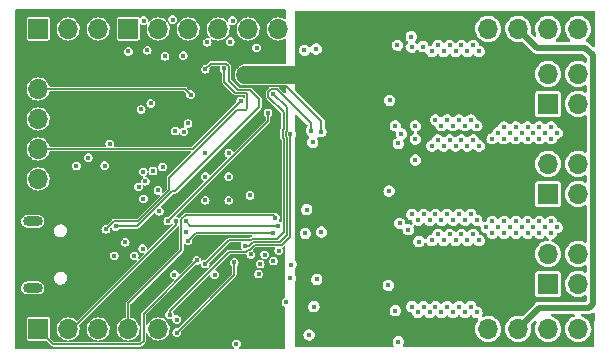
<source format=gbr>
%TF.GenerationSoftware,KiCad,Pcbnew,6.0.5+dfsg-1~bpo11+1*%
%TF.CreationDate,2022-07-20T16:37:16+00:00*%
%TF.ProjectId,xESC2,78455343-322e-46b6-9963-61645f706362,rev?*%
%TF.SameCoordinates,Original*%
%TF.FileFunction,Copper,L3,Inr*%
%TF.FilePolarity,Positive*%
%FSLAX46Y46*%
G04 Gerber Fmt 4.6, Leading zero omitted, Abs format (unit mm)*
G04 Created by KiCad (PCBNEW 6.0.5+dfsg-1~bpo11+1) date 2022-07-20 16:37:16*
%MOMM*%
%LPD*%
G01*
G04 APERTURE LIST*
%TA.AperFunction,ComponentPad*%
%ADD10R,1.700000X1.700000*%
%TD*%
%TA.AperFunction,ComponentPad*%
%ADD11O,1.700000X1.700000*%
%TD*%
%TA.AperFunction,ComponentPad*%
%ADD12O,1.700000X0.850000*%
%TD*%
%TA.AperFunction,ViaPad*%
%ADD13C,0.450000*%
%TD*%
%TA.AperFunction,Conductor*%
%ADD14C,0.127000*%
%TD*%
%TA.AperFunction,Conductor*%
%ADD15C,0.500000*%
%TD*%
%TA.AperFunction,Conductor*%
%ADD16C,1.500000*%
%TD*%
%TA.AperFunction,Conductor*%
%ADD17C,1.000000*%
%TD*%
G04 APERTURE END LIST*
D10*
%TO.N,+3V3*%
%TO.C,J3*%
X231060000Y-108240000D03*
D11*
%TO.N,/MCU/SWDCLK*%
X231060000Y-110780000D03*
%TO.N,GND*%
X231060000Y-113320000D03*
%TO.N,/MCU/SWDIO*%
X231060000Y-115860000D03*
%TO.N,/MCU/Reset*%
X231060000Y-118400000D03*
%TD*%
D12*
%TO.N,GND*%
%TO.C,J2*%
X230600000Y-121975000D03*
X230600000Y-127625000D03*
%TD*%
D10*
%TO.N,GND*%
%TO.C,J5*%
X231060000Y-105700000D03*
D11*
%TO.N,Net-(J5-Pad2)*%
X233600000Y-105700000D03*
%TO.N,Net-(J5-Pad3)*%
X236140000Y-105700000D03*
%TD*%
D10*
%TO.N,+5V*%
%TO.C,J1*%
X238680000Y-105700000D03*
D11*
%TO.N,/TEMP_MOTOR*%
X241220000Y-105700000D03*
%TO.N,/HALL1*%
X243760000Y-105700000D03*
%TO.N,/HALL2*%
X246300000Y-105700000D03*
%TO.N,/HALL3*%
X248840000Y-105700000D03*
%TO.N,GND*%
X251380000Y-105700000D03*
%TD*%
D10*
%TO.N,/MCU/MISO_EXT*%
%TO.C,J4*%
X231060000Y-131100000D03*
D11*
%TO.N,/MCU/TX_MOSI_EXT*%
X233600000Y-131100000D03*
%TO.N,/MCU/SCK_EXT*%
X236140000Y-131100000D03*
%TO.N,/MCU/RX_NCS_EXT*%
X238680000Y-131100000D03*
%TO.N,GND*%
X241220000Y-131100000D03*
%TD*%
D10*
%TO.N,/VM*%
%TO.C,J9*%
X264080000Y-105700000D03*
D11*
X266620000Y-105700000D03*
%TO.N,+5V*%
X269160000Y-105700000D03*
X271700000Y-105700000D03*
%TO.N,GND*%
X274240000Y-105700000D03*
X276780000Y-105700000D03*
%TD*%
D10*
%TO.N,/VM*%
%TO.C,J10*%
X264080000Y-131100000D03*
D11*
X266620000Y-131100000D03*
%TO.N,+5V*%
X269160000Y-131100000D03*
X271700000Y-131100000D03*
%TO.N,GND*%
X274240000Y-131100000D03*
X276780000Y-131100000D03*
%TD*%
D10*
%TO.N,Net-(C26-Pad1)*%
%TO.C,J8*%
X274240000Y-112050000D03*
D11*
X276780000Y-112050000D03*
X274240000Y-109510000D03*
X276780000Y-109510000D03*
%TD*%
D10*
%TO.N,Net-(C25-Pad1)*%
%TO.C,J7*%
X274240000Y-119670000D03*
D11*
X276780000Y-119670000D03*
X274240000Y-117130000D03*
X276780000Y-117130000D03*
%TD*%
D10*
%TO.N,Net-(C24-Pad1)*%
%TO.C,J6*%
X274240000Y-127290000D03*
D11*
X276780000Y-127290000D03*
X274240000Y-124750000D03*
X276780000Y-124750000D03*
%TD*%
D13*
%TO.N,Net-(Q1-Pad4)*%
X261300000Y-129550000D03*
%TO.N,GND*%
X272500000Y-114000000D03*
X274500000Y-115000000D03*
X275000000Y-114500000D03*
X274000000Y-114500000D03*
X273000000Y-114500000D03*
X272000000Y-114500000D03*
X272500000Y-115000000D03*
X274500000Y-114000000D03*
X271500000Y-114000000D03*
X273500000Y-114000000D03*
X273500000Y-115000000D03*
X271500000Y-115000000D03*
X271000000Y-114500000D03*
X269500000Y-115000000D03*
X270000000Y-122500000D03*
X269500000Y-123000000D03*
X270500000Y-115000000D03*
X269000000Y-122500000D03*
X271000000Y-122500000D03*
X270500000Y-114000000D03*
X269500000Y-122000000D03*
X270000000Y-114500000D03*
X270500000Y-122000000D03*
X270500000Y-123000000D03*
X274000000Y-122500000D03*
X261481190Y-107081190D03*
X271500000Y-123000000D03*
X274500000Y-123000000D03*
X245200000Y-116200000D03*
X241800000Y-108000000D03*
X247200000Y-118200000D03*
X243750000Y-113700000D03*
X275000000Y-122500000D03*
X261556308Y-115395181D03*
X240000000Y-105000000D03*
X247200000Y-120200000D03*
X273000000Y-122500000D03*
X254650000Y-126900000D03*
X260822611Y-111744521D03*
X272000000Y-122500000D03*
X263300000Y-123700000D03*
X252050000Y-128850000D03*
X245375000Y-106825000D03*
X247850000Y-132350000D03*
X249550000Y-107300000D03*
X272500000Y-122000000D03*
X247200000Y-116200000D03*
X273500000Y-122000000D03*
X260709490Y-127400000D03*
X273500000Y-123000000D03*
X237125000Y-115425000D03*
X243350000Y-107950000D03*
X263625000Y-107200000D03*
X242600000Y-126500010D03*
X249000000Y-119800000D03*
X254600000Y-107400000D03*
X245200000Y-118200000D03*
X255050000Y-122900000D03*
X240300000Y-107500000D03*
X254000000Y-131600000D03*
X254300000Y-115300000D03*
X260775000Y-119425000D03*
X271500000Y-122000000D03*
X274500000Y-122000000D03*
X272500000Y-123000000D03*
X247525000Y-105000000D03*
X242450000Y-104900000D03*
X245200000Y-120200000D03*
X246000000Y-126500000D03*
%TO.N,Net-(Q2-Pad4)*%
X261550000Y-132175000D03*
%TO.N,Net-(Q3-Pad4)*%
X261675000Y-122150000D03*
%TO.N,Net-(Q4-Pad4)*%
X262400001Y-122700000D03*
%TO.N,Net-(Q5-Pad4)*%
X262674996Y-107250000D03*
%TO.N,Net-(Q6-Pad4)*%
X262649980Y-106349980D03*
%TO.N,/Power/LSU*%
X254400000Y-129200000D03*
X249858665Y-125606123D03*
%TO.N,/Power/LSV*%
X253800000Y-121000000D03*
X250239939Y-124817009D03*
%TO.N,/Power/LSW*%
X250974998Y-125349645D03*
X253600000Y-107500000D03*
%TO.N,/Power/VOFS*%
X243615510Y-122900000D03*
X242799986Y-130300000D03*
%TO.N,+3V3*%
X251041416Y-114410852D03*
X244150000Y-120450000D03*
X235800000Y-109199996D03*
X241625000Y-118450000D03*
X246975000Y-110931024D03*
X248290510Y-125128626D03*
X235925000Y-117350000D03*
X236000000Y-120300000D03*
X237781022Y-109356020D03*
X255000000Y-114400000D03*
X263000000Y-116799998D03*
X261825016Y-114575000D03*
X244124996Y-113010034D03*
X244400000Y-130600000D03*
X249800000Y-127299994D03*
%TO.N,+5V*%
X238700000Y-107600000D03*
X235300000Y-116599988D03*
%TO.N,/PHASE_U_RAW*%
X267400000Y-123600000D03*
X268400000Y-123600000D03*
X264200000Y-129700000D03*
X262700000Y-129200000D03*
X263200000Y-129700000D03*
X267900000Y-123100000D03*
X266400000Y-123600000D03*
X264700000Y-129200000D03*
X265700000Y-129200000D03*
X266900000Y-123100000D03*
X265200000Y-129700000D03*
X263700000Y-129200000D03*
X265900000Y-123100000D03*
X264900000Y-123100000D03*
X266700000Y-129200000D03*
X266200000Y-129700000D03*
X267200000Y-129700000D03*
X268200000Y-129700000D03*
X267700000Y-129200000D03*
X265400000Y-123600000D03*
X264400000Y-123600000D03*
%TO.N,/PHASE_V_RAW*%
X267200000Y-121900000D03*
X262700000Y-121400000D03*
X266700000Y-121400000D03*
X267400000Y-115600000D03*
X266400000Y-115600000D03*
X265700000Y-121400000D03*
X265400000Y-115600000D03*
X267900000Y-115100000D03*
X264700000Y-121400000D03*
X266900000Y-115100000D03*
X265900000Y-115100000D03*
X263700000Y-121400000D03*
X268200000Y-121900000D03*
X267700000Y-121400000D03*
X264900000Y-115100000D03*
X268400000Y-115600000D03*
X265200000Y-121900000D03*
X263200000Y-121900000D03*
X266200000Y-121900000D03*
X264200000Y-121900000D03*
X264400000Y-115600000D03*
%TO.N,/PHASE_W_RAW*%
X265400000Y-107600000D03*
X264700000Y-113400000D03*
X266700000Y-113400000D03*
X267700000Y-113400000D03*
X265200000Y-113900000D03*
X266900000Y-107100000D03*
X268200000Y-113900000D03*
X265700000Y-113400000D03*
X264900000Y-107100000D03*
X266200000Y-113900000D03*
X267900000Y-107100000D03*
X268400000Y-107600000D03*
X267400000Y-107600000D03*
X267200000Y-113900000D03*
X266400000Y-107600000D03*
X265900000Y-107100000D03*
X264400000Y-107600000D03*
%TO.N,/CUR_U*%
X239925000Y-124300000D03*
%TO.N,/CUR_V*%
X239200000Y-124900000D03*
%TO.N,/CUR_W*%
X237500000Y-124900000D03*
%TO.N,/PHASE_U_FILTERED*%
X252392339Y-126782661D03*
X252475000Y-125650000D03*
X250974998Y-122975000D03*
X243749998Y-123625000D03*
%TO.N,/PHASE_V_FILTERED*%
X253684490Y-123005611D03*
X251375000Y-122350000D03*
X243599989Y-121999989D03*
%TO.N,/PHASE_W_FILTERED*%
X250525000Y-112800000D03*
X242043877Y-121956256D03*
%TO.N,/MCU/Reset*%
X238425000Y-123750000D03*
%TO.N,/MCU/WL*%
X240788495Y-117729116D03*
%TO.N,/MCU/WH*%
X239957484Y-117800000D03*
%TO.N,/MCU/VL*%
X241597615Y-117380242D03*
%TO.N,/MCU/VH*%
X240147324Y-118595058D03*
%TO.N,/MCU/UL*%
X241209500Y-119368936D03*
%TO.N,/MCU/UH*%
X239562496Y-119062496D03*
%TO.N,/MCU/DRV_ENABLE*%
X240600000Y-112000000D03*
%TO.N,/MCU/DRV_MISO*%
X243400000Y-114400000D03*
%TO.N,/MCU/DRV_MOSI*%
X239975000Y-120075000D03*
%TO.N,/MCU/DRV_SCK*%
X242662500Y-114337500D03*
%TO.N,/MCU/DRV_NCS*%
X241325000Y-121125000D03*
%TO.N,/MCU/TX_MOSI_EXT*%
X242750000Y-121975000D03*
%TO.N,/MCU/CAN_TX*%
X236700000Y-117274992D03*
%TO.N,/MCU/CAN_RX*%
X234300000Y-117300000D03*
%TO.N,/MCU/SWDCLK*%
X243975000Y-111249986D03*
%TO.N,/MCU/SWDIO*%
X248200004Y-111800000D03*
%TO.N,/MCU/RX_NCS_EXT*%
X251155479Y-121665452D03*
%TO.N,/MCU/MISO_EXT*%
X244500000Y-125300006D03*
%TO.N,/MCU/SCK_EXT*%
X242800000Y-131400000D03*
X247665504Y-125448854D03*
%TO.N,/TEMP_MOTOR*%
X248581335Y-124078617D03*
X250975000Y-111200000D03*
%TO.N,/HALL1*%
X247325000Y-106775000D03*
%TO.N,Net-(J2-Pad3)*%
X245200000Y-109100000D03*
X237618806Y-122418814D03*
%TO.N,Net-(J2-Pad2)*%
X236800000Y-122650000D03*
X246799997Y-109045992D03*
%TO.N,/LED_GREEN*%
X249068234Y-124794146D03*
X249725000Y-126447987D03*
%TO.N,/VM*%
X258400000Y-122900000D03*
X256400000Y-121900000D03*
X260400000Y-122900000D03*
X258500000Y-131900000D03*
X260400000Y-121900000D03*
X259400000Y-122400000D03*
X257000000Y-131900000D03*
X258500000Y-129900000D03*
X257400000Y-122400000D03*
X256400000Y-122900000D03*
X258400000Y-121900000D03*
X257000000Y-129900000D03*
X260000000Y-131900000D03*
X260000000Y-129900000D03*
X260400000Y-114900000D03*
X258400000Y-113900000D03*
X256400000Y-114900000D03*
X258500000Y-104900000D03*
X260000000Y-106900000D03*
X257000000Y-106900000D03*
X259000000Y-105900000D03*
X260400000Y-113900000D03*
X257500000Y-130900000D03*
X249000000Y-109100000D03*
X249000000Y-110100000D03*
X258400000Y-114900000D03*
X257400000Y-114400000D03*
X259000000Y-130900000D03*
X258500000Y-106900000D03*
X259400000Y-114400000D03*
X248500000Y-109600000D03*
X256400000Y-113900000D03*
X257500000Y-105900000D03*
X257000000Y-104902010D03*
X260000000Y-104900000D03*
%TO.N,/V_M_FILTERED*%
X242200000Y-129900000D03*
X252425009Y-114600000D03*
%TO.N,/PCB_TEMP*%
X245200000Y-125600000D03*
X254200000Y-114300000D03*
X261299980Y-113900000D03*
X263000000Y-115025008D03*
X263000000Y-113900000D03*
%TO.N,/Power/FAULT*%
X251434499Y-124467716D03*
X239778390Y-112516207D03*
%TD*%
D14*
%TO.N,+3V3*%
X252030487Y-110530487D02*
X250469513Y-110530487D01*
X255000000Y-114400000D02*
X255000000Y-113500000D01*
X255000000Y-113500000D02*
X252030487Y-110530487D01*
X250469513Y-110530487D02*
X250200000Y-110800000D01*
D15*
%TO.N,+5V*%
X277400000Y-107300000D02*
X273300000Y-107300000D01*
X271700000Y-131100000D02*
X273500000Y-129300000D01*
X277700000Y-129300000D02*
X278007001Y-128992999D01*
X273300000Y-107300000D02*
X271700000Y-105700000D01*
X273500000Y-129300000D02*
X277700000Y-129300000D01*
X278007001Y-107907001D02*
X277400000Y-107300000D01*
X278007001Y-128992999D02*
X278007001Y-107907001D01*
D14*
%TO.N,/PHASE_U_FILTERED*%
X243749998Y-123625000D02*
X244399998Y-122975000D01*
X244399998Y-122975000D02*
X250974998Y-122975000D01*
%TO.N,/PHASE_V_FILTERED*%
X243950000Y-122350000D02*
X251375000Y-122350000D01*
X243599989Y-121999989D02*
X243950000Y-122350000D01*
%TO.N,/PHASE_W_FILTERED*%
X250525000Y-112800000D02*
X250525000Y-113475133D01*
X250525000Y-113475133D02*
X242043877Y-121956256D01*
%TO.N,/MCU/TX_MOSI_EXT*%
X233600000Y-131100000D02*
X233943198Y-131100000D01*
X233943198Y-131100000D02*
X242750000Y-122293198D01*
X242750000Y-122293198D02*
X242750000Y-121975000D01*
%TO.N,/MCU/SWDCLK*%
X243505014Y-110780000D02*
X243975000Y-111249986D01*
X231060000Y-110780000D02*
X243505014Y-110780000D01*
%TO.N,/MCU/SWDIO*%
X244140004Y-115860000D02*
X248200004Y-111800000D01*
X231060000Y-115860000D02*
X244140004Y-115860000D01*
%TO.N,/MCU/RX_NCS_EXT*%
X250930480Y-121440453D02*
X251155479Y-121665452D01*
X243544603Y-121440453D02*
X250930480Y-121440453D01*
X243184488Y-124415512D02*
X243184488Y-121800568D01*
X238680000Y-128920000D02*
X243184488Y-124415512D01*
X243184488Y-121800568D02*
X243544603Y-121440453D01*
X238680000Y-131100000D02*
X238680000Y-128920000D01*
%TO.N,/MCU/MISO_EXT*%
X232360000Y-132400000D02*
X239700000Y-132400000D01*
X240000000Y-129800006D02*
X244500000Y-125300006D01*
X231060000Y-131100000D02*
X232360000Y-132400000D01*
X240000000Y-132100000D02*
X240000000Y-129800006D01*
X239700000Y-132400000D02*
X240000000Y-132100000D01*
%TO.N,/MCU/SCK_EXT*%
X247665504Y-126534496D02*
X247665504Y-125448854D01*
X242800000Y-131400000D02*
X247665504Y-126534496D01*
%TO.N,/TEMP_MOTOR*%
X249294110Y-123720989D02*
X248936482Y-124078617D01*
X250975000Y-111200000D02*
X252104011Y-112329011D01*
X252104011Y-112329011D02*
X252104011Y-114306047D01*
X252154011Y-123105214D02*
X251538236Y-123720989D01*
X252154011Y-114943953D02*
X252154011Y-123105214D01*
X252104011Y-114306047D02*
X252009499Y-114400559D01*
X252009499Y-114400559D02*
X252009499Y-114799441D01*
X252009499Y-114799441D02*
X252154011Y-114943953D01*
X248936482Y-124078617D02*
X248581335Y-124078617D01*
X251538236Y-123720989D02*
X249294110Y-123720989D01*
%TO.N,Net-(J2-Pad3)*%
X239430025Y-122418814D02*
X237618806Y-122418814D01*
X247215504Y-110074729D02*
X247994786Y-110854011D01*
X245669515Y-108630485D02*
X246999444Y-108630485D01*
X249800000Y-112300000D02*
X242651161Y-119448839D01*
X242651161Y-119448839D02*
X242400000Y-119448839D01*
X249800000Y-111659225D02*
X249800000Y-112300000D01*
X246999444Y-108630485D02*
X247215504Y-108846545D01*
X245200000Y-109100000D02*
X245669515Y-108630485D01*
X247994786Y-110854011D02*
X248994786Y-110854011D01*
X248994786Y-110854011D02*
X249800000Y-111659225D01*
X247215504Y-108846545D02*
X247215504Y-110074729D01*
X242400000Y-119448839D02*
X239430025Y-122418814D01*
%TO.N,Net-(J2-Pad2)*%
X248654011Y-112545989D02*
X247894786Y-112545989D01*
X246799997Y-109045992D02*
X246799997Y-110159222D01*
X247894786Y-112545989D02*
X242145989Y-118294786D01*
X248781550Y-111108022D02*
X248781550Y-112418450D01*
X239505116Y-121984498D02*
X237465502Y-121984498D01*
X242145989Y-119343625D02*
X239505116Y-121984498D01*
X237465502Y-121984498D02*
X236800000Y-122650000D01*
X246799997Y-110159222D02*
X247748797Y-111108022D01*
X248781550Y-112418450D02*
X248654011Y-112545989D01*
X247748797Y-111108022D02*
X248781550Y-111108022D01*
X242145989Y-118294786D02*
X242145989Y-119343625D01*
D16*
%TO.N,/VM*%
X257059489Y-109559489D02*
X257100000Y-109600000D01*
X248600000Y-109600000D02*
X248640511Y-109559489D01*
D17*
X257100000Y-107000000D02*
X257000000Y-106900000D01*
D16*
X248640511Y-109559489D02*
X257059489Y-109559489D01*
D17*
X257100000Y-109600000D02*
X257100000Y-107000000D01*
D14*
%TO.N,/V_M_FILTERED*%
X248868793Y-124378645D02*
X248995679Y-124378645D01*
X248995679Y-124378645D02*
X249399324Y-123975000D01*
X247187097Y-124594705D02*
X248652733Y-124594705D01*
X251725000Y-123975000D02*
X252425009Y-123274991D01*
X252425009Y-123274991D02*
X252425009Y-114600000D01*
X248652733Y-124594705D02*
X248868793Y-124378645D01*
X242200000Y-129581802D02*
X247187097Y-124594705D01*
X242200000Y-129900000D02*
X242200000Y-129581802D01*
X249399324Y-123975000D02*
X251725000Y-123975000D01*
%TO.N,/PCB_TEMP*%
X251900000Y-122889942D02*
X251322964Y-123466978D01*
X250775558Y-110784498D02*
X250559498Y-111000558D01*
X251322964Y-123466978D02*
X249188896Y-123466978D01*
X251284498Y-110784498D02*
X250775558Y-110784498D01*
X247234499Y-123565501D02*
X245424999Y-125375001D01*
X251850000Y-114200833D02*
X251755488Y-114295345D01*
X250559498Y-111000558D02*
X250559498Y-111459498D01*
X245424999Y-125375001D02*
X245200000Y-125600000D01*
X254200000Y-114300000D02*
X254200000Y-113700000D01*
X250559498Y-111459498D02*
X251850000Y-112750000D01*
X249090373Y-123565501D02*
X247234499Y-123565501D01*
X251850000Y-112750000D02*
X251850000Y-114200833D01*
X251900000Y-115049167D02*
X251900000Y-122889942D01*
X251755488Y-114295345D02*
X251755488Y-114904655D01*
X254200000Y-113700000D02*
X251284498Y-110784498D01*
X251755488Y-114904655D02*
X251900000Y-115049167D01*
X249188896Y-123466978D02*
X249090373Y-123565501D01*
%TD*%
%TA.AperFunction,Conductor*%
%TO.N,+3V3*%
G36*
X251990601Y-104045806D02*
G01*
X252008906Y-104090035D01*
X252008496Y-104795975D01*
X252008480Y-104823722D01*
X251990148Y-104867906D01*
X251945944Y-104886186D01*
X251916254Y-104878664D01*
X251912605Y-104876691D01*
X251760629Y-104794518D01*
X251700913Y-104776033D01*
X251580420Y-104738734D01*
X251580417Y-104738733D01*
X251577505Y-104737832D01*
X251574472Y-104737513D01*
X251574471Y-104737513D01*
X251502018Y-104729898D01*
X251386857Y-104717794D01*
X251383824Y-104718070D01*
X251383820Y-104718070D01*
X251301118Y-104725597D01*
X251195948Y-104735168D01*
X251012050Y-104789292D01*
X250842167Y-104878105D01*
X250692770Y-104998223D01*
X250569549Y-105145072D01*
X250555949Y-105169811D01*
X250480566Y-105306932D01*
X250477198Y-105313058D01*
X250419234Y-105495783D01*
X250397866Y-105686286D01*
X250413907Y-105877311D01*
X250466746Y-106061583D01*
X250554370Y-106232082D01*
X250673443Y-106382314D01*
X250675773Y-106384297D01*
X250794307Y-106485177D01*
X250819428Y-106506557D01*
X250822092Y-106508046D01*
X250822095Y-106508048D01*
X250914136Y-106559488D01*
X250986765Y-106600079D01*
X250989669Y-106601023D01*
X250989670Y-106601023D01*
X251166168Y-106658371D01*
X251166173Y-106658372D01*
X251169081Y-106659317D01*
X251359430Y-106682015D01*
X251362472Y-106681781D01*
X251362475Y-106681781D01*
X251547514Y-106667543D01*
X251547519Y-106667542D01*
X251550562Y-106667308D01*
X251580024Y-106659082D01*
X251732260Y-106616577D01*
X251732264Y-106616576D01*
X251735199Y-106615756D01*
X251906305Y-106529324D01*
X251908707Y-106527448D01*
X251911295Y-106525805D01*
X251912402Y-106527549D01*
X251952562Y-106516403D01*
X251994201Y-106539950D01*
X252007458Y-106578475D01*
X252006271Y-108619525D01*
X251987939Y-108663709D01*
X251943771Y-108681989D01*
X248680041Y-108681989D01*
X248674811Y-108681770D01*
X248666558Y-108681077D01*
X248618945Y-108677079D01*
X248615595Y-108677526D01*
X248615593Y-108677526D01*
X248535824Y-108688169D01*
X248534308Y-108688352D01*
X248454337Y-108697040D01*
X248454335Y-108697040D01*
X248450970Y-108697406D01*
X248447761Y-108698486D01*
X248446409Y-108698941D01*
X248434737Y-108701657D01*
X248433318Y-108701846D01*
X248433314Y-108701847D01*
X248429963Y-108702294D01*
X248354295Y-108729835D01*
X248351177Y-108730970D01*
X248349741Y-108731473D01*
X248270272Y-108758217D01*
X248267376Y-108759957D01*
X248267374Y-108759958D01*
X248266151Y-108760693D01*
X248255330Y-108765855D01*
X248250805Y-108767502D01*
X248179987Y-108812445D01*
X248178726Y-108813223D01*
X248134510Y-108839791D01*
X248106847Y-108856413D01*
X248104386Y-108858740D01*
X248104385Y-108858741D01*
X248103343Y-108859726D01*
X248093900Y-108867077D01*
X248091997Y-108868285D01*
X248089829Y-108869661D01*
X248085462Y-108873566D01*
X248029601Y-108929427D01*
X248028350Y-108930644D01*
X247968321Y-108987410D01*
X247966420Y-108990207D01*
X247966416Y-108990212D01*
X247964648Y-108992814D01*
X247957150Y-109001877D01*
X247945836Y-109013191D01*
X247944781Y-109014503D01*
X247944774Y-109014511D01*
X247858512Y-109121801D01*
X247858510Y-109121805D01*
X247856390Y-109124441D01*
X247854886Y-109127471D01*
X247854884Y-109127474D01*
X247785880Y-109266481D01*
X247771617Y-109295214D01*
X247770798Y-109298500D01*
X247770797Y-109298502D01*
X247747483Y-109392011D01*
X247725493Y-109480208D01*
X247720169Y-109670789D01*
X247755895Y-109858069D01*
X247831002Y-110033308D01*
X247941988Y-110188331D01*
X247981215Y-110223651D01*
X248079704Y-110312331D01*
X248083673Y-110315905D01*
X248249448Y-110410078D01*
X248431578Y-110466457D01*
X248621566Y-110482411D01*
X248624916Y-110481964D01*
X248624917Y-110481964D01*
X248807192Y-110457643D01*
X248807195Y-110457642D01*
X248810547Y-110457195D01*
X248828406Y-110450695D01*
X248874847Y-110453536D01*
X248875020Y-110453004D01*
X248877076Y-110453672D01*
X248878155Y-110453738D01*
X248884082Y-110456758D01*
X249000000Y-110475118D01*
X249115918Y-110456758D01*
X249141347Y-110443801D01*
X249169722Y-110436989D01*
X251942678Y-110436989D01*
X251986872Y-110455295D01*
X252005178Y-110499525D01*
X252005021Y-110769330D01*
X252004838Y-111083871D01*
X251986506Y-111128055D01*
X251942302Y-111146335D01*
X251898144Y-111128029D01*
X251450126Y-110680011D01*
X251445821Y-110673937D01*
X251445248Y-110674393D01*
X251440867Y-110668885D01*
X251437820Y-110662540D01*
X251421866Y-110649781D01*
X251414737Y-110644080D01*
X251409578Y-110639463D01*
X251404329Y-110634214D01*
X251398326Y-110630441D01*
X251392550Y-110626336D01*
X251369765Y-110608115D01*
X251362905Y-110606538D01*
X251359145Y-110604720D01*
X251355209Y-110603342D01*
X251349250Y-110599596D01*
X251342256Y-110598805D01*
X251342255Y-110598805D01*
X251320262Y-110596319D01*
X251313285Y-110595127D01*
X251306201Y-110593498D01*
X251298827Y-110593498D01*
X251291806Y-110593102D01*
X251262660Y-110589807D01*
X251256015Y-110592128D01*
X251249021Y-110592912D01*
X251248945Y-110592234D01*
X251241493Y-110593498D01*
X250818790Y-110593498D01*
X250811451Y-110592248D01*
X250811368Y-110592975D01*
X250804377Y-110592178D01*
X250797736Y-110589846D01*
X250790743Y-110590624D01*
X250790742Y-110590624D01*
X250768358Y-110593115D01*
X250761446Y-110593498D01*
X250754025Y-110593498D01*
X250750602Y-110594279D01*
X250750601Y-110594279D01*
X250747110Y-110595075D01*
X250740127Y-110596256D01*
X250718120Y-110598705D01*
X250711129Y-110599483D01*
X250705166Y-110603216D01*
X250701233Y-110604586D01*
X250697463Y-110606400D01*
X250690599Y-110607966D01*
X250673195Y-110621835D01*
X250667787Y-110626144D01*
X250662004Y-110630238D01*
X250658848Y-110632214D01*
X250658842Y-110632219D01*
X250655847Y-110634094D01*
X250650634Y-110639307D01*
X250645390Y-110643992D01*
X250622449Y-110662273D01*
X250619391Y-110668612D01*
X250615000Y-110674113D01*
X250614466Y-110673687D01*
X250610090Y-110679851D01*
X250455011Y-110834930D01*
X250448937Y-110839235D01*
X250449393Y-110839808D01*
X250443885Y-110844189D01*
X250437540Y-110847236D01*
X250433144Y-110852733D01*
X250419080Y-110870319D01*
X250414463Y-110875478D01*
X250409214Y-110880727D01*
X250407345Y-110883701D01*
X250405441Y-110886730D01*
X250401336Y-110892506D01*
X250383115Y-110915291D01*
X250381538Y-110922151D01*
X250379720Y-110925911D01*
X250378342Y-110929847D01*
X250374596Y-110935806D01*
X250373805Y-110942800D01*
X250373805Y-110942801D01*
X250371319Y-110964794D01*
X250370127Y-110971771D01*
X250368498Y-110978855D01*
X250368498Y-110986229D01*
X250368102Y-110993250D01*
X250364807Y-111022396D01*
X250367128Y-111029041D01*
X250367912Y-111036035D01*
X250367234Y-111036111D01*
X250368498Y-111043563D01*
X250368498Y-111416266D01*
X250367248Y-111423605D01*
X250367975Y-111423688D01*
X250367178Y-111430679D01*
X250364846Y-111437320D01*
X250365624Y-111444313D01*
X250365624Y-111444314D01*
X250368115Y-111466695D01*
X250368498Y-111473608D01*
X250368498Y-111481031D01*
X250370079Y-111487963D01*
X250371255Y-111494916D01*
X250374484Y-111523927D01*
X250378217Y-111529891D01*
X250379592Y-111533839D01*
X250381401Y-111537598D01*
X250382966Y-111544457D01*
X250387351Y-111549959D01*
X250387351Y-111549960D01*
X250401146Y-111567271D01*
X250405242Y-111573057D01*
X250407218Y-111576213D01*
X250409094Y-111579209D01*
X250414307Y-111584422D01*
X250418992Y-111589666D01*
X250437273Y-111612607D01*
X250443612Y-111615665D01*
X250449113Y-111620056D01*
X250448687Y-111620590D01*
X250454851Y-111624966D01*
X251640694Y-112810809D01*
X251659000Y-112855003D01*
X251659000Y-114093617D01*
X251640694Y-114137811D01*
X251638822Y-114139482D01*
X251633530Y-114142023D01*
X251629136Y-114147517D01*
X251629134Y-114147519D01*
X251615070Y-114165106D01*
X251610453Y-114170265D01*
X251605204Y-114175514D01*
X251602692Y-114179511D01*
X251601431Y-114181517D01*
X251597326Y-114187293D01*
X251579105Y-114210078D01*
X251577528Y-114216938D01*
X251575710Y-114220698D01*
X251574332Y-114224634D01*
X251570586Y-114230593D01*
X251569795Y-114237587D01*
X251569795Y-114237588D01*
X251567309Y-114259581D01*
X251566117Y-114266558D01*
X251564488Y-114273642D01*
X251564488Y-114281016D01*
X251564092Y-114288037D01*
X251560797Y-114317183D01*
X251563118Y-114323828D01*
X251563902Y-114330822D01*
X251563224Y-114330898D01*
X251564488Y-114338350D01*
X251564488Y-114861423D01*
X251563238Y-114868762D01*
X251563965Y-114868845D01*
X251563168Y-114875836D01*
X251560836Y-114882477D01*
X251561614Y-114889470D01*
X251561614Y-114889471D01*
X251564105Y-114911852D01*
X251564488Y-114918765D01*
X251564488Y-114926188D01*
X251566069Y-114933120D01*
X251567245Y-114940073D01*
X251570474Y-114969084D01*
X251574207Y-114975048D01*
X251575582Y-114978996D01*
X251577391Y-114982755D01*
X251578956Y-114989614D01*
X251583341Y-114995116D01*
X251583341Y-114995117D01*
X251597136Y-115012428D01*
X251601232Y-115018214D01*
X251605084Y-115024366D01*
X251610297Y-115029579D01*
X251614982Y-115034823D01*
X251627596Y-115050652D01*
X251633263Y-115057764D01*
X251639602Y-115060822D01*
X251645103Y-115065213D01*
X251644677Y-115065747D01*
X251650841Y-115070123D01*
X251690694Y-115109976D01*
X251709000Y-115154170D01*
X251709000Y-122009146D01*
X251690694Y-122053340D01*
X251646500Y-122071646D01*
X251602306Y-122053340D01*
X251595489Y-122046523D01*
X251591108Y-122044291D01*
X251591107Y-122044290D01*
X251523843Y-122010018D01*
X251490918Y-121993242D01*
X251486060Y-121992473D01*
X251482196Y-121991217D01*
X251445821Y-121960151D01*
X251442068Y-121912463D01*
X251453392Y-121893983D01*
X251452587Y-121893398D01*
X251455478Y-121889419D01*
X251458956Y-121885941D01*
X251465879Y-121872355D01*
X251489424Y-121826144D01*
X251512237Y-121781370D01*
X251530597Y-121665452D01*
X251512237Y-121549534D01*
X251469431Y-121465521D01*
X251461189Y-121449345D01*
X251461188Y-121449344D01*
X251458956Y-121444963D01*
X251375968Y-121361975D01*
X251371587Y-121359743D01*
X251371586Y-121359742D01*
X251309896Y-121328310D01*
X251271397Y-121308694D01*
X251155479Y-121290334D01*
X251150624Y-121291103D01*
X251150622Y-121291103D01*
X251094592Y-121299977D01*
X251051330Y-121288556D01*
X251050315Y-121290171D01*
X251044308Y-121286396D01*
X251038532Y-121282291D01*
X251015747Y-121264070D01*
X251008887Y-121262493D01*
X251005127Y-121260675D01*
X251001191Y-121259297D01*
X250995232Y-121255551D01*
X250988238Y-121254760D01*
X250988237Y-121254760D01*
X250966244Y-121252274D01*
X250959267Y-121251082D01*
X250952183Y-121249453D01*
X250944809Y-121249453D01*
X250937788Y-121249057D01*
X250936107Y-121248867D01*
X250908642Y-121245762D01*
X250901997Y-121248083D01*
X250895003Y-121248867D01*
X250894927Y-121248189D01*
X250887475Y-121249453D01*
X243587837Y-121249453D01*
X243580496Y-121248200D01*
X243580413Y-121248929D01*
X243573422Y-121248132D01*
X243566781Y-121245800D01*
X243559789Y-121246578D01*
X243559787Y-121246578D01*
X243540267Y-121248751D01*
X243537515Y-121249057D01*
X243537398Y-121249070D01*
X243530485Y-121249453D01*
X243523070Y-121249453D01*
X243516141Y-121251033D01*
X243509198Y-121252208D01*
X243480175Y-121255438D01*
X243474209Y-121259173D01*
X243470270Y-121260545D01*
X243466507Y-121262356D01*
X243459644Y-121263921D01*
X243454140Y-121268307D01*
X243436830Y-121282101D01*
X243431044Y-121286197D01*
X243427888Y-121288173D01*
X243424892Y-121290049D01*
X243419679Y-121295262D01*
X243414435Y-121299947D01*
X243400654Y-121310929D01*
X243391494Y-121318228D01*
X243388436Y-121324567D01*
X243384045Y-121330068D01*
X243383511Y-121329642D01*
X243379135Y-121335806D01*
X243080001Y-121634940D01*
X243073927Y-121639245D01*
X243074383Y-121639818D01*
X243068875Y-121644199D01*
X243062530Y-121647246D01*
X243058134Y-121652743D01*
X243053214Y-121658895D01*
X243011315Y-121681977D01*
X242970647Y-121671213D01*
X242970489Y-121671523D01*
X242969051Y-121670790D01*
X242969050Y-121670790D01*
X242865918Y-121618242D01*
X242802403Y-121608182D01*
X242761620Y-121583190D01*
X242750452Y-121536676D01*
X242767989Y-121502259D01*
X244070248Y-120200000D01*
X244824882Y-120200000D01*
X244843242Y-120315918D01*
X244896523Y-120420489D01*
X244979511Y-120503477D01*
X244983892Y-120505709D01*
X244983893Y-120505710D01*
X245035236Y-120531870D01*
X245084082Y-120556758D01*
X245200000Y-120575118D01*
X245315918Y-120556758D01*
X245364764Y-120531870D01*
X245416107Y-120505710D01*
X245416108Y-120505709D01*
X245420489Y-120503477D01*
X245503477Y-120420489D01*
X245556758Y-120315918D01*
X245575118Y-120200000D01*
X246824882Y-120200000D01*
X246843242Y-120315918D01*
X246896523Y-120420489D01*
X246979511Y-120503477D01*
X246983892Y-120505709D01*
X246983893Y-120505710D01*
X247035236Y-120531870D01*
X247084082Y-120556758D01*
X247200000Y-120575118D01*
X247315918Y-120556758D01*
X247364764Y-120531870D01*
X247416107Y-120505710D01*
X247416108Y-120505709D01*
X247420489Y-120503477D01*
X247503477Y-120420489D01*
X247556758Y-120315918D01*
X247575118Y-120200000D01*
X247556758Y-120084082D01*
X247503477Y-119979511D01*
X247420489Y-119896523D01*
X247416108Y-119894291D01*
X247416107Y-119894290D01*
X247320304Y-119845477D01*
X247320305Y-119845477D01*
X247315918Y-119843242D01*
X247200000Y-119824882D01*
X247084082Y-119843242D01*
X247079695Y-119845477D01*
X247079696Y-119845477D01*
X246983893Y-119894290D01*
X246983892Y-119894291D01*
X246979511Y-119896523D01*
X246896523Y-119979511D01*
X246843242Y-120084082D01*
X246824882Y-120200000D01*
X245575118Y-120200000D01*
X245556758Y-120084082D01*
X245503477Y-119979511D01*
X245420489Y-119896523D01*
X245416108Y-119894291D01*
X245416107Y-119894290D01*
X245320304Y-119845477D01*
X245320305Y-119845477D01*
X245315918Y-119843242D01*
X245200000Y-119824882D01*
X245084082Y-119843242D01*
X245079695Y-119845477D01*
X245079696Y-119845477D01*
X244983893Y-119894290D01*
X244983892Y-119894291D01*
X244979511Y-119896523D01*
X244896523Y-119979511D01*
X244843242Y-120084082D01*
X244824882Y-120200000D01*
X244070248Y-120200000D01*
X244470248Y-119800000D01*
X248624882Y-119800000D01*
X248643242Y-119915918D01*
X248696523Y-120020489D01*
X248779511Y-120103477D01*
X248783892Y-120105709D01*
X248783893Y-120105710D01*
X248835236Y-120131870D01*
X248884082Y-120156758D01*
X249000000Y-120175118D01*
X249115918Y-120156758D01*
X249164764Y-120131870D01*
X249216107Y-120105710D01*
X249216108Y-120105709D01*
X249220489Y-120103477D01*
X249303477Y-120020489D01*
X249356758Y-119915918D01*
X249375118Y-119800000D01*
X249356758Y-119684082D01*
X249317581Y-119607191D01*
X249305710Y-119583893D01*
X249305709Y-119583892D01*
X249303477Y-119579511D01*
X249220489Y-119496523D01*
X249216108Y-119494291D01*
X249216107Y-119494290D01*
X249120304Y-119445477D01*
X249120305Y-119445477D01*
X249115918Y-119443242D01*
X249000000Y-119424882D01*
X248884082Y-119443242D01*
X248879695Y-119445477D01*
X248879696Y-119445477D01*
X248783893Y-119494290D01*
X248783892Y-119494291D01*
X248779511Y-119496523D01*
X248696523Y-119579511D01*
X248694291Y-119583892D01*
X248694290Y-119583893D01*
X248682419Y-119607191D01*
X248643242Y-119684082D01*
X248624882Y-119800000D01*
X244470248Y-119800000D01*
X246070248Y-118200000D01*
X246824882Y-118200000D01*
X246843242Y-118315918D01*
X246845477Y-118320304D01*
X246875359Y-118378951D01*
X246896523Y-118420489D01*
X246979511Y-118503477D01*
X246983892Y-118505709D01*
X246983893Y-118505710D01*
X247035236Y-118531870D01*
X247084082Y-118556758D01*
X247200000Y-118575118D01*
X247315918Y-118556758D01*
X247364764Y-118531870D01*
X247416107Y-118505710D01*
X247416108Y-118505709D01*
X247420489Y-118503477D01*
X247503477Y-118420489D01*
X247524642Y-118378951D01*
X247554523Y-118320304D01*
X247556758Y-118315918D01*
X247575118Y-118200000D01*
X247556758Y-118084082D01*
X247503477Y-117979511D01*
X247420489Y-117896523D01*
X247416108Y-117894291D01*
X247416107Y-117894290D01*
X247343544Y-117857318D01*
X247315918Y-117843242D01*
X247200000Y-117824882D01*
X247084082Y-117843242D01*
X247056456Y-117857318D01*
X246983893Y-117894290D01*
X246983892Y-117894291D01*
X246979511Y-117896523D01*
X246896523Y-117979511D01*
X246843242Y-118084082D01*
X246824882Y-118200000D01*
X246070248Y-118200000D01*
X250629485Y-113640762D01*
X250635560Y-113636455D01*
X250635105Y-113635883D01*
X250640613Y-113631502D01*
X250646958Y-113628455D01*
X250665422Y-113605367D01*
X250670039Y-113600208D01*
X250675283Y-113594964D01*
X250677145Y-113592001D01*
X250677151Y-113591994D01*
X250679058Y-113588959D01*
X250683163Y-113583183D01*
X250696987Y-113565897D01*
X250701383Y-113560400D01*
X250702960Y-113553542D01*
X250704780Y-113549777D01*
X250706158Y-113545841D01*
X250709902Y-113539885D01*
X250710692Y-113532894D01*
X250710694Y-113532889D01*
X250713180Y-113510896D01*
X250714373Y-113503911D01*
X250715208Y-113500279D01*
X250716000Y-113496836D01*
X250716000Y-113489456D01*
X250716396Y-113482436D01*
X250718899Y-113460291D01*
X250719690Y-113453295D01*
X250717369Y-113446649D01*
X250716585Y-113439655D01*
X250717264Y-113439579D01*
X250716000Y-113432129D01*
X250716000Y-113155796D01*
X250734306Y-113111602D01*
X250741350Y-113105586D01*
X250745489Y-113103477D01*
X250828477Y-113020489D01*
X250881758Y-112915918D01*
X250900118Y-112800000D01*
X250881758Y-112684082D01*
X250852807Y-112627261D01*
X250830710Y-112583893D01*
X250830709Y-112583892D01*
X250828477Y-112579511D01*
X250745489Y-112496523D01*
X250741108Y-112494291D01*
X250741107Y-112494290D01*
X250660701Y-112453322D01*
X250640918Y-112443242D01*
X250525000Y-112424882D01*
X250409082Y-112443242D01*
X250389299Y-112453322D01*
X250308893Y-112494290D01*
X250308892Y-112494291D01*
X250304511Y-112496523D01*
X250221523Y-112579511D01*
X250219291Y-112583892D01*
X250219290Y-112583893D01*
X250197193Y-112627261D01*
X250168242Y-112684082D01*
X250149882Y-112800000D01*
X250168242Y-112915918D01*
X250221523Y-113020489D01*
X250304511Y-113103477D01*
X250308364Y-113105440D01*
X250333231Y-113146019D01*
X250334000Y-113155796D01*
X250334000Y-113370130D01*
X250315694Y-113414324D01*
X247647687Y-116082331D01*
X247603493Y-116100637D01*
X247559299Y-116082331D01*
X247547805Y-116066511D01*
X247543273Y-116057615D01*
X247503477Y-115979511D01*
X247420489Y-115896523D01*
X247416108Y-115894291D01*
X247416107Y-115894290D01*
X247351985Y-115861619D01*
X247315918Y-115843242D01*
X247200000Y-115824882D01*
X247084082Y-115843242D01*
X247048015Y-115861619D01*
X246983893Y-115894290D01*
X246983892Y-115894291D01*
X246979511Y-115896523D01*
X246896523Y-115979511D01*
X246843242Y-116084082D01*
X246824882Y-116200000D01*
X246843242Y-116315918D01*
X246896523Y-116420489D01*
X246979511Y-116503477D01*
X246983892Y-116505709D01*
X246983893Y-116505710D01*
X247066511Y-116547805D01*
X247097578Y-116584179D01*
X247093825Y-116631867D01*
X247082331Y-116647687D01*
X245647687Y-118082331D01*
X245603493Y-118100637D01*
X245559299Y-118082331D01*
X245547805Y-118066511D01*
X245505710Y-117983893D01*
X245505709Y-117983892D01*
X245503477Y-117979511D01*
X245420489Y-117896523D01*
X245416108Y-117894291D01*
X245416107Y-117894290D01*
X245343544Y-117857318D01*
X245315918Y-117843242D01*
X245200000Y-117824882D01*
X245084082Y-117843242D01*
X245056456Y-117857318D01*
X244983893Y-117894290D01*
X244983892Y-117894291D01*
X244979511Y-117896523D01*
X244896523Y-117979511D01*
X244843242Y-118084082D01*
X244824882Y-118200000D01*
X244843242Y-118315918D01*
X244845477Y-118320304D01*
X244875359Y-118378951D01*
X244896523Y-118420489D01*
X244979511Y-118503477D01*
X244983892Y-118505709D01*
X244983893Y-118505710D01*
X245066511Y-118547805D01*
X245097578Y-118584179D01*
X245093825Y-118631867D01*
X245082331Y-118647687D01*
X242157042Y-121572976D01*
X242112848Y-121591282D01*
X242103071Y-121590513D01*
X242048734Y-121581907D01*
X242048732Y-121581907D01*
X242043877Y-121581138D01*
X241927959Y-121599498D01*
X241886785Y-121620477D01*
X241827770Y-121650546D01*
X241827769Y-121650547D01*
X241823388Y-121652779D01*
X241740400Y-121735767D01*
X241687119Y-121840338D01*
X241668759Y-121956256D01*
X241687119Y-122072174D01*
X241702820Y-122102989D01*
X241731359Y-122159000D01*
X241740400Y-122176745D01*
X241823388Y-122259733D01*
X241827769Y-122261965D01*
X241827770Y-122261966D01*
X241871520Y-122284257D01*
X241927959Y-122313014D01*
X242043877Y-122331374D01*
X242159795Y-122313014D01*
X242216234Y-122284257D01*
X242259984Y-122261966D01*
X242259985Y-122261965D01*
X242264366Y-122259733D01*
X242345895Y-122178204D01*
X242390089Y-122159898D01*
X242434283Y-122178204D01*
X242440983Y-122187428D01*
X242441398Y-122187126D01*
X242444290Y-122191107D01*
X242446523Y-122195489D01*
X242467865Y-122216831D01*
X242486171Y-122261025D01*
X242467865Y-122305219D01*
X240403582Y-124369502D01*
X240359388Y-124387808D01*
X240315194Y-124369502D01*
X240296888Y-124325308D01*
X240297658Y-124315530D01*
X240298454Y-124310509D01*
X240300118Y-124300000D01*
X240281758Y-124184082D01*
X240228477Y-124079511D01*
X240145489Y-123996523D01*
X240141108Y-123994291D01*
X240141107Y-123994290D01*
X240045304Y-123945477D01*
X240045305Y-123945477D01*
X240040918Y-123943242D01*
X239925000Y-123924882D01*
X239809082Y-123943242D01*
X239804695Y-123945477D01*
X239804696Y-123945477D01*
X239708893Y-123994290D01*
X239708892Y-123994291D01*
X239704511Y-123996523D01*
X239621523Y-124079511D01*
X239568242Y-124184082D01*
X239549882Y-124300000D01*
X239568242Y-124415918D01*
X239585360Y-124449514D01*
X239616841Y-124511299D01*
X239621523Y-124520489D01*
X239704511Y-124603477D01*
X239708892Y-124605709D01*
X239708893Y-124605710D01*
X239760236Y-124631870D01*
X239809082Y-124656758D01*
X239925000Y-124675118D01*
X239940531Y-124672658D01*
X239987044Y-124683824D01*
X240012038Y-124724610D01*
X240000872Y-124771124D01*
X239994502Y-124778582D01*
X239627597Y-125145487D01*
X239583403Y-125163793D01*
X239539209Y-125145487D01*
X239520903Y-125101293D01*
X239527715Y-125072919D01*
X239543990Y-125040976D01*
X239556758Y-125015918D01*
X239575118Y-124900000D01*
X239556758Y-124784082D01*
X239516951Y-124705955D01*
X239505710Y-124683893D01*
X239505709Y-124683892D01*
X239503477Y-124679511D01*
X239420489Y-124596523D01*
X239416108Y-124594291D01*
X239416107Y-124594290D01*
X239320304Y-124545477D01*
X239320305Y-124545477D01*
X239315918Y-124543242D01*
X239200000Y-124524882D01*
X239084082Y-124543242D01*
X239079695Y-124545477D01*
X239079696Y-124545477D01*
X238983893Y-124594290D01*
X238983892Y-124594291D01*
X238979511Y-124596523D01*
X238896523Y-124679511D01*
X238894291Y-124683892D01*
X238894290Y-124683893D01*
X238883049Y-124705955D01*
X238843242Y-124784082D01*
X238824882Y-124900000D01*
X238843242Y-125015918D01*
X238896523Y-125120489D01*
X238979511Y-125203477D01*
X238983892Y-125205709D01*
X238983893Y-125205710D01*
X239033538Y-125231005D01*
X239084082Y-125256758D01*
X239200000Y-125275118D01*
X239315918Y-125256758D01*
X239363043Y-125232747D01*
X239372919Y-125227715D01*
X239420607Y-125223962D01*
X239456981Y-125255029D01*
X239460734Y-125302717D01*
X239445488Y-125327596D01*
X236893716Y-127879367D01*
X234374518Y-130398565D01*
X234330324Y-130416871D01*
X234290485Y-130402528D01*
X234151613Y-130287644D01*
X234149256Y-130285694D01*
X233980629Y-130194518D01*
X233924890Y-130177264D01*
X233800420Y-130138734D01*
X233800417Y-130138733D01*
X233797505Y-130137832D01*
X233794472Y-130137513D01*
X233794471Y-130137513D01*
X233722018Y-130129898D01*
X233606857Y-130117794D01*
X233603824Y-130118070D01*
X233603820Y-130118070D01*
X233521118Y-130125597D01*
X233415948Y-130135168D01*
X233413019Y-130136030D01*
X233409000Y-130137213D01*
X233232050Y-130189292D01*
X233062167Y-130278105D01*
X232912770Y-130398223D01*
X232789549Y-130545072D01*
X232697198Y-130713058D01*
X232639234Y-130895783D01*
X232638894Y-130898815D01*
X232623616Y-131035026D01*
X232617866Y-131086286D01*
X232633907Y-131277311D01*
X232686746Y-131461583D01*
X232774370Y-131632082D01*
X232893443Y-131782314D01*
X233039428Y-131906557D01*
X233042092Y-131908046D01*
X233042095Y-131908048D01*
X233163058Y-131975652D01*
X233206765Y-132000079D01*
X233209669Y-132001023D01*
X233209670Y-132001023D01*
X233386168Y-132058371D01*
X233386173Y-132058372D01*
X233389081Y-132059317D01*
X233579430Y-132082015D01*
X233582472Y-132081781D01*
X233582475Y-132081781D01*
X233767514Y-132067543D01*
X233767519Y-132067542D01*
X233770562Y-132067308D01*
X233799182Y-132059317D01*
X233952260Y-132016577D01*
X233952264Y-132016576D01*
X233955199Y-132015756D01*
X234126305Y-131929324D01*
X234128703Y-131927451D01*
X234128707Y-131927448D01*
X234258949Y-131825691D01*
X234277365Y-131811303D01*
X234304455Y-131779919D01*
X234400630Y-131668500D01*
X234400634Y-131668495D01*
X234402624Y-131666189D01*
X234426610Y-131623967D01*
X234495801Y-131502170D01*
X234495803Y-131502165D01*
X234497312Y-131499509D01*
X234557821Y-131317612D01*
X234558865Y-131309354D01*
X234581627Y-131129167D01*
X234581627Y-131129166D01*
X234581847Y-131127425D01*
X234582230Y-131100000D01*
X234581890Y-131096523D01*
X234580886Y-131086286D01*
X235157866Y-131086286D01*
X235173907Y-131277311D01*
X235226746Y-131461583D01*
X235314370Y-131632082D01*
X235433443Y-131782314D01*
X235579428Y-131906557D01*
X235582092Y-131908046D01*
X235582095Y-131908048D01*
X235703058Y-131975652D01*
X235746765Y-132000079D01*
X235749669Y-132001023D01*
X235749670Y-132001023D01*
X235926168Y-132058371D01*
X235926173Y-132058372D01*
X235929081Y-132059317D01*
X236119430Y-132082015D01*
X236122472Y-132081781D01*
X236122475Y-132081781D01*
X236307514Y-132067543D01*
X236307519Y-132067542D01*
X236310562Y-132067308D01*
X236339182Y-132059317D01*
X236492260Y-132016577D01*
X236492264Y-132016576D01*
X236495199Y-132015756D01*
X236666305Y-131929324D01*
X236668703Y-131927451D01*
X236668707Y-131927448D01*
X236798949Y-131825691D01*
X236817365Y-131811303D01*
X236844455Y-131779919D01*
X236940630Y-131668500D01*
X236940634Y-131668495D01*
X236942624Y-131666189D01*
X236966610Y-131623967D01*
X237035801Y-131502170D01*
X237035803Y-131502165D01*
X237037312Y-131499509D01*
X237097821Y-131317612D01*
X237098865Y-131309354D01*
X237121627Y-131129167D01*
X237121627Y-131129166D01*
X237121847Y-131127425D01*
X237122230Y-131100000D01*
X237121890Y-131096523D01*
X237103822Y-130912257D01*
X237103524Y-130909217D01*
X237048117Y-130725701D01*
X237006488Y-130647408D01*
X236959555Y-130559140D01*
X236959553Y-130559137D01*
X236958120Y-130556442D01*
X236836962Y-130407887D01*
X236689256Y-130285694D01*
X236520629Y-130194518D01*
X236464890Y-130177264D01*
X236340420Y-130138734D01*
X236340417Y-130138733D01*
X236337505Y-130137832D01*
X236334472Y-130137513D01*
X236334471Y-130137513D01*
X236262018Y-130129898D01*
X236146857Y-130117794D01*
X236143824Y-130118070D01*
X236143820Y-130118070D01*
X236061118Y-130125597D01*
X235955948Y-130135168D01*
X235953019Y-130136030D01*
X235949000Y-130137213D01*
X235772050Y-130189292D01*
X235602167Y-130278105D01*
X235452770Y-130398223D01*
X235329549Y-130545072D01*
X235237198Y-130713058D01*
X235179234Y-130895783D01*
X235178894Y-130898815D01*
X235163616Y-131035026D01*
X235157866Y-131086286D01*
X234580886Y-131086286D01*
X234563822Y-130912257D01*
X234563524Y-130909217D01*
X234537363Y-130822569D01*
X234542115Y-130774970D01*
X234553002Y-130760311D01*
X242854487Y-122458826D01*
X242860561Y-122454521D01*
X242860105Y-122453948D01*
X242865614Y-122449566D01*
X242871958Y-122446520D01*
X242882178Y-122433740D01*
X242924076Y-122410660D01*
X242970024Y-122423966D01*
X242993105Y-122465865D01*
X242993488Y-122472777D01*
X242993488Y-124310509D01*
X242975182Y-124354703D01*
X238575513Y-128754372D01*
X238569439Y-128758677D01*
X238569895Y-128759250D01*
X238564387Y-128763631D01*
X238558042Y-128766678D01*
X238553646Y-128772175D01*
X238539582Y-128789761D01*
X238534965Y-128794920D01*
X238529716Y-128800169D01*
X238527847Y-128803143D01*
X238525943Y-128806172D01*
X238521838Y-128811948D01*
X238503617Y-128834733D01*
X238502040Y-128841593D01*
X238500222Y-128845353D01*
X238498844Y-128849289D01*
X238495098Y-128855248D01*
X238494307Y-128862242D01*
X238494307Y-128862243D01*
X238491821Y-128884236D01*
X238490629Y-128891213D01*
X238489000Y-128898297D01*
X238489000Y-128905671D01*
X238488604Y-128912692D01*
X238485309Y-128941838D01*
X238487630Y-128948483D01*
X238488414Y-128955477D01*
X238487736Y-128955553D01*
X238489000Y-128963005D01*
X238489000Y-130090457D01*
X238470694Y-130134651D01*
X238444146Y-130150414D01*
X238400720Y-130163195D01*
X238312050Y-130189292D01*
X238142167Y-130278105D01*
X237992770Y-130398223D01*
X237869549Y-130545072D01*
X237777198Y-130713058D01*
X237719234Y-130895783D01*
X237718894Y-130898815D01*
X237703616Y-131035026D01*
X237697866Y-131086286D01*
X237713907Y-131277311D01*
X237766746Y-131461583D01*
X237854370Y-131632082D01*
X237973443Y-131782314D01*
X238119428Y-131906557D01*
X238122092Y-131908046D01*
X238122095Y-131908048D01*
X238243058Y-131975652D01*
X238286765Y-132000079D01*
X238289669Y-132001023D01*
X238289670Y-132001023D01*
X238466168Y-132058371D01*
X238466173Y-132058372D01*
X238469081Y-132059317D01*
X238659430Y-132082015D01*
X238662472Y-132081781D01*
X238662475Y-132081781D01*
X238847514Y-132067543D01*
X238847519Y-132067542D01*
X238850562Y-132067308D01*
X238879182Y-132059317D01*
X239032260Y-132016577D01*
X239032264Y-132016576D01*
X239035199Y-132015756D01*
X239206305Y-131929324D01*
X239208703Y-131927451D01*
X239208707Y-131927448D01*
X239338949Y-131825691D01*
X239357365Y-131811303D01*
X239384455Y-131779919D01*
X239480630Y-131668500D01*
X239480634Y-131668495D01*
X239482624Y-131666189D01*
X239506610Y-131623967D01*
X239575801Y-131502170D01*
X239575803Y-131502165D01*
X239577312Y-131499509D01*
X239637821Y-131317612D01*
X239638865Y-131309354D01*
X239661627Y-131129167D01*
X239661627Y-131129166D01*
X239661847Y-131127425D01*
X239662230Y-131100000D01*
X239661890Y-131096523D01*
X239643822Y-130912257D01*
X239643524Y-130909217D01*
X239588117Y-130725701D01*
X239546488Y-130647408D01*
X239499555Y-130559140D01*
X239499553Y-130559137D01*
X239498120Y-130556442D01*
X239376962Y-130407887D01*
X239229256Y-130285694D01*
X239060629Y-130194518D01*
X238931865Y-130154659D01*
X238915018Y-130149444D01*
X238878214Y-130118888D01*
X238871000Y-130089739D01*
X238871000Y-129025003D01*
X238889306Y-128980809D01*
X243288975Y-124581140D01*
X243295049Y-124576835D01*
X243294593Y-124576262D01*
X243300101Y-124571881D01*
X243306446Y-124568834D01*
X243324906Y-124545751D01*
X243329523Y-124540592D01*
X243334772Y-124535343D01*
X243338545Y-124529340D01*
X243342653Y-124523559D01*
X243345109Y-124520489D01*
X243360871Y-124500779D01*
X243362448Y-124493919D01*
X243364266Y-124490159D01*
X243365644Y-124486223D01*
X243369390Y-124480264D01*
X243371653Y-124460251D01*
X243372337Y-124454199D01*
X243372667Y-124451275D01*
X243373859Y-124444299D01*
X243375488Y-124437215D01*
X243375488Y-124429841D01*
X243375884Y-124422820D01*
X243378186Y-124402455D01*
X243379179Y-124393674D01*
X243376858Y-124387029D01*
X243376074Y-124380035D01*
X243376752Y-124379959D01*
X243375488Y-124372507D01*
X243375488Y-123925344D01*
X243393794Y-123881150D01*
X243437988Y-123862844D01*
X243482182Y-123881150D01*
X243529509Y-123928477D01*
X243533890Y-123930709D01*
X243533891Y-123930710D01*
X243556976Y-123942472D01*
X243634080Y-123981758D01*
X243749998Y-124000118D01*
X243865916Y-123981758D01*
X243943020Y-123942472D01*
X243966105Y-123930710D01*
X243966106Y-123930709D01*
X243970487Y-123928477D01*
X244053475Y-123845489D01*
X244106756Y-123740918D01*
X244125116Y-123625000D01*
X244115741Y-123565806D01*
X244126909Y-123519292D01*
X244133278Y-123511835D01*
X244460807Y-123184306D01*
X244505001Y-123166000D01*
X249092705Y-123166000D01*
X249136899Y-123184306D01*
X249155205Y-123228500D01*
X249136899Y-123272694D01*
X249123797Y-123280913D01*
X249124458Y-123281969D01*
X249123870Y-123282337D01*
X249117007Y-123285174D01*
X249116868Y-123285261D01*
X249117141Y-123285829D01*
X249110799Y-123288881D01*
X249103937Y-123290446D01*
X249082367Y-123307635D01*
X249081123Y-123308626D01*
X249075337Y-123312722D01*
X249072181Y-123314698D01*
X249069185Y-123316574D01*
X249063972Y-123321787D01*
X249058728Y-123326472D01*
X249035787Y-123344753D01*
X249032766Y-123351016D01*
X248990930Y-123374111D01*
X248983963Y-123374501D01*
X247277730Y-123374501D01*
X247270391Y-123373251D01*
X247270308Y-123373978D01*
X247263317Y-123373181D01*
X247256676Y-123370849D01*
X247249684Y-123371627D01*
X247249682Y-123371627D01*
X247230176Y-123373798D01*
X247227365Y-123374111D01*
X247227302Y-123374118D01*
X247220389Y-123374501D01*
X247212966Y-123374501D01*
X247209542Y-123375282D01*
X247206052Y-123376078D01*
X247199066Y-123377260D01*
X247191382Y-123378115D01*
X247170070Y-123380487D01*
X247164107Y-123384220D01*
X247160161Y-123385594D01*
X247156401Y-123387404D01*
X247149540Y-123388969D01*
X247130037Y-123404511D01*
X247126720Y-123407154D01*
X247120940Y-123411247D01*
X247114788Y-123415098D01*
X247109580Y-123420306D01*
X247104336Y-123424991D01*
X247081390Y-123443276D01*
X247078332Y-123449615D01*
X247073941Y-123455116D01*
X247073408Y-123454690D01*
X247069030Y-123460856D01*
X245313165Y-125216720D01*
X245268971Y-125235026D01*
X245259194Y-125234257D01*
X245204857Y-125225651D01*
X245204855Y-125225651D01*
X245200000Y-125224882D01*
X245084082Y-125243242D01*
X245057555Y-125256758D01*
X244983893Y-125294290D01*
X244983892Y-125294291D01*
X244979511Y-125296523D01*
X244975651Y-125300383D01*
X244975317Y-125300521D01*
X244972054Y-125302892D01*
X244971485Y-125302109D01*
X244931457Y-125318689D01*
X244887263Y-125300383D01*
X244869727Y-125265967D01*
X244862382Y-125219594D01*
X244856758Y-125184088D01*
X244824352Y-125120486D01*
X244805710Y-125083899D01*
X244805709Y-125083898D01*
X244803477Y-125079517D01*
X244720489Y-124996529D01*
X244716108Y-124994297D01*
X244716107Y-124994296D01*
X244620304Y-124945483D01*
X244620305Y-124945483D01*
X244615918Y-124943248D01*
X244500000Y-124924888D01*
X244384082Y-124943248D01*
X244379695Y-124945483D01*
X244379696Y-124945483D01*
X244283893Y-124994296D01*
X244283892Y-124994297D01*
X244279511Y-124996529D01*
X244196523Y-125079517D01*
X244194291Y-125083898D01*
X244194290Y-125083899D01*
X244175648Y-125120486D01*
X244143242Y-125184088D01*
X244124882Y-125300006D01*
X244125651Y-125304861D01*
X244125651Y-125304863D01*
X244134257Y-125359200D01*
X244123089Y-125405714D01*
X244116720Y-125413171D01*
X243069341Y-126460550D01*
X243025147Y-126478856D01*
X242980953Y-126460550D01*
X242963417Y-126426134D01*
X242957528Y-126388955D01*
X242956758Y-126384092D01*
X242930251Y-126332069D01*
X242905710Y-126283903D01*
X242905709Y-126283902D01*
X242903477Y-126279521D01*
X242820489Y-126196533D01*
X242816108Y-126194301D01*
X242816107Y-126194300D01*
X242720304Y-126145487D01*
X242720305Y-126145487D01*
X242715918Y-126143252D01*
X242600000Y-126124892D01*
X242484082Y-126143252D01*
X242479695Y-126145487D01*
X242479696Y-126145487D01*
X242383893Y-126194300D01*
X242383892Y-126194301D01*
X242379511Y-126196533D01*
X242296523Y-126279521D01*
X242294291Y-126283902D01*
X242294290Y-126283903D01*
X242269749Y-126332069D01*
X242243242Y-126384092D01*
X242224882Y-126500010D01*
X242243242Y-126615928D01*
X242245477Y-126620314D01*
X242286142Y-126700124D01*
X242296523Y-126720499D01*
X242379511Y-126803487D01*
X242383892Y-126805719D01*
X242383893Y-126805720D01*
X242418014Y-126823105D01*
X242484082Y-126856768D01*
X242518785Y-126862265D01*
X242526124Y-126863427D01*
X242566910Y-126888421D01*
X242578076Y-126934935D01*
X242560540Y-126969351D01*
X239895513Y-129634378D01*
X239889439Y-129638683D01*
X239889895Y-129639256D01*
X239884387Y-129643637D01*
X239878042Y-129646684D01*
X239873646Y-129652181D01*
X239859582Y-129669767D01*
X239854965Y-129674926D01*
X239849716Y-129680175D01*
X239847847Y-129683149D01*
X239845943Y-129686178D01*
X239841838Y-129691954D01*
X239823617Y-129714739D01*
X239822040Y-129721599D01*
X239820222Y-129725359D01*
X239818844Y-129729295D01*
X239815098Y-129735254D01*
X239814307Y-129742248D01*
X239814307Y-129742249D01*
X239811821Y-129764242D01*
X239810629Y-129771219D01*
X239809000Y-129778303D01*
X239809000Y-129785677D01*
X239808604Y-129792698D01*
X239805309Y-129821844D01*
X239807630Y-129828489D01*
X239808414Y-129835483D01*
X239807736Y-129835559D01*
X239809000Y-129843011D01*
X239809000Y-131994997D01*
X239790694Y-132039191D01*
X239639191Y-132190694D01*
X239594997Y-132209000D01*
X232465003Y-132209000D01*
X232420809Y-132190694D01*
X232055806Y-131825691D01*
X232037500Y-131781497D01*
X232037500Y-130237442D01*
X232030102Y-130200252D01*
X232001922Y-130158078D01*
X231959748Y-130129898D01*
X231953715Y-130128698D01*
X231953713Y-130128697D01*
X231925569Y-130123099D01*
X231922558Y-130122500D01*
X230197442Y-130122500D01*
X230194431Y-130123099D01*
X230166287Y-130128697D01*
X230166285Y-130128698D01*
X230160252Y-130129898D01*
X230118078Y-130158078D01*
X230089898Y-130200252D01*
X230082500Y-130237442D01*
X230082500Y-131962558D01*
X230083099Y-131965569D01*
X230088604Y-131993242D01*
X230089898Y-131999748D01*
X230118078Y-132041922D01*
X230160252Y-132070102D01*
X230166285Y-132071302D01*
X230166287Y-132071303D01*
X230192384Y-132076494D01*
X230197442Y-132077500D01*
X231741497Y-132077500D01*
X231785691Y-132095806D01*
X232194372Y-132504487D01*
X232198677Y-132510561D01*
X232199250Y-132510105D01*
X232203631Y-132515613D01*
X232206678Y-132521958D01*
X232212175Y-132526354D01*
X232229761Y-132540418D01*
X232234920Y-132545035D01*
X232240169Y-132550284D01*
X232243143Y-132552153D01*
X232246172Y-132554057D01*
X232251948Y-132558162D01*
X232274733Y-132576383D01*
X232281593Y-132577960D01*
X232285353Y-132579778D01*
X232289289Y-132581156D01*
X232295248Y-132584902D01*
X232302242Y-132585693D01*
X232302243Y-132585693D01*
X232311720Y-132586764D01*
X232324242Y-132588180D01*
X232331208Y-132589370D01*
X232338297Y-132591000D01*
X232345671Y-132591000D01*
X232352692Y-132591396D01*
X232381839Y-132594691D01*
X232388484Y-132592370D01*
X232395478Y-132591586D01*
X232395554Y-132592264D01*
X232403006Y-132591000D01*
X239656768Y-132591000D01*
X239664107Y-132592250D01*
X239664190Y-132591523D01*
X239671181Y-132592320D01*
X239677822Y-132594652D01*
X239684815Y-132593874D01*
X239684816Y-132593874D01*
X239705939Y-132591523D01*
X239707198Y-132591383D01*
X239714110Y-132591000D01*
X239721533Y-132591000D01*
X239728465Y-132589419D01*
X239735418Y-132588243D01*
X239764429Y-132585014D01*
X239770393Y-132581281D01*
X239774341Y-132579906D01*
X239778100Y-132578097D01*
X239784959Y-132576532D01*
X239792543Y-132570489D01*
X239807773Y-132558352D01*
X239813559Y-132554256D01*
X239816715Y-132552280D01*
X239816717Y-132552279D01*
X239819711Y-132550404D01*
X239824923Y-132545192D01*
X239830167Y-132540507D01*
X239847604Y-132526612D01*
X239847604Y-132526611D01*
X239853109Y-132522225D01*
X239856167Y-132515886D01*
X239860558Y-132510385D01*
X239861092Y-132510811D01*
X239865468Y-132504647D01*
X240104485Y-132265629D01*
X240110560Y-132261322D01*
X240110105Y-132260750D01*
X240115613Y-132256369D01*
X240121958Y-132253322D01*
X240140422Y-132230234D01*
X240145039Y-132225075D01*
X240150283Y-132219831D01*
X240152145Y-132216868D01*
X240152151Y-132216861D01*
X240154058Y-132213826D01*
X240158163Y-132208050D01*
X240171987Y-132190764D01*
X240176383Y-132185267D01*
X240177960Y-132178409D01*
X240179780Y-132174644D01*
X240181158Y-132170708D01*
X240184902Y-132164752D01*
X240185692Y-132157761D01*
X240185694Y-132157756D01*
X240188180Y-132135763D01*
X240189373Y-132128778D01*
X240190208Y-132125146D01*
X240191000Y-132121703D01*
X240191000Y-132114323D01*
X240191396Y-132107303D01*
X240191731Y-132104335D01*
X240194690Y-132078162D01*
X240192369Y-132071516D01*
X240191585Y-132064522D01*
X240192264Y-132064446D01*
X240191000Y-132056996D01*
X240191000Y-131494710D01*
X240209306Y-131450516D01*
X240253500Y-131432210D01*
X240297694Y-131450516D01*
X240309089Y-131466142D01*
X240394370Y-131632082D01*
X240513443Y-131782314D01*
X240659428Y-131906557D01*
X240662092Y-131908046D01*
X240662095Y-131908048D01*
X240783058Y-131975652D01*
X240826765Y-132000079D01*
X240829669Y-132001023D01*
X240829670Y-132001023D01*
X241006168Y-132058371D01*
X241006173Y-132058372D01*
X241009081Y-132059317D01*
X241199430Y-132082015D01*
X241202472Y-132081781D01*
X241202475Y-132081781D01*
X241387514Y-132067543D01*
X241387519Y-132067542D01*
X241390562Y-132067308D01*
X241419182Y-132059317D01*
X241572260Y-132016577D01*
X241572264Y-132016576D01*
X241575199Y-132015756D01*
X241746305Y-131929324D01*
X241748703Y-131927451D01*
X241748707Y-131927448D01*
X241878949Y-131825691D01*
X241897365Y-131811303D01*
X241924455Y-131779919D01*
X242020630Y-131668500D01*
X242020634Y-131668495D01*
X242022624Y-131666189D01*
X242046610Y-131623967D01*
X242115801Y-131502170D01*
X242115803Y-131502165D01*
X242117312Y-131499509D01*
X242150414Y-131400000D01*
X242424882Y-131400000D01*
X242443242Y-131515918D01*
X242496523Y-131620489D01*
X242579511Y-131703477D01*
X242583892Y-131705709D01*
X242583893Y-131705710D01*
X242635236Y-131731870D01*
X242684082Y-131756758D01*
X242800000Y-131775118D01*
X242915918Y-131756758D01*
X242964764Y-131731870D01*
X243016107Y-131705710D01*
X243016108Y-131705709D01*
X243020489Y-131703477D01*
X243103477Y-131620489D01*
X243156758Y-131515918D01*
X243175118Y-131400000D01*
X243165743Y-131340806D01*
X243176911Y-131294292D01*
X243183280Y-131286835D01*
X247769991Y-126700124D01*
X247776065Y-126695819D01*
X247775609Y-126695246D01*
X247781117Y-126690865D01*
X247787462Y-126687818D01*
X247805922Y-126664735D01*
X247810539Y-126659576D01*
X247815788Y-126654327D01*
X247819561Y-126648324D01*
X247823669Y-126642543D01*
X247837491Y-126625260D01*
X247841887Y-126619763D01*
X247843464Y-126612903D01*
X247845282Y-126609143D01*
X247846660Y-126605207D01*
X247850406Y-126599248D01*
X247853683Y-126570259D01*
X247854875Y-126563283D01*
X247856504Y-126556199D01*
X247856504Y-126548825D01*
X247856900Y-126541804D01*
X247860195Y-126512658D01*
X247857874Y-126506013D01*
X247857090Y-126499019D01*
X247857768Y-126498943D01*
X247856504Y-126491491D01*
X247856504Y-126447987D01*
X249349882Y-126447987D01*
X249368242Y-126563905D01*
X249370477Y-126568291D01*
X249408310Y-126642543D01*
X249421523Y-126668476D01*
X249504511Y-126751464D01*
X249508892Y-126753696D01*
X249508893Y-126753697D01*
X249523091Y-126760931D01*
X249609082Y-126804745D01*
X249725000Y-126823105D01*
X249840918Y-126804745D01*
X249926909Y-126760931D01*
X249941107Y-126753697D01*
X249941108Y-126753696D01*
X249945489Y-126751464D01*
X250028477Y-126668476D01*
X250041691Y-126642543D01*
X250079523Y-126568291D01*
X250081758Y-126563905D01*
X250100118Y-126447987D01*
X250081758Y-126332069D01*
X250040553Y-126251199D01*
X250030710Y-126231880D01*
X250030709Y-126231879D01*
X250028477Y-126227498D01*
X249945489Y-126144510D01*
X249906986Y-126124892D01*
X249851841Y-126096794D01*
X249820774Y-126060420D01*
X249824527Y-126012732D01*
X249860901Y-125981665D01*
X249870422Y-125979379D01*
X249974583Y-125962881D01*
X250023429Y-125937993D01*
X250074772Y-125911833D01*
X250074773Y-125911832D01*
X250079154Y-125909600D01*
X250162142Y-125826612D01*
X250215423Y-125722041D01*
X250233783Y-125606123D01*
X250215423Y-125490205D01*
X250162142Y-125385634D01*
X250126153Y-125349645D01*
X250599880Y-125349645D01*
X250618240Y-125465563D01*
X250620475Y-125469949D01*
X250666311Y-125559908D01*
X250671521Y-125570134D01*
X250754509Y-125653122D01*
X250758890Y-125655354D01*
X250758891Y-125655355D01*
X250797691Y-125675124D01*
X250859080Y-125706403D01*
X250974998Y-125724763D01*
X251090916Y-125706403D01*
X251152305Y-125675124D01*
X251191105Y-125655355D01*
X251191106Y-125655354D01*
X251195487Y-125653122D01*
X251278475Y-125570134D01*
X251283686Y-125559908D01*
X251329521Y-125469949D01*
X251331756Y-125465563D01*
X251350116Y-125349645D01*
X251331756Y-125233727D01*
X251298911Y-125169264D01*
X251280708Y-125133538D01*
X251280707Y-125133537D01*
X251278475Y-125129156D01*
X251195487Y-125046168D01*
X251191106Y-125043936D01*
X251191105Y-125043935D01*
X251104890Y-125000007D01*
X251090916Y-124992887D01*
X250974998Y-124974527D01*
X250859080Y-124992887D01*
X250845106Y-125000007D01*
X250758891Y-125043935D01*
X250758890Y-125043936D01*
X250754509Y-125046168D01*
X250671521Y-125129156D01*
X250669289Y-125133537D01*
X250669288Y-125133538D01*
X250651085Y-125169264D01*
X250618240Y-125233727D01*
X250599880Y-125349645D01*
X250126153Y-125349645D01*
X250079154Y-125302646D01*
X250074773Y-125300414D01*
X250074772Y-125300413D01*
X250023429Y-125274253D01*
X249974583Y-125249365D01*
X249858665Y-125231005D01*
X249742747Y-125249365D01*
X249693901Y-125274253D01*
X249642558Y-125300413D01*
X249642557Y-125300414D01*
X249638176Y-125302646D01*
X249555188Y-125385634D01*
X249501907Y-125490205D01*
X249483547Y-125606123D01*
X249501907Y-125722041D01*
X249555188Y-125826612D01*
X249638176Y-125909600D01*
X249642559Y-125911833D01*
X249731824Y-125957316D01*
X249762891Y-125993690D01*
X249759138Y-126041378D01*
X249722764Y-126072445D01*
X249713243Y-126074731D01*
X249609082Y-126091229D01*
X249604695Y-126093464D01*
X249604696Y-126093464D01*
X249508893Y-126142277D01*
X249508892Y-126142278D01*
X249504511Y-126144510D01*
X249421523Y-126227498D01*
X249419291Y-126231879D01*
X249419290Y-126231880D01*
X249409447Y-126251199D01*
X249368242Y-126332069D01*
X249349882Y-126447987D01*
X247856504Y-126447987D01*
X247856504Y-125804650D01*
X247874810Y-125760456D01*
X247881854Y-125754440D01*
X247885993Y-125752331D01*
X247968981Y-125669343D01*
X248022262Y-125564772D01*
X248040622Y-125448854D01*
X248022262Y-125332936D01*
X247974522Y-125239239D01*
X247971214Y-125232747D01*
X247971213Y-125232746D01*
X247968981Y-125228365D01*
X247885993Y-125145377D01*
X247881612Y-125143145D01*
X247881611Y-125143144D01*
X247785808Y-125094331D01*
X247785809Y-125094331D01*
X247781422Y-125092096D01*
X247665504Y-125073736D01*
X247549586Y-125092096D01*
X247545199Y-125094331D01*
X247545200Y-125094331D01*
X247449397Y-125143144D01*
X247449396Y-125143145D01*
X247445015Y-125145377D01*
X247362027Y-125228365D01*
X247359795Y-125232746D01*
X247359794Y-125232747D01*
X247356486Y-125239239D01*
X247308746Y-125332936D01*
X247290386Y-125448854D01*
X247308746Y-125564772D01*
X247362027Y-125669343D01*
X247445015Y-125752331D01*
X247448868Y-125754294D01*
X247473735Y-125794873D01*
X247474504Y-125804650D01*
X247474504Y-126429493D01*
X247456198Y-126473687D01*
X242913165Y-131016720D01*
X242868971Y-131035026D01*
X242859194Y-131034257D01*
X242804857Y-131025651D01*
X242804855Y-131025651D01*
X242800000Y-131024882D01*
X242684082Y-131043242D01*
X242679695Y-131045477D01*
X242679696Y-131045477D01*
X242583893Y-131094290D01*
X242583892Y-131094291D01*
X242579511Y-131096523D01*
X242496523Y-131179511D01*
X242443242Y-131284082D01*
X242424882Y-131400000D01*
X242150414Y-131400000D01*
X242177821Y-131317612D01*
X242178865Y-131309354D01*
X242201627Y-131129167D01*
X242201627Y-131129166D01*
X242201847Y-131127425D01*
X242202230Y-131100000D01*
X242201890Y-131096523D01*
X242183822Y-130912257D01*
X242183524Y-130909217D01*
X242128117Y-130725701D01*
X242086488Y-130647408D01*
X242039555Y-130559140D01*
X242039553Y-130559137D01*
X242038120Y-130556442D01*
X241916962Y-130407887D01*
X241769256Y-130285694D01*
X241600629Y-130194518D01*
X241544890Y-130177264D01*
X241420420Y-130138734D01*
X241420417Y-130138733D01*
X241417505Y-130137832D01*
X241414472Y-130137513D01*
X241414471Y-130137513D01*
X241342018Y-130129898D01*
X241226857Y-130117794D01*
X241223824Y-130118070D01*
X241223820Y-130118070D01*
X241141118Y-130125597D01*
X241035948Y-130135168D01*
X241033019Y-130136030D01*
X241029000Y-130137213D01*
X240852050Y-130189292D01*
X240682167Y-130278105D01*
X240532770Y-130398223D01*
X240409549Y-130545072D01*
X240317198Y-130713058D01*
X240313074Y-130726059D01*
X240282262Y-130762649D01*
X240234601Y-130766734D01*
X240198011Y-130735922D01*
X240191000Y-130707160D01*
X240191000Y-129905009D01*
X240209306Y-129860815D01*
X244386835Y-125683286D01*
X244431029Y-125664980D01*
X244440806Y-125665749D01*
X244495143Y-125674355D01*
X244495145Y-125674355D01*
X244500000Y-125675124D01*
X244615918Y-125656764D01*
X244664764Y-125631876D01*
X244716107Y-125605716D01*
X244716108Y-125605715D01*
X244720489Y-125603483D01*
X244724349Y-125599623D01*
X244724683Y-125599485D01*
X244727946Y-125597114D01*
X244728515Y-125597897D01*
X244768543Y-125581317D01*
X244812737Y-125599623D01*
X244830273Y-125634039D01*
X244833873Y-125656764D01*
X244843242Y-125715918D01*
X244847749Y-125724763D01*
X244888453Y-125804650D01*
X244896523Y-125820489D01*
X244979511Y-125903477D01*
X244983892Y-125905709D01*
X244983893Y-125905710D01*
X245035236Y-125931870D01*
X245084082Y-125956758D01*
X245200000Y-125975118D01*
X245315918Y-125956758D01*
X245364764Y-125931870D01*
X245416107Y-125905710D01*
X245416108Y-125905709D01*
X245420489Y-125903477D01*
X245503477Y-125820489D01*
X245511548Y-125804650D01*
X245552251Y-125724763D01*
X245556758Y-125715918D01*
X245575118Y-125600000D01*
X245569694Y-125565752D01*
X245565743Y-125540806D01*
X245576911Y-125494292D01*
X245583280Y-125486835D01*
X247295308Y-123774807D01*
X247339502Y-123756501D01*
X248229983Y-123756501D01*
X248274177Y-123774807D01*
X248292483Y-123819001D01*
X248280688Y-123855298D01*
X248277858Y-123858128D01*
X248224577Y-123962699D01*
X248206217Y-124078617D01*
X248224577Y-124194535D01*
X248277858Y-124299106D01*
X248281337Y-124302585D01*
X248282705Y-124304468D01*
X248293873Y-124350982D01*
X248268879Y-124391768D01*
X248232142Y-124403705D01*
X247230329Y-124403705D01*
X247222990Y-124402455D01*
X247222907Y-124403182D01*
X247215916Y-124402385D01*
X247209275Y-124400053D01*
X247202282Y-124400831D01*
X247202281Y-124400831D01*
X247179900Y-124403322D01*
X247172987Y-124403705D01*
X247165564Y-124403705D01*
X247158632Y-124405286D01*
X247151679Y-124406462D01*
X247122668Y-124409691D01*
X247116704Y-124413424D01*
X247112756Y-124414799D01*
X247108997Y-124416608D01*
X247102138Y-124418173D01*
X247096636Y-124422558D01*
X247096635Y-124422558D01*
X247079324Y-124436353D01*
X247073538Y-124440449D01*
X247071235Y-124441891D01*
X247067386Y-124444301D01*
X247062173Y-124449514D01*
X247056929Y-124454199D01*
X247046530Y-124462486D01*
X247033988Y-124472480D01*
X247030930Y-124478819D01*
X247026539Y-124484320D01*
X247026005Y-124483894D01*
X247021629Y-124490058D01*
X242095513Y-129416174D01*
X242089439Y-129420479D01*
X242089895Y-129421052D01*
X242084387Y-129425433D01*
X242078042Y-129428480D01*
X242073646Y-129433977D01*
X242059582Y-129451563D01*
X242054965Y-129456722D01*
X242049716Y-129461971D01*
X242047847Y-129464945D01*
X242045943Y-129467974D01*
X242041838Y-129473750D01*
X242023617Y-129496535D01*
X242022040Y-129503395D01*
X242020222Y-129507155D01*
X242018844Y-129511091D01*
X242015098Y-129517050D01*
X242014307Y-129524044D01*
X242014307Y-129524045D01*
X242011821Y-129546038D01*
X242010625Y-129553034D01*
X242009838Y-129556454D01*
X241985668Y-129593001D01*
X241983895Y-129594290D01*
X241979511Y-129596523D01*
X241896523Y-129679511D01*
X241894291Y-129683892D01*
X241894290Y-129683893D01*
X241872981Y-129725716D01*
X241843242Y-129784082D01*
X241824882Y-129900000D01*
X241843242Y-130015918D01*
X241896523Y-130120489D01*
X241979511Y-130203477D01*
X241983892Y-130205709D01*
X241983893Y-130205710D01*
X242035236Y-130231870D01*
X242084082Y-130256758D01*
X242200000Y-130275118D01*
X242315918Y-130256758D01*
X242334765Y-130247155D01*
X242382453Y-130243403D01*
X242418827Y-130274471D01*
X242424903Y-130299781D01*
X242424868Y-130300000D01*
X242443228Y-130415918D01*
X242496509Y-130520489D01*
X242579497Y-130603477D01*
X242583878Y-130605709D01*
X242583879Y-130605710D01*
X242635222Y-130631870D01*
X242684068Y-130656758D01*
X242799986Y-130675118D01*
X242915904Y-130656758D01*
X242964750Y-130631870D01*
X243016093Y-130605710D01*
X243016094Y-130605709D01*
X243020475Y-130603477D01*
X243103463Y-130520489D01*
X243156744Y-130415918D01*
X243175104Y-130300000D01*
X243156744Y-130184082D01*
X243123526Y-130118888D01*
X243105696Y-130083893D01*
X243105695Y-130083892D01*
X243103463Y-130079511D01*
X243020475Y-129996523D01*
X243016094Y-129994291D01*
X243016093Y-129994290D01*
X242920290Y-129945477D01*
X242920291Y-129945477D01*
X242915904Y-129943242D01*
X242799986Y-129924882D01*
X242684068Y-129943242D01*
X242679682Y-129945477D01*
X242665221Y-129952845D01*
X242617533Y-129956597D01*
X242581159Y-129925529D01*
X242575083Y-129900219D01*
X242575118Y-129900000D01*
X242556758Y-129784082D01*
X242527019Y-129725716D01*
X242505710Y-129683893D01*
X242505709Y-129683892D01*
X242503477Y-129679511D01*
X242482135Y-129658169D01*
X242463829Y-129613975D01*
X242482135Y-129569781D01*
X245528170Y-126523747D01*
X245572364Y-126505441D01*
X245616558Y-126523747D01*
X245634094Y-126558163D01*
X245635451Y-126566731D01*
X245643242Y-126615918D01*
X245645477Y-126620304D01*
X245686147Y-126700124D01*
X245696523Y-126720489D01*
X245779511Y-126803477D01*
X245783892Y-126805709D01*
X245783893Y-126805710D01*
X245832820Y-126830639D01*
X245884082Y-126856758D01*
X246000000Y-126875118D01*
X246115918Y-126856758D01*
X246167180Y-126830639D01*
X246216107Y-126805710D01*
X246216108Y-126805709D01*
X246220489Y-126803477D01*
X246303477Y-126720489D01*
X246313854Y-126700124D01*
X246354523Y-126620304D01*
X246356758Y-126615918D01*
X246375118Y-126500000D01*
X246356758Y-126384082D01*
X246311171Y-126294612D01*
X246305710Y-126283893D01*
X246305709Y-126283892D01*
X246303477Y-126279511D01*
X246220489Y-126196523D01*
X246216108Y-126194291D01*
X246216107Y-126194290D01*
X246164764Y-126168130D01*
X246115918Y-126143242D01*
X246078732Y-126137352D01*
X246058162Y-126134094D01*
X246017376Y-126109100D01*
X246006210Y-126062586D01*
X246023746Y-126028170D01*
X247247905Y-124804011D01*
X247292099Y-124785705D01*
X248609501Y-124785705D01*
X248616840Y-124786955D01*
X248616923Y-124786228D01*
X248623914Y-124787025D01*
X248630555Y-124789357D01*
X248637549Y-124788579D01*
X248644545Y-124789376D01*
X248644163Y-124792731D01*
X248677909Y-124802490D01*
X248700622Y-124841537D01*
X248704617Y-124866758D01*
X248711476Y-124910064D01*
X248720647Y-124928063D01*
X248755532Y-124996529D01*
X248764757Y-125014635D01*
X248847745Y-125097623D01*
X248852126Y-125099855D01*
X248852127Y-125099856D01*
X248896999Y-125122719D01*
X248952316Y-125150904D01*
X249068234Y-125169264D01*
X249184152Y-125150904D01*
X249239469Y-125122719D01*
X249284341Y-125099856D01*
X249284342Y-125099855D01*
X249288723Y-125097623D01*
X249371711Y-125014635D01*
X249380937Y-124996529D01*
X249415821Y-124928063D01*
X249424992Y-124910064D01*
X249439731Y-124817009D01*
X249864821Y-124817009D01*
X249883181Y-124932927D01*
X249888440Y-124943248D01*
X249925467Y-125015918D01*
X249936462Y-125037498D01*
X250019450Y-125120486D01*
X250023831Y-125122718D01*
X250023832Y-125122719D01*
X250036466Y-125129156D01*
X250124021Y-125173767D01*
X250239939Y-125192127D01*
X250355857Y-125173767D01*
X250443412Y-125129156D01*
X250456046Y-125122719D01*
X250456047Y-125122718D01*
X250460428Y-125120486D01*
X250543416Y-125037498D01*
X250554412Y-125015918D01*
X250591438Y-124943248D01*
X250596697Y-124932927D01*
X250615057Y-124817009D01*
X250596697Y-124701091D01*
X250571809Y-124652245D01*
X250545649Y-124600902D01*
X250545648Y-124600901D01*
X250543416Y-124596520D01*
X250460428Y-124513532D01*
X250456047Y-124511300D01*
X250456046Y-124511299D01*
X250402803Y-124484171D01*
X250355857Y-124460251D01*
X250239939Y-124441891D01*
X250124021Y-124460251D01*
X250077075Y-124484171D01*
X250023832Y-124511299D01*
X250023831Y-124511300D01*
X250019450Y-124513532D01*
X249936462Y-124596520D01*
X249934230Y-124600901D01*
X249934229Y-124600902D01*
X249908069Y-124652245D01*
X249883181Y-124701091D01*
X249864821Y-124817009D01*
X249439731Y-124817009D01*
X249443352Y-124794146D01*
X249424992Y-124678228D01*
X249379029Y-124588020D01*
X249373944Y-124578039D01*
X249373943Y-124578038D01*
X249371711Y-124573657D01*
X249288723Y-124490669D01*
X249275970Y-124484171D01*
X249244903Y-124447796D01*
X249248656Y-124400109D01*
X249260150Y-124384289D01*
X249460132Y-124184306D01*
X249504326Y-124166000D01*
X251070419Y-124166000D01*
X251114613Y-124184306D01*
X251132919Y-124228500D01*
X251126107Y-124256873D01*
X251077741Y-124351798D01*
X251059381Y-124467716D01*
X251077741Y-124583634D01*
X251088989Y-124605710D01*
X251125939Y-124678228D01*
X251131022Y-124688205D01*
X251214010Y-124771193D01*
X251218391Y-124773425D01*
X251218392Y-124773426D01*
X251256281Y-124792731D01*
X251318581Y-124824474D01*
X251434499Y-124842834D01*
X251550417Y-124824474D01*
X251612717Y-124792731D01*
X251650606Y-124773426D01*
X251650607Y-124773425D01*
X251654988Y-124771193D01*
X251737976Y-124688205D01*
X251743060Y-124678228D01*
X251780009Y-124605710D01*
X251791257Y-124583634D01*
X251809617Y-124467716D01*
X251791257Y-124351798D01*
X251762176Y-124294723D01*
X251739700Y-124250610D01*
X251735947Y-124202922D01*
X251767014Y-124166548D01*
X251776048Y-124163843D01*
X251775791Y-124163105D01*
X251782433Y-124160793D01*
X251789429Y-124160014D01*
X251795393Y-124156281D01*
X251799341Y-124154906D01*
X251803100Y-124153097D01*
X251809959Y-124151532D01*
X251832774Y-124133351D01*
X251838559Y-124129256D01*
X251841715Y-124127280D01*
X251841717Y-124127279D01*
X251844711Y-124125404D01*
X251849923Y-124120192D01*
X251855167Y-124115507D01*
X251872604Y-124101612D01*
X251872604Y-124101611D01*
X251878109Y-124097225D01*
X251881167Y-124090886D01*
X251885558Y-124085385D01*
X251886092Y-124085811D01*
X251890468Y-124079647D01*
X251890558Y-124079557D01*
X251934752Y-124061251D01*
X251978946Y-124079557D01*
X251997252Y-124123787D01*
X251994747Y-128430290D01*
X251976415Y-128474474D01*
X251942027Y-128491984D01*
X251934082Y-128493242D01*
X251881796Y-128519883D01*
X251833893Y-128544290D01*
X251833892Y-128544291D01*
X251829511Y-128546523D01*
X251746523Y-128629511D01*
X251693242Y-128734082D01*
X251674882Y-128850000D01*
X251693242Y-128965918D01*
X251746523Y-129070489D01*
X251829511Y-129153477D01*
X251833892Y-129155709D01*
X251833893Y-129155710D01*
X251929697Y-129204524D01*
X251934082Y-129206758D01*
X251938942Y-129207528D01*
X251938946Y-129207529D01*
X251941539Y-129207940D01*
X251943039Y-129208859D01*
X251943620Y-129209048D01*
X251943575Y-129209188D01*
X251982324Y-129232936D01*
X251994259Y-129269705D01*
X251993866Y-129945476D01*
X251992257Y-132710036D01*
X251973925Y-132754220D01*
X251929757Y-132772500D01*
X248097224Y-132772500D01*
X248053030Y-132754194D01*
X248034724Y-132710000D01*
X248053030Y-132665806D01*
X248062409Y-132658992D01*
X248062126Y-132658602D01*
X248066107Y-132655710D01*
X248070489Y-132653477D01*
X248153477Y-132570489D01*
X248159757Y-132558165D01*
X248183884Y-132510811D01*
X248206758Y-132465918D01*
X248225118Y-132350000D01*
X248206758Y-132234082D01*
X248171433Y-132164752D01*
X248155710Y-132133893D01*
X248155709Y-132133892D01*
X248153477Y-132129511D01*
X248070489Y-132046523D01*
X248066108Y-132044291D01*
X248066107Y-132044290D01*
X248007404Y-132014380D01*
X247965918Y-131993242D01*
X247850000Y-131974882D01*
X247734082Y-131993242D01*
X247692596Y-132014380D01*
X247633893Y-132044290D01*
X247633892Y-132044291D01*
X247629511Y-132046523D01*
X247546523Y-132129511D01*
X247544291Y-132133892D01*
X247544290Y-132133893D01*
X247528567Y-132164752D01*
X247493242Y-132234082D01*
X247474882Y-132350000D01*
X247493242Y-132465918D01*
X247516116Y-132510811D01*
X247540244Y-132558165D01*
X247546523Y-132570489D01*
X247629511Y-132653477D01*
X247633893Y-132655710D01*
X247637874Y-132658602D01*
X247636467Y-132660539D01*
X247662216Y-132690683D01*
X247658465Y-132738371D01*
X247622093Y-132769440D01*
X247602776Y-132772500D01*
X229190000Y-132772500D01*
X229145806Y-132754194D01*
X229127500Y-132710000D01*
X229127500Y-127660018D01*
X229618406Y-127660018D01*
X229648327Y-127808407D01*
X229717050Y-127943284D01*
X229719933Y-127946419D01*
X229777893Y-128009450D01*
X229819512Y-128054711D01*
X229823133Y-128056956D01*
X229823134Y-128056957D01*
X229944540Y-128132232D01*
X229944543Y-128132233D01*
X229948165Y-128134479D01*
X229952261Y-128135669D01*
X230090383Y-128175797D01*
X230090386Y-128175797D01*
X230093530Y-128176711D01*
X230096796Y-128176951D01*
X230096797Y-128176951D01*
X230103126Y-128177416D01*
X230103134Y-128177416D01*
X230104274Y-128177500D01*
X231062917Y-128177500D01*
X231174975Y-128162150D01*
X231238920Y-128134479D01*
X231309992Y-128103724D01*
X231309995Y-128103722D01*
X231313901Y-128102032D01*
X231431541Y-128006768D01*
X231519230Y-127883377D01*
X231570507Y-127740951D01*
X231581594Y-127589982D01*
X231551673Y-127441593D01*
X231482950Y-127306716D01*
X231424574Y-127243232D01*
X231383372Y-127198425D01*
X231383371Y-127198424D01*
X231380488Y-127195289D01*
X231376866Y-127193043D01*
X231255460Y-127117768D01*
X231255457Y-127117767D01*
X231251835Y-127115521D01*
X231156590Y-127087850D01*
X231109617Y-127074203D01*
X231109614Y-127074203D01*
X231106470Y-127073289D01*
X231103204Y-127073049D01*
X231103203Y-127073049D01*
X231096874Y-127072584D01*
X231096866Y-127072584D01*
X231095726Y-127072500D01*
X230137083Y-127072500D01*
X230025025Y-127087850D01*
X230021115Y-127089542D01*
X229890008Y-127146276D01*
X229890005Y-127146278D01*
X229886099Y-127147968D01*
X229882787Y-127150650D01*
X229830437Y-127193043D01*
X229768459Y-127243232D01*
X229680770Y-127366623D01*
X229629493Y-127509049D01*
X229618406Y-127660018D01*
X229127500Y-127660018D01*
X229127500Y-126834891D01*
X232395420Y-126834891D01*
X232406214Y-126888421D01*
X232422533Y-126969351D01*
X232425233Y-126982743D01*
X232493707Y-127117132D01*
X232595799Y-127228156D01*
X232599420Y-127230401D01*
X232599421Y-127230402D01*
X232720361Y-127305388D01*
X232720364Y-127305389D01*
X232723986Y-127307635D01*
X232868825Y-127349715D01*
X232872091Y-127349955D01*
X232872092Y-127349955D01*
X232878367Y-127350416D01*
X232878375Y-127350416D01*
X232879515Y-127350500D01*
X232987785Y-127350500D01*
X233099432Y-127335206D01*
X233172513Y-127303581D01*
X233233946Y-127276997D01*
X233233948Y-127276996D01*
X233237855Y-127275305D01*
X233293306Y-127230402D01*
X233351763Y-127183064D01*
X233355070Y-127180386D01*
X233442442Y-127057442D01*
X233474157Y-126969351D01*
X233492090Y-126919541D01*
X233492090Y-126919539D01*
X233493533Y-126915532D01*
X233498013Y-126854533D01*
X233504268Y-126769361D01*
X233504268Y-126769359D01*
X233504580Y-126765109D01*
X233481642Y-126651353D01*
X233475609Y-126621431D01*
X233475608Y-126621429D01*
X233474767Y-126617257D01*
X233406293Y-126482868D01*
X233337028Y-126407543D01*
X233307085Y-126374980D01*
X233307084Y-126374979D01*
X233304201Y-126371844D01*
X233300579Y-126369598D01*
X233179639Y-126294612D01*
X233179636Y-126294611D01*
X233176014Y-126292365D01*
X233031175Y-126250285D01*
X233027909Y-126250045D01*
X233027908Y-126250045D01*
X233021633Y-126249584D01*
X233021625Y-126249584D01*
X233020485Y-126249500D01*
X232912215Y-126249500D01*
X232800568Y-126264794D01*
X232766536Y-126279521D01*
X232666054Y-126323003D01*
X232666052Y-126323004D01*
X232662145Y-126324695D01*
X232658837Y-126327374D01*
X232658835Y-126327375D01*
X232582789Y-126388956D01*
X232544930Y-126419614D01*
X232457558Y-126542558D01*
X232450101Y-126563271D01*
X232412225Y-126668476D01*
X232406467Y-126684468D01*
X232406155Y-126688717D01*
X232396286Y-126823105D01*
X232395420Y-126834891D01*
X229127500Y-126834891D01*
X229127500Y-124900000D01*
X237124882Y-124900000D01*
X237143242Y-125015918D01*
X237196523Y-125120489D01*
X237279511Y-125203477D01*
X237283892Y-125205709D01*
X237283893Y-125205710D01*
X237333538Y-125231005D01*
X237384082Y-125256758D01*
X237500000Y-125275118D01*
X237615918Y-125256758D01*
X237666462Y-125231005D01*
X237716107Y-125205710D01*
X237716108Y-125205709D01*
X237720489Y-125203477D01*
X237803477Y-125120489D01*
X237856758Y-125015918D01*
X237875118Y-124900000D01*
X237856758Y-124784082D01*
X237816951Y-124705955D01*
X237805710Y-124683893D01*
X237805709Y-124683892D01*
X237803477Y-124679511D01*
X237720489Y-124596523D01*
X237716108Y-124594291D01*
X237716107Y-124594290D01*
X237620304Y-124545477D01*
X237620305Y-124545477D01*
X237615918Y-124543242D01*
X237500000Y-124524882D01*
X237384082Y-124543242D01*
X237379695Y-124545477D01*
X237379696Y-124545477D01*
X237283893Y-124594290D01*
X237283892Y-124594291D01*
X237279511Y-124596523D01*
X237196523Y-124679511D01*
X237194291Y-124683892D01*
X237194290Y-124683893D01*
X237183049Y-124705955D01*
X237143242Y-124784082D01*
X237124882Y-124900000D01*
X229127500Y-124900000D01*
X229127500Y-123750000D01*
X238049882Y-123750000D01*
X238068242Y-123865918D01*
X238121523Y-123970489D01*
X238204511Y-124053477D01*
X238208892Y-124055709D01*
X238208893Y-124055710D01*
X238244311Y-124073756D01*
X238309082Y-124106758D01*
X238425000Y-124125118D01*
X238540918Y-124106758D01*
X238605689Y-124073756D01*
X238641107Y-124055710D01*
X238641108Y-124055709D01*
X238645489Y-124053477D01*
X238728477Y-123970489D01*
X238781758Y-123865918D01*
X238800118Y-123750000D01*
X238781758Y-123634082D01*
X238728477Y-123529511D01*
X238645489Y-123446523D01*
X238641108Y-123444291D01*
X238641107Y-123444290D01*
X238576265Y-123411252D01*
X238540918Y-123393242D01*
X238425000Y-123374882D01*
X238309082Y-123393242D01*
X238273735Y-123411252D01*
X238208893Y-123444290D01*
X238208892Y-123444291D01*
X238204511Y-123446523D01*
X238121523Y-123529511D01*
X238068242Y-123634082D01*
X238049882Y-123750000D01*
X229127500Y-123750000D01*
X229127500Y-122834891D01*
X232395420Y-122834891D01*
X232408549Y-122900000D01*
X232423672Y-122975000D01*
X232425233Y-122982743D01*
X232493707Y-123117132D01*
X232595799Y-123228156D01*
X232599420Y-123230401D01*
X232599421Y-123230402D01*
X232720361Y-123305388D01*
X232720364Y-123305389D01*
X232723986Y-123307635D01*
X232868825Y-123349715D01*
X232872091Y-123349955D01*
X232872092Y-123349955D01*
X232878367Y-123350416D01*
X232878375Y-123350416D01*
X232879515Y-123350500D01*
X232987785Y-123350500D01*
X233099432Y-123335206D01*
X233192731Y-123294832D01*
X233233946Y-123276997D01*
X233233948Y-123276996D01*
X233237855Y-123275305D01*
X233251521Y-123264239D01*
X233351763Y-123183064D01*
X233355070Y-123180386D01*
X233442442Y-123057442D01*
X233493533Y-122915532D01*
X233497304Y-122864189D01*
X233504268Y-122769361D01*
X233504268Y-122769359D01*
X233504580Y-122765109D01*
X233482349Y-122654860D01*
X233475609Y-122621431D01*
X233475608Y-122621429D01*
X233474767Y-122617257D01*
X233406293Y-122482868D01*
X233334424Y-122404711D01*
X233307085Y-122374980D01*
X233307084Y-122374979D01*
X233304201Y-122371844D01*
X233300579Y-122369598D01*
X233179639Y-122294612D01*
X233179636Y-122294611D01*
X233176014Y-122292365D01*
X233031175Y-122250285D01*
X233027909Y-122250045D01*
X233027908Y-122250045D01*
X233021633Y-122249584D01*
X233021625Y-122249584D01*
X233020485Y-122249500D01*
X232912215Y-122249500D01*
X232800568Y-122264794D01*
X232755592Y-122284257D01*
X232666054Y-122323003D01*
X232666052Y-122323004D01*
X232662145Y-122324695D01*
X232658837Y-122327374D01*
X232658835Y-122327375D01*
X232589812Y-122383269D01*
X232544930Y-122419614D01*
X232457558Y-122542558D01*
X232446573Y-122573070D01*
X232408252Y-122679511D01*
X232406467Y-122684468D01*
X232406155Y-122688717D01*
X232398485Y-122793162D01*
X232395420Y-122834891D01*
X229127500Y-122834891D01*
X229127500Y-122010018D01*
X229618406Y-122010018D01*
X229648327Y-122158407D01*
X229717050Y-122293284D01*
X229735193Y-122313014D01*
X229795378Y-122378465D01*
X229819512Y-122404711D01*
X229823133Y-122406956D01*
X229823134Y-122406957D01*
X229944540Y-122482232D01*
X229944543Y-122482233D01*
X229948165Y-122484479D01*
X229952261Y-122485669D01*
X230090383Y-122525797D01*
X230090386Y-122525797D01*
X230093530Y-122526711D01*
X230096796Y-122526951D01*
X230096797Y-122526951D01*
X230103126Y-122527416D01*
X230103134Y-122527416D01*
X230104274Y-122527500D01*
X231062917Y-122527500D01*
X231174975Y-122512150D01*
X231202398Y-122500283D01*
X231309992Y-122453724D01*
X231309995Y-122453722D01*
X231313901Y-122452032D01*
X231357241Y-122416936D01*
X231428229Y-122359450D01*
X231431541Y-122356768D01*
X231489734Y-122274882D01*
X231516762Y-122236850D01*
X231516762Y-122236849D01*
X231519230Y-122233377D01*
X231531619Y-122198967D01*
X231569064Y-122094959D01*
X231570507Y-122090951D01*
X231576763Y-122005766D01*
X231581282Y-121944234D01*
X231581282Y-121944232D01*
X231581594Y-121939982D01*
X231562239Y-121843992D01*
X231552515Y-121795767D01*
X231552514Y-121795765D01*
X231551673Y-121791593D01*
X231482950Y-121656716D01*
X231430336Y-121599498D01*
X231383372Y-121548425D01*
X231383371Y-121548424D01*
X231380488Y-121545289D01*
X231311088Y-121502259D01*
X231255460Y-121467768D01*
X231255457Y-121467767D01*
X231251835Y-121465521D01*
X231247739Y-121464331D01*
X231109617Y-121424203D01*
X231109614Y-121424203D01*
X231106470Y-121423289D01*
X231103204Y-121423049D01*
X231103203Y-121423049D01*
X231096874Y-121422584D01*
X231096866Y-121422584D01*
X231095726Y-121422500D01*
X230137083Y-121422500D01*
X230025025Y-121437850D01*
X230021115Y-121439542D01*
X229890008Y-121496276D01*
X229890005Y-121496278D01*
X229886099Y-121497968D01*
X229768459Y-121593232D01*
X229751231Y-121617474D01*
X229705392Y-121681977D01*
X229680770Y-121716623D01*
X229679327Y-121720631D01*
X229679326Y-121720633D01*
X229637577Y-121836594D01*
X229629493Y-121859049D01*
X229629181Y-121863298D01*
X229619143Y-121999989D01*
X229618406Y-122010018D01*
X229127500Y-122010018D01*
X229127500Y-120075000D01*
X239599882Y-120075000D01*
X239618242Y-120190918D01*
X239671523Y-120295489D01*
X239754511Y-120378477D01*
X239758892Y-120380709D01*
X239758893Y-120380710D01*
X239810236Y-120406870D01*
X239859082Y-120431758D01*
X239975000Y-120450118D01*
X240090918Y-120431758D01*
X240139764Y-120406870D01*
X240191107Y-120380710D01*
X240191108Y-120380709D01*
X240195489Y-120378477D01*
X240278477Y-120295489D01*
X240331758Y-120190918D01*
X240350118Y-120075000D01*
X240331758Y-119959082D01*
X240278477Y-119854511D01*
X240195489Y-119771523D01*
X240191108Y-119769291D01*
X240191107Y-119769290D01*
X240109382Y-119727650D01*
X240090918Y-119718242D01*
X239975000Y-119699882D01*
X239859082Y-119718242D01*
X239840618Y-119727650D01*
X239758893Y-119769290D01*
X239758892Y-119769291D01*
X239754511Y-119771523D01*
X239671523Y-119854511D01*
X239618242Y-119959082D01*
X239599882Y-120075000D01*
X229127500Y-120075000D01*
X229127500Y-118386286D01*
X230077866Y-118386286D01*
X230081321Y-118427425D01*
X230092246Y-118557528D01*
X230093907Y-118577311D01*
X230146746Y-118761583D01*
X230234370Y-118932082D01*
X230353443Y-119082314D01*
X230355773Y-119084297D01*
X230471514Y-119182800D01*
X230499428Y-119206557D01*
X230502092Y-119208046D01*
X230502095Y-119208048D01*
X230595419Y-119260205D01*
X230666765Y-119300079D01*
X230669669Y-119301023D01*
X230669670Y-119301023D01*
X230846168Y-119358371D01*
X230846173Y-119358372D01*
X230849081Y-119359317D01*
X231039430Y-119382015D01*
X231042472Y-119381781D01*
X231042475Y-119381781D01*
X231227514Y-119367543D01*
X231227519Y-119367542D01*
X231230562Y-119367308D01*
X231259182Y-119359317D01*
X231412260Y-119316577D01*
X231412264Y-119316576D01*
X231415199Y-119315756D01*
X231586305Y-119229324D01*
X231588703Y-119227451D01*
X231588707Y-119227448D01*
X231694274Y-119144969D01*
X231737365Y-119111303D01*
X231764455Y-119079919D01*
X231779494Y-119062496D01*
X239187378Y-119062496D01*
X239205738Y-119178414D01*
X239220837Y-119208048D01*
X239249176Y-119263666D01*
X239259019Y-119282985D01*
X239342007Y-119365973D01*
X239346388Y-119368205D01*
X239346389Y-119368206D01*
X239397732Y-119394366D01*
X239446578Y-119419254D01*
X239562496Y-119437614D01*
X239678414Y-119419254D01*
X239727260Y-119394366D01*
X239778603Y-119368206D01*
X239778604Y-119368205D01*
X239782985Y-119365973D01*
X239865973Y-119282985D01*
X239875817Y-119263666D01*
X239904155Y-119208048D01*
X239919254Y-119178414D01*
X239937614Y-119062496D01*
X239929500Y-119011268D01*
X239940666Y-118964755D01*
X239981453Y-118939761D01*
X240019603Y-118945802D01*
X240031406Y-118951816D01*
X240147324Y-118970176D01*
X240263242Y-118951816D01*
X240312088Y-118926928D01*
X240363431Y-118900768D01*
X240363432Y-118900767D01*
X240367813Y-118898535D01*
X240450801Y-118815547D01*
X240460452Y-118796607D01*
X240480741Y-118756786D01*
X240504082Y-118710976D01*
X240522442Y-118595058D01*
X240504082Y-118479140D01*
X240474198Y-118420489D01*
X240453034Y-118378951D01*
X240453033Y-118378950D01*
X240450801Y-118374569D01*
X240367813Y-118291581D01*
X240363432Y-118289349D01*
X240363431Y-118289348D01*
X240267628Y-118240535D01*
X240267629Y-118240535D01*
X240263242Y-118238300D01*
X240186319Y-118226116D01*
X240145535Y-118201124D01*
X240134368Y-118154610D01*
X240159362Y-118113823D01*
X240167723Y-118108700D01*
X240173590Y-118105711D01*
X240173594Y-118105708D01*
X240177973Y-118103477D01*
X240260961Y-118020489D01*
X240264748Y-118013058D01*
X240297078Y-117949605D01*
X240314242Y-117915918D01*
X240320578Y-117875915D01*
X240345572Y-117835128D01*
X240392085Y-117823962D01*
X240432872Y-117848956D01*
X240437996Y-117857318D01*
X240470089Y-117920304D01*
X240485018Y-117949605D01*
X240568006Y-118032593D01*
X240572387Y-118034825D01*
X240572388Y-118034826D01*
X240623731Y-118060986D01*
X240672577Y-118085874D01*
X240788495Y-118104234D01*
X240904413Y-118085874D01*
X240953259Y-118060986D01*
X241004602Y-118034826D01*
X241004603Y-118034825D01*
X241008984Y-118032593D01*
X241091972Y-117949605D01*
X241106902Y-117920304D01*
X241120365Y-117893880D01*
X241145253Y-117845034D01*
X241163613Y-117729116D01*
X241145253Y-117613198D01*
X241091972Y-117508627D01*
X241008984Y-117425639D01*
X241004603Y-117423407D01*
X241004602Y-117423406D01*
X240940824Y-117390910D01*
X240919886Y-117380242D01*
X241222497Y-117380242D01*
X241240857Y-117496160D01*
X241253253Y-117520489D01*
X241285559Y-117583893D01*
X241294138Y-117600731D01*
X241377126Y-117683719D01*
X241381507Y-117685951D01*
X241381508Y-117685952D01*
X241405592Y-117698223D01*
X241481697Y-117737000D01*
X241597615Y-117755360D01*
X241713533Y-117737000D01*
X241789638Y-117698223D01*
X241813722Y-117685952D01*
X241813723Y-117685951D01*
X241818104Y-117683719D01*
X241901092Y-117600731D01*
X241909672Y-117583893D01*
X241941977Y-117520489D01*
X241954373Y-117496160D01*
X241972733Y-117380242D01*
X241954373Y-117264324D01*
X241929485Y-117215478D01*
X241903325Y-117164135D01*
X241903324Y-117164134D01*
X241901092Y-117159753D01*
X241818104Y-117076765D01*
X241813723Y-117074533D01*
X241813722Y-117074532D01*
X241717919Y-117025719D01*
X241717920Y-117025719D01*
X241713533Y-117023484D01*
X241597615Y-117005124D01*
X241481697Y-117023484D01*
X241477310Y-117025719D01*
X241477311Y-117025719D01*
X241381508Y-117074532D01*
X241381507Y-117074533D01*
X241377126Y-117076765D01*
X241294138Y-117159753D01*
X241291906Y-117164134D01*
X241291905Y-117164135D01*
X241265745Y-117215478D01*
X241240857Y-117264324D01*
X241222497Y-117380242D01*
X240919886Y-117380242D01*
X240904413Y-117372358D01*
X240788495Y-117353998D01*
X240672577Y-117372358D01*
X240636166Y-117390910D01*
X240572388Y-117423406D01*
X240572387Y-117423407D01*
X240568006Y-117425639D01*
X240485018Y-117508627D01*
X240431737Y-117613198D01*
X240430967Y-117618062D01*
X240425401Y-117653201D01*
X240400407Y-117693988D01*
X240353894Y-117705154D01*
X240313107Y-117680160D01*
X240307983Y-117671798D01*
X240263194Y-117583893D01*
X240263193Y-117583892D01*
X240260961Y-117579511D01*
X240177973Y-117496523D01*
X240173592Y-117494291D01*
X240173591Y-117494290D01*
X240077788Y-117445477D01*
X240077789Y-117445477D01*
X240073402Y-117443242D01*
X239957484Y-117424882D01*
X239841566Y-117443242D01*
X239837179Y-117445477D01*
X239837180Y-117445477D01*
X239741377Y-117494290D01*
X239741376Y-117494291D01*
X239736995Y-117496523D01*
X239654007Y-117579511D01*
X239651775Y-117583892D01*
X239651774Y-117583893D01*
X239628529Y-117629515D01*
X239600726Y-117684082D01*
X239582366Y-117800000D01*
X239600726Y-117915918D01*
X239617890Y-117949605D01*
X239650221Y-118013058D01*
X239654007Y-118020489D01*
X239736995Y-118103477D01*
X239741376Y-118105709D01*
X239741377Y-118105710D01*
X239757300Y-118113823D01*
X239841566Y-118156758D01*
X239918489Y-118168942D01*
X239959273Y-118193934D01*
X239970440Y-118240448D01*
X239945446Y-118281235D01*
X239937085Y-118286358D01*
X239931218Y-118289347D01*
X239931214Y-118289350D01*
X239926835Y-118291581D01*
X239843847Y-118374569D01*
X239841615Y-118378950D01*
X239841614Y-118378951D01*
X239820450Y-118420489D01*
X239790566Y-118479140D01*
X239772206Y-118595058D01*
X239772976Y-118599919D01*
X239780320Y-118646286D01*
X239769154Y-118692799D01*
X239728367Y-118717793D01*
X239690217Y-118711752D01*
X239682800Y-118707973D01*
X239678414Y-118705738D01*
X239562496Y-118687378D01*
X239446578Y-118705738D01*
X239397732Y-118730626D01*
X239346389Y-118756786D01*
X239346388Y-118756787D01*
X239342007Y-118759019D01*
X239259019Y-118842007D01*
X239205738Y-118946578D01*
X239187378Y-119062496D01*
X231779494Y-119062496D01*
X231860630Y-118968500D01*
X231860634Y-118968495D01*
X231862624Y-118966189D01*
X231873765Y-118946578D01*
X231955801Y-118802170D01*
X231955803Y-118802165D01*
X231957312Y-118799509D01*
X232017821Y-118617612D01*
X232020671Y-118595058D01*
X232041627Y-118429167D01*
X232041627Y-118429166D01*
X232041847Y-118427425D01*
X232042230Y-118400000D01*
X232040886Y-118386286D01*
X232023822Y-118212257D01*
X232023524Y-118209217D01*
X232007918Y-118157526D01*
X231969001Y-118028629D01*
X231968117Y-118025701D01*
X231878120Y-117856442D01*
X231756962Y-117707887D01*
X231609256Y-117585694D01*
X231440629Y-117494518D01*
X231390189Y-117478904D01*
X231260420Y-117438734D01*
X231260417Y-117438733D01*
X231257505Y-117437832D01*
X231254472Y-117437513D01*
X231254471Y-117437513D01*
X231206787Y-117432501D01*
X231066857Y-117417794D01*
X231063824Y-117418070D01*
X231063820Y-117418070D01*
X230981118Y-117425597D01*
X230875948Y-117435168D01*
X230692050Y-117489292D01*
X230522167Y-117578105D01*
X230372770Y-117698223D01*
X230249549Y-117845072D01*
X230232593Y-117875915D01*
X230173232Y-117983893D01*
X230157198Y-118013058D01*
X230099234Y-118195783D01*
X230098894Y-118198815D01*
X230078689Y-118378951D01*
X230077866Y-118386286D01*
X229127500Y-118386286D01*
X229127500Y-117300000D01*
X233924882Y-117300000D01*
X233943242Y-117415918D01*
X233954245Y-117437513D01*
X233986362Y-117500546D01*
X233996523Y-117520489D01*
X234079511Y-117603477D01*
X234083892Y-117605709D01*
X234083893Y-117605710D01*
X234108136Y-117618062D01*
X234184082Y-117656758D01*
X234300000Y-117675118D01*
X234415918Y-117656758D01*
X234491864Y-117618062D01*
X234516107Y-117605710D01*
X234516108Y-117605709D01*
X234520489Y-117603477D01*
X234603477Y-117520489D01*
X234613639Y-117500546D01*
X234645755Y-117437513D01*
X234656758Y-117415918D01*
X234675118Y-117300000D01*
X234671157Y-117274992D01*
X236324882Y-117274992D01*
X236343242Y-117390910D01*
X236358219Y-117420304D01*
X236394092Y-117490709D01*
X236396523Y-117495481D01*
X236479511Y-117578469D01*
X236483892Y-117580701D01*
X236483893Y-117580702D01*
X236530029Y-117604209D01*
X236584082Y-117631750D01*
X236700000Y-117650110D01*
X236815918Y-117631750D01*
X236869971Y-117604209D01*
X236916107Y-117580702D01*
X236916108Y-117580701D01*
X236920489Y-117578469D01*
X237003477Y-117495481D01*
X237005909Y-117490709D01*
X237041781Y-117420304D01*
X237056758Y-117390910D01*
X237075118Y-117274992D01*
X237056758Y-117159074D01*
X237003477Y-117054503D01*
X236920489Y-116971515D01*
X236916108Y-116969283D01*
X236916107Y-116969282D01*
X236863488Y-116942472D01*
X236815918Y-116918234D01*
X236700000Y-116899874D01*
X236584082Y-116918234D01*
X236536512Y-116942472D01*
X236483893Y-116969282D01*
X236483892Y-116969283D01*
X236479511Y-116971515D01*
X236396523Y-117054503D01*
X236343242Y-117159074D01*
X236324882Y-117274992D01*
X234671157Y-117274992D01*
X234656758Y-117184082D01*
X234603477Y-117079511D01*
X234520489Y-116996523D01*
X234516108Y-116994291D01*
X234516107Y-116994290D01*
X234464764Y-116968130D01*
X234415918Y-116943242D01*
X234300000Y-116924882D01*
X234184082Y-116943242D01*
X234135236Y-116968130D01*
X234083893Y-116994290D01*
X234083892Y-116994291D01*
X234079511Y-116996523D01*
X233996523Y-117079511D01*
X233943242Y-117184082D01*
X233924882Y-117300000D01*
X229127500Y-117300000D01*
X229127500Y-115846286D01*
X230077866Y-115846286D01*
X230081897Y-115894290D01*
X230087922Y-115966033D01*
X230093907Y-116037311D01*
X230146746Y-116221583D01*
X230234370Y-116392082D01*
X230353443Y-116542314D01*
X230355773Y-116544297D01*
X230367789Y-116554523D01*
X230499428Y-116666557D01*
X230502092Y-116668046D01*
X230502095Y-116668048D01*
X230579024Y-116711042D01*
X230666765Y-116760079D01*
X230669669Y-116761023D01*
X230669670Y-116761023D01*
X230846168Y-116818371D01*
X230846173Y-116818372D01*
X230849081Y-116819317D01*
X231039430Y-116842015D01*
X231042472Y-116841781D01*
X231042475Y-116841781D01*
X231227514Y-116827543D01*
X231227519Y-116827542D01*
X231230562Y-116827308D01*
X231259182Y-116819317D01*
X231412260Y-116776577D01*
X231412264Y-116776576D01*
X231415199Y-116775756D01*
X231586305Y-116689324D01*
X231588703Y-116687451D01*
X231588707Y-116687448D01*
X231700650Y-116599988D01*
X234924882Y-116599988D01*
X234943242Y-116715906D01*
X234996523Y-116820477D01*
X235079511Y-116903465D01*
X235083892Y-116905697D01*
X235083893Y-116905698D01*
X235121545Y-116924882D01*
X235184082Y-116956746D01*
X235300000Y-116975106D01*
X235415918Y-116956746D01*
X235478455Y-116924882D01*
X235516107Y-116905698D01*
X235516108Y-116905697D01*
X235520489Y-116903465D01*
X235603477Y-116820477D01*
X235656758Y-116715906D01*
X235675118Y-116599988D01*
X235656758Y-116484070D01*
X235628444Y-116428500D01*
X235605710Y-116383881D01*
X235605709Y-116383880D01*
X235603477Y-116379499D01*
X235520489Y-116296511D01*
X235516108Y-116294279D01*
X235516107Y-116294278D01*
X235420304Y-116245465D01*
X235420305Y-116245465D01*
X235415918Y-116243230D01*
X235300000Y-116224870D01*
X235184082Y-116243230D01*
X235179695Y-116245465D01*
X235179696Y-116245465D01*
X235083893Y-116294278D01*
X235083892Y-116294279D01*
X235079511Y-116296511D01*
X234996523Y-116379499D01*
X234994291Y-116383880D01*
X234994290Y-116383881D01*
X234971556Y-116428500D01*
X234943242Y-116484070D01*
X234924882Y-116599988D01*
X231700650Y-116599988D01*
X231737365Y-116571303D01*
X231739362Y-116568990D01*
X231860630Y-116428500D01*
X231860634Y-116428495D01*
X231862624Y-116426189D01*
X231865862Y-116420489D01*
X231955801Y-116262170D01*
X231955803Y-116262165D01*
X231957312Y-116259509D01*
X232012445Y-116093771D01*
X232043765Y-116057615D01*
X232071750Y-116051000D01*
X243968772Y-116051000D01*
X244012966Y-116069306D01*
X244031272Y-116113500D01*
X244012966Y-116157694D01*
X242041502Y-118129158D01*
X242035428Y-118133463D01*
X242035884Y-118134036D01*
X242030376Y-118138417D01*
X242024031Y-118141464D01*
X242019635Y-118146961D01*
X242005571Y-118164547D01*
X242000954Y-118169706D01*
X241995705Y-118174955D01*
X241993836Y-118177929D01*
X241991932Y-118180958D01*
X241987827Y-118186734D01*
X241969606Y-118209519D01*
X241968029Y-118216379D01*
X241966211Y-118220139D01*
X241964833Y-118224075D01*
X241961087Y-118230034D01*
X241960296Y-118237028D01*
X241960296Y-118237029D01*
X241957810Y-118259022D01*
X241956618Y-118265999D01*
X241954989Y-118273083D01*
X241954989Y-118280457D01*
X241954593Y-118287478D01*
X241951298Y-118316624D01*
X241953619Y-118323269D01*
X241954403Y-118330263D01*
X241953725Y-118330339D01*
X241954989Y-118337791D01*
X241954989Y-119238623D01*
X241936683Y-119282817D01*
X241668095Y-119551405D01*
X241623901Y-119569711D01*
X241579707Y-119551405D01*
X241561401Y-119507211D01*
X241564348Y-119488603D01*
X241566258Y-119484854D01*
X241584618Y-119368936D01*
X241566258Y-119253018D01*
X241528246Y-119178414D01*
X241515210Y-119152829D01*
X241515209Y-119152828D01*
X241512977Y-119148447D01*
X241429989Y-119065459D01*
X241425608Y-119063227D01*
X241425607Y-119063226D01*
X241329804Y-119014413D01*
X241329805Y-119014413D01*
X241325418Y-119012178D01*
X241209500Y-118993818D01*
X241093582Y-119012178D01*
X241089195Y-119014413D01*
X241089196Y-119014413D01*
X240993393Y-119063226D01*
X240993392Y-119063227D01*
X240989011Y-119065459D01*
X240906023Y-119148447D01*
X240903791Y-119152828D01*
X240903790Y-119152829D01*
X240890754Y-119178414D01*
X240852742Y-119253018D01*
X240834382Y-119368936D01*
X240852742Y-119484854D01*
X240854977Y-119489240D01*
X240900972Y-119579511D01*
X240906023Y-119589425D01*
X240989011Y-119672413D01*
X240993392Y-119674645D01*
X240993393Y-119674646D01*
X241011913Y-119684082D01*
X241093582Y-119725694D01*
X241209500Y-119744054D01*
X241325418Y-119725694D01*
X241328884Y-119723928D01*
X241376151Y-119727650D01*
X241407217Y-119764026D01*
X241403462Y-119811713D01*
X241391970Y-119827530D01*
X240400209Y-120819290D01*
X239444307Y-121775192D01*
X239400113Y-121793498D01*
X237508734Y-121793498D01*
X237501395Y-121792248D01*
X237501312Y-121792975D01*
X237494321Y-121792178D01*
X237487680Y-121789846D01*
X237480687Y-121790624D01*
X237480686Y-121790624D01*
X237458302Y-121793115D01*
X237451390Y-121793498D01*
X237443969Y-121793498D01*
X237440546Y-121794279D01*
X237440545Y-121794279D01*
X237437054Y-121795075D01*
X237430071Y-121796256D01*
X237408064Y-121798705D01*
X237401073Y-121799483D01*
X237395110Y-121803216D01*
X237391177Y-121804586D01*
X237387407Y-121806400D01*
X237380543Y-121807966D01*
X237375037Y-121812353D01*
X237375038Y-121812353D01*
X237357731Y-121826144D01*
X237351948Y-121830238D01*
X237348792Y-121832214D01*
X237348786Y-121832219D01*
X237345791Y-121834094D01*
X237340578Y-121839307D01*
X237335334Y-121843992D01*
X237312393Y-121862273D01*
X237309335Y-121868612D01*
X237304944Y-121874113D01*
X237304410Y-121873687D01*
X237300034Y-121879851D01*
X236913165Y-122266720D01*
X236868971Y-122285026D01*
X236859194Y-122284257D01*
X236804857Y-122275651D01*
X236804855Y-122275651D01*
X236800000Y-122274882D01*
X236684082Y-122293242D01*
X236660576Y-122305219D01*
X236583893Y-122344290D01*
X236583892Y-122344291D01*
X236579511Y-122346523D01*
X236496523Y-122429511D01*
X236494291Y-122433892D01*
X236494290Y-122433893D01*
X236485048Y-122452032D01*
X236443242Y-122534082D01*
X236424882Y-122650000D01*
X236443242Y-122765918D01*
X236496523Y-122870489D01*
X236579511Y-122953477D01*
X236583892Y-122955709D01*
X236583893Y-122955710D01*
X236612212Y-122970139D01*
X236684082Y-123006758D01*
X236800000Y-123025118D01*
X236915918Y-123006758D01*
X236987788Y-122970139D01*
X237016107Y-122955710D01*
X237016108Y-122955709D01*
X237020489Y-122953477D01*
X237103477Y-122870489D01*
X237156758Y-122765918D01*
X237175118Y-122650000D01*
X237171147Y-122624928D01*
X237182314Y-122578414D01*
X237223101Y-122553420D01*
X237269615Y-122564587D01*
X237288566Y-122586777D01*
X237308005Y-122624928D01*
X237315329Y-122639303D01*
X237398317Y-122722291D01*
X237402698Y-122724523D01*
X237402699Y-122724524D01*
X237415680Y-122731138D01*
X237502888Y-122775572D01*
X237618806Y-122793932D01*
X237734724Y-122775572D01*
X237821932Y-122731138D01*
X237834913Y-122724524D01*
X237834914Y-122724523D01*
X237839295Y-122722291D01*
X237922283Y-122639303D01*
X237924246Y-122635450D01*
X237964825Y-122610583D01*
X237974602Y-122609814D01*
X239386793Y-122609814D01*
X239394132Y-122611064D01*
X239394215Y-122610337D01*
X239401206Y-122611134D01*
X239407847Y-122613466D01*
X239414840Y-122612688D01*
X239414841Y-122612688D01*
X239437222Y-122610197D01*
X239444135Y-122609814D01*
X239451558Y-122609814D01*
X239458490Y-122608233D01*
X239465443Y-122607057D01*
X239494454Y-122603828D01*
X239500418Y-122600095D01*
X239504366Y-122598720D01*
X239508125Y-122596911D01*
X239514984Y-122595346D01*
X239537799Y-122577165D01*
X239543584Y-122573070D01*
X239546740Y-122571094D01*
X239546742Y-122571093D01*
X239549736Y-122569218D01*
X239554949Y-122564005D01*
X239560193Y-122559320D01*
X239577629Y-122545426D01*
X239577629Y-122545425D01*
X239583134Y-122541039D01*
X239586192Y-122534700D01*
X239590583Y-122529199D01*
X239591117Y-122529625D01*
X239595493Y-122523461D01*
X240876966Y-121241988D01*
X240921160Y-121223682D01*
X240965354Y-121241988D01*
X240976847Y-121257807D01*
X240982197Y-121268307D01*
X241013666Y-121330068D01*
X241021523Y-121345489D01*
X241104511Y-121428477D01*
X241108892Y-121430709D01*
X241108893Y-121430710D01*
X241130041Y-121441485D01*
X241209082Y-121481758D01*
X241325000Y-121500118D01*
X241440918Y-121481758D01*
X241519959Y-121441485D01*
X241541107Y-121430710D01*
X241541108Y-121430709D01*
X241545489Y-121428477D01*
X241628477Y-121345489D01*
X241636335Y-121330068D01*
X241667803Y-121268307D01*
X241681758Y-121240918D01*
X241700118Y-121125000D01*
X241681758Y-121009082D01*
X241628477Y-120904511D01*
X241545489Y-120821523D01*
X241541108Y-120819291D01*
X241541107Y-120819290D01*
X241457808Y-120776848D01*
X241426741Y-120740474D01*
X241430494Y-120692786D01*
X241441988Y-120676966D01*
X242460809Y-119658145D01*
X242505003Y-119639839D01*
X242607929Y-119639839D01*
X242615268Y-119641089D01*
X242615351Y-119640362D01*
X242622342Y-119641159D01*
X242628983Y-119643491D01*
X242635976Y-119642713D01*
X242635977Y-119642713D01*
X242658358Y-119640222D01*
X242665271Y-119639839D01*
X242672694Y-119639839D01*
X242679626Y-119638258D01*
X242686579Y-119637082D01*
X242715590Y-119633853D01*
X242721554Y-119630120D01*
X242725502Y-119628745D01*
X242729261Y-119626936D01*
X242736120Y-119625371D01*
X242758935Y-119607190D01*
X242764720Y-119603095D01*
X242767876Y-119601119D01*
X242767878Y-119601118D01*
X242770872Y-119599243D01*
X242776085Y-119594030D01*
X242781329Y-119589345D01*
X242798765Y-119575451D01*
X242798765Y-119575450D01*
X242804270Y-119571064D01*
X242807328Y-119564725D01*
X242811719Y-119559224D01*
X242812253Y-119559650D01*
X242816629Y-119553486D01*
X249904485Y-112465629D01*
X249910560Y-112461322D01*
X249910105Y-112460750D01*
X249915613Y-112456369D01*
X249921958Y-112453322D01*
X249940422Y-112430234D01*
X249945039Y-112425075D01*
X249950283Y-112419831D01*
X249952145Y-112416868D01*
X249952151Y-112416861D01*
X249954058Y-112413826D01*
X249958163Y-112408050D01*
X249971987Y-112390764D01*
X249976383Y-112385267D01*
X249977960Y-112378409D01*
X249979780Y-112374644D01*
X249981158Y-112370708D01*
X249984902Y-112364752D01*
X249985692Y-112357761D01*
X249985694Y-112357756D01*
X249988180Y-112335763D01*
X249989373Y-112328778D01*
X249990208Y-112325146D01*
X249991000Y-112321703D01*
X249991000Y-112314323D01*
X249991396Y-112307303D01*
X249992548Y-112297109D01*
X249994690Y-112278162D01*
X249992369Y-112271516D01*
X249991585Y-112264522D01*
X249992264Y-112264446D01*
X249991000Y-112256996D01*
X249991000Y-111702459D01*
X249992253Y-111695118D01*
X249991524Y-111695035D01*
X249992321Y-111688044D01*
X249994653Y-111681403D01*
X249991383Y-111652019D01*
X249991000Y-111645107D01*
X249991000Y-111637692D01*
X249989420Y-111630763D01*
X249988245Y-111623820D01*
X249985015Y-111594797D01*
X249981280Y-111588831D01*
X249979908Y-111584892D01*
X249978097Y-111581129D01*
X249976532Y-111574266D01*
X249958351Y-111551451D01*
X249954256Y-111545666D01*
X249952280Y-111542510D01*
X249952279Y-111542508D01*
X249950404Y-111539514D01*
X249945191Y-111534301D01*
X249940506Y-111529057D01*
X249926612Y-111511621D01*
X249926611Y-111511621D01*
X249922225Y-111506116D01*
X249915886Y-111503058D01*
X249910385Y-111498667D01*
X249910811Y-111498133D01*
X249904647Y-111493757D01*
X249160414Y-110749524D01*
X249156109Y-110743450D01*
X249155536Y-110743906D01*
X249151155Y-110738398D01*
X249148108Y-110732053D01*
X249125025Y-110713593D01*
X249119866Y-110708976D01*
X249114617Y-110703727D01*
X249108614Y-110699954D01*
X249102838Y-110695849D01*
X249080053Y-110677628D01*
X249073193Y-110676051D01*
X249069433Y-110674233D01*
X249065497Y-110672855D01*
X249059538Y-110669109D01*
X249052544Y-110668318D01*
X249052543Y-110668318D01*
X249030550Y-110665832D01*
X249023573Y-110664640D01*
X249016489Y-110663011D01*
X249009115Y-110663011D01*
X249002094Y-110662615D01*
X248972948Y-110659320D01*
X248966303Y-110661641D01*
X248959309Y-110662425D01*
X248959233Y-110661747D01*
X248951781Y-110663011D01*
X248099789Y-110663011D01*
X248055595Y-110644705D01*
X247424810Y-110013920D01*
X247406504Y-109969726D01*
X247406504Y-108889777D01*
X247407754Y-108882438D01*
X247407027Y-108882355D01*
X247407824Y-108875364D01*
X247410156Y-108868723D01*
X247406887Y-108839345D01*
X247406504Y-108832433D01*
X247406504Y-108825012D01*
X247405723Y-108821588D01*
X247404927Y-108818097D01*
X247403746Y-108811114D01*
X247401297Y-108789107D01*
X247400519Y-108782116D01*
X247396786Y-108776153D01*
X247395416Y-108772220D01*
X247393602Y-108768450D01*
X247392036Y-108761586D01*
X247376805Y-108742472D01*
X247373858Y-108738774D01*
X247369764Y-108732991D01*
X247367788Y-108729835D01*
X247367783Y-108729829D01*
X247365908Y-108726834D01*
X247360695Y-108721621D01*
X247356010Y-108716377D01*
X247342116Y-108698941D01*
X247342115Y-108698941D01*
X247337729Y-108693436D01*
X247331390Y-108690378D01*
X247325889Y-108685987D01*
X247326315Y-108685453D01*
X247320151Y-108681077D01*
X247165072Y-108525998D01*
X247160767Y-108519924D01*
X247160194Y-108520380D01*
X247155813Y-108514872D01*
X247152766Y-108508527D01*
X247129683Y-108490067D01*
X247124524Y-108485450D01*
X247119275Y-108480201D01*
X247113272Y-108476428D01*
X247107496Y-108472323D01*
X247084711Y-108454102D01*
X247077851Y-108452525D01*
X247074091Y-108450707D01*
X247070155Y-108449329D01*
X247064196Y-108445583D01*
X247057202Y-108444792D01*
X247057201Y-108444792D01*
X247035208Y-108442306D01*
X247028231Y-108441114D01*
X247021147Y-108439485D01*
X247013773Y-108439485D01*
X247006752Y-108439089D01*
X246977606Y-108435794D01*
X246970961Y-108438115D01*
X246963967Y-108438899D01*
X246963891Y-108438221D01*
X246956439Y-108439485D01*
X245712746Y-108439485D01*
X245705407Y-108438235D01*
X245705324Y-108438962D01*
X245698333Y-108438165D01*
X245691692Y-108435833D01*
X245684700Y-108436611D01*
X245684698Y-108436611D01*
X245665192Y-108438782D01*
X245662435Y-108439089D01*
X245662318Y-108439102D01*
X245655405Y-108439485D01*
X245647982Y-108439485D01*
X245644558Y-108440266D01*
X245641068Y-108441062D01*
X245634082Y-108442244D01*
X245626398Y-108443099D01*
X245605086Y-108445471D01*
X245599123Y-108449204D01*
X245595177Y-108450578D01*
X245591417Y-108452388D01*
X245584556Y-108453953D01*
X245579054Y-108458338D01*
X245579053Y-108458338D01*
X245561736Y-108472138D01*
X245555956Y-108476231D01*
X245549804Y-108480082D01*
X245544596Y-108485290D01*
X245539352Y-108489975D01*
X245516406Y-108508260D01*
X245513348Y-108514599D01*
X245508957Y-108520100D01*
X245508424Y-108519674D01*
X245504046Y-108525840D01*
X245313165Y-108716720D01*
X245268971Y-108735026D01*
X245259194Y-108734257D01*
X245204857Y-108725651D01*
X245204855Y-108725651D01*
X245200000Y-108724882D01*
X245084082Y-108743242D01*
X245043742Y-108763796D01*
X244983893Y-108794290D01*
X244983892Y-108794291D01*
X244979511Y-108796523D01*
X244896523Y-108879511D01*
X244843242Y-108984082D01*
X244824882Y-109100000D01*
X244843242Y-109215918D01*
X244896523Y-109320489D01*
X244979511Y-109403477D01*
X244983892Y-109405709D01*
X244983893Y-109405710D01*
X245035236Y-109431870D01*
X245084082Y-109456758D01*
X245200000Y-109475118D01*
X245315918Y-109456758D01*
X245364764Y-109431870D01*
X245416107Y-109405710D01*
X245416108Y-109405709D01*
X245420489Y-109403477D01*
X245503477Y-109320489D01*
X245556758Y-109215918D01*
X245575118Y-109100000D01*
X245565743Y-109040806D01*
X245576911Y-108994292D01*
X245583280Y-108986835D01*
X245730324Y-108839791D01*
X245774518Y-108821485D01*
X246396577Y-108821485D01*
X246440771Y-108839791D01*
X246459077Y-108883985D01*
X246452265Y-108912359D01*
X246443239Y-108930074D01*
X246424879Y-109045992D01*
X246443239Y-109161910D01*
X246496520Y-109266481D01*
X246579508Y-109349469D01*
X246583361Y-109351432D01*
X246608228Y-109392011D01*
X246608997Y-109401788D01*
X246608997Y-110115990D01*
X246607747Y-110123329D01*
X246608474Y-110123412D01*
X246607677Y-110130403D01*
X246605345Y-110137044D01*
X246606123Y-110144037D01*
X246606123Y-110144038D01*
X246608614Y-110166419D01*
X246608997Y-110173332D01*
X246608997Y-110180755D01*
X246610578Y-110187687D01*
X246611754Y-110194640D01*
X246614983Y-110223651D01*
X246618716Y-110229615D01*
X246620091Y-110233563D01*
X246621900Y-110237322D01*
X246623465Y-110244181D01*
X246627850Y-110249683D01*
X246627850Y-110249684D01*
X246641645Y-110266995D01*
X246645741Y-110272781D01*
X246649593Y-110278933D01*
X246654806Y-110284146D01*
X246659491Y-110289390D01*
X246677772Y-110312331D01*
X246684111Y-110315389D01*
X246689612Y-110319780D01*
X246689186Y-110320314D01*
X246695350Y-110324690D01*
X247583169Y-111212509D01*
X247587474Y-111218583D01*
X247588047Y-111218127D01*
X247592428Y-111223635D01*
X247595475Y-111229980D01*
X247600972Y-111234376D01*
X247618558Y-111248440D01*
X247623717Y-111253057D01*
X247628966Y-111258306D01*
X247631940Y-111260175D01*
X247634969Y-111262079D01*
X247640745Y-111266184D01*
X247663530Y-111284405D01*
X247670390Y-111285982D01*
X247674150Y-111287800D01*
X247678086Y-111289178D01*
X247684045Y-111292924D01*
X247691039Y-111293715D01*
X247691040Y-111293715D01*
X247713033Y-111296201D01*
X247720010Y-111297393D01*
X247727094Y-111299022D01*
X247734468Y-111299022D01*
X247741489Y-111299418D01*
X247770635Y-111302713D01*
X247777280Y-111300392D01*
X247784274Y-111299608D01*
X247784350Y-111300286D01*
X247791802Y-111299022D01*
X248528050Y-111299022D01*
X248572244Y-111317328D01*
X248590550Y-111361522D01*
X248590550Y-111515692D01*
X248572244Y-111559886D01*
X248528050Y-111578192D01*
X248483856Y-111559886D01*
X248420493Y-111496523D01*
X248416112Y-111494291D01*
X248416111Y-111494290D01*
X248320308Y-111445477D01*
X248320309Y-111445477D01*
X248315922Y-111443242D01*
X248200004Y-111424882D01*
X248084086Y-111443242D01*
X248079699Y-111445477D01*
X248079700Y-111445477D01*
X247983897Y-111494290D01*
X247983896Y-111494291D01*
X247979515Y-111496523D01*
X247896527Y-111579511D01*
X247894295Y-111583892D01*
X247894294Y-111583893D01*
X247875596Y-111620590D01*
X247843246Y-111684082D01*
X247824886Y-111800000D01*
X247825655Y-111804855D01*
X247825655Y-111804857D01*
X247834261Y-111859194D01*
X247823093Y-111905708D01*
X247816724Y-111913165D01*
X244079195Y-115650694D01*
X244035001Y-115669000D01*
X237518488Y-115669000D01*
X237474294Y-115650694D01*
X237455988Y-115606500D01*
X237462800Y-115578126D01*
X237479523Y-115545304D01*
X237481758Y-115540918D01*
X237500118Y-115425000D01*
X237481758Y-115309082D01*
X237428477Y-115204511D01*
X237345489Y-115121523D01*
X237341108Y-115119291D01*
X237341107Y-115119290D01*
X237245304Y-115070477D01*
X237245305Y-115070477D01*
X237240918Y-115068242D01*
X237125000Y-115049882D01*
X237009082Y-115068242D01*
X237004695Y-115070477D01*
X237004696Y-115070477D01*
X236908893Y-115119290D01*
X236908892Y-115119291D01*
X236904511Y-115121523D01*
X236821523Y-115204511D01*
X236768242Y-115309082D01*
X236749882Y-115425000D01*
X236768242Y-115540918D01*
X236770477Y-115545304D01*
X236787200Y-115578126D01*
X236790953Y-115625814D01*
X236759886Y-115662188D01*
X236731512Y-115669000D01*
X232069874Y-115669000D01*
X232025680Y-115650694D01*
X232010042Y-115624564D01*
X231969002Y-115488633D01*
X231968117Y-115485701D01*
X231878120Y-115316442D01*
X231756962Y-115167887D01*
X231609256Y-115045694D01*
X231440629Y-114954518D01*
X231371464Y-114933108D01*
X231260420Y-114898734D01*
X231260417Y-114898733D01*
X231257505Y-114897832D01*
X231254472Y-114897513D01*
X231254471Y-114897513D01*
X231206787Y-114892501D01*
X231066857Y-114877794D01*
X231063824Y-114878070D01*
X231063820Y-114878070D01*
X230981118Y-114885597D01*
X230875948Y-114895168D01*
X230873019Y-114896030D01*
X230817627Y-114912333D01*
X230692050Y-114949292D01*
X230522167Y-115038105D01*
X230372770Y-115158223D01*
X230249549Y-115305072D01*
X230157198Y-115473058D01*
X230099234Y-115655783D01*
X230094348Y-115699346D01*
X230078294Y-115842472D01*
X230077866Y-115846286D01*
X229127500Y-115846286D01*
X229127500Y-114337500D01*
X242287382Y-114337500D01*
X242305742Y-114453418D01*
X242307977Y-114457804D01*
X242347252Y-114534886D01*
X242359023Y-114557989D01*
X242442011Y-114640977D01*
X242446392Y-114643209D01*
X242446393Y-114643210D01*
X242497736Y-114669370D01*
X242546582Y-114694258D01*
X242662500Y-114712618D01*
X242778418Y-114694258D01*
X242827264Y-114669370D01*
X242878607Y-114643210D01*
X242878608Y-114643209D01*
X242882989Y-114640977D01*
X242965977Y-114557989D01*
X242966266Y-114558278D01*
X243004438Y-114534886D01*
X243050952Y-114546054D01*
X243069902Y-114568242D01*
X243096523Y-114620489D01*
X243179511Y-114703477D01*
X243183892Y-114705709D01*
X243183893Y-114705710D01*
X243195940Y-114711848D01*
X243284082Y-114756758D01*
X243400000Y-114775118D01*
X243515918Y-114756758D01*
X243604060Y-114711848D01*
X243616107Y-114705710D01*
X243616108Y-114705709D01*
X243620489Y-114703477D01*
X243703477Y-114620489D01*
X243756758Y-114515918D01*
X243775118Y-114400000D01*
X243756758Y-114284082D01*
X243724913Y-114221582D01*
X243705712Y-114183897D01*
X243705711Y-114183896D01*
X243703477Y-114179511D01*
X243699995Y-114176029D01*
X243698220Y-114173586D01*
X243687052Y-114127072D01*
X243712045Y-114086285D01*
X243747589Y-114074736D01*
X243750000Y-114075118D01*
X243865918Y-114056758D01*
X243950396Y-114013715D01*
X243966107Y-114005710D01*
X243966108Y-114005709D01*
X243970489Y-114003477D01*
X244053477Y-113920489D01*
X244106758Y-113815918D01*
X244125118Y-113700000D01*
X244106758Y-113584082D01*
X244064059Y-113500279D01*
X244055710Y-113483893D01*
X244055709Y-113483892D01*
X244053477Y-113479511D01*
X243970489Y-113396523D01*
X243966108Y-113394291D01*
X243966107Y-113394290D01*
X243914764Y-113368130D01*
X243865918Y-113343242D01*
X243750000Y-113324882D01*
X243634082Y-113343242D01*
X243585236Y-113368130D01*
X243533893Y-113394290D01*
X243533892Y-113394291D01*
X243529511Y-113396523D01*
X243446523Y-113479511D01*
X243444291Y-113483892D01*
X243444290Y-113483893D01*
X243435941Y-113500279D01*
X243393242Y-113584082D01*
X243374882Y-113700000D01*
X243393242Y-113815918D01*
X243446523Y-113920489D01*
X243450005Y-113923971D01*
X243451780Y-113926414D01*
X243462948Y-113972928D01*
X243437955Y-114013715D01*
X243402411Y-114025264D01*
X243400000Y-114024882D01*
X243284082Y-114043242D01*
X243279695Y-114045477D01*
X243279696Y-114045477D01*
X243183893Y-114094290D01*
X243183892Y-114094291D01*
X243179511Y-114096523D01*
X243096523Y-114179511D01*
X243096234Y-114179222D01*
X243058062Y-114202614D01*
X243011548Y-114191446D01*
X242992597Y-114169257D01*
X242968210Y-114121393D01*
X242968209Y-114121392D01*
X242965977Y-114117011D01*
X242882989Y-114034023D01*
X242878608Y-114031791D01*
X242878607Y-114031790D01*
X242782804Y-113982977D01*
X242782805Y-113982977D01*
X242778418Y-113980742D01*
X242662500Y-113962382D01*
X242546582Y-113980742D01*
X242542195Y-113982977D01*
X242542196Y-113982977D01*
X242446393Y-114031790D01*
X242446392Y-114031791D01*
X242442011Y-114034023D01*
X242359023Y-114117011D01*
X242356791Y-114121392D01*
X242356790Y-114121393D01*
X242342559Y-114149324D01*
X242305742Y-114221582D01*
X242287382Y-114337500D01*
X229127500Y-114337500D01*
X229127500Y-113306286D01*
X230077866Y-113306286D01*
X230081321Y-113347425D01*
X230092658Y-113482436D01*
X230093907Y-113497311D01*
X230146746Y-113681583D01*
X230234370Y-113852082D01*
X230353443Y-114002314D01*
X230355773Y-114004297D01*
X230452109Y-114086285D01*
X230499428Y-114126557D01*
X230502092Y-114128046D01*
X230502095Y-114128048D01*
X230635515Y-114202614D01*
X230666765Y-114220079D01*
X230669669Y-114221023D01*
X230669670Y-114221023D01*
X230846168Y-114278371D01*
X230846173Y-114278372D01*
X230849081Y-114279317D01*
X231039430Y-114302015D01*
X231042472Y-114301781D01*
X231042475Y-114301781D01*
X231227514Y-114287543D01*
X231227519Y-114287542D01*
X231230562Y-114287308D01*
X231259182Y-114279317D01*
X231412260Y-114236577D01*
X231412264Y-114236576D01*
X231415199Y-114235756D01*
X231534458Y-114175514D01*
X231583585Y-114150698D01*
X231586305Y-114149324D01*
X231588703Y-114147451D01*
X231588707Y-114147448D01*
X231682270Y-114074348D01*
X231737365Y-114031303D01*
X231742243Y-114025652D01*
X231860630Y-113888500D01*
X231860634Y-113888495D01*
X231862624Y-113886189D01*
X231883544Y-113849364D01*
X231955801Y-113722170D01*
X231955803Y-113722165D01*
X231957312Y-113719509D01*
X232017821Y-113537612D01*
X232022079Y-113503911D01*
X232041627Y-113349167D01*
X232041627Y-113349166D01*
X232041847Y-113347425D01*
X232042230Y-113320000D01*
X232040886Y-113306286D01*
X232023822Y-113132257D01*
X232023524Y-113129217D01*
X231968117Y-112945701D01*
X231902300Y-112821917D01*
X231879555Y-112779140D01*
X231879553Y-112779137D01*
X231878120Y-112776442D01*
X231756962Y-112627887D01*
X231621964Y-112516207D01*
X239403272Y-112516207D01*
X239421632Y-112632125D01*
X239434883Y-112658132D01*
X239469410Y-112725895D01*
X239474913Y-112736696D01*
X239557901Y-112819684D01*
X239562282Y-112821916D01*
X239562283Y-112821917D01*
X239613626Y-112848077D01*
X239662472Y-112872965D01*
X239778390Y-112891325D01*
X239894308Y-112872965D01*
X239943154Y-112848077D01*
X239994497Y-112821917D01*
X239994498Y-112821916D01*
X239998879Y-112819684D01*
X240081867Y-112736696D01*
X240087371Y-112725895D01*
X240121897Y-112658132D01*
X240135148Y-112632125D01*
X240153508Y-112516207D01*
X240135148Y-112400289D01*
X240103306Y-112337794D01*
X240084100Y-112300100D01*
X240084099Y-112300099D01*
X240081867Y-112295718D01*
X239998879Y-112212730D01*
X239994498Y-112210498D01*
X239994497Y-112210497D01*
X239943154Y-112184337D01*
X239894308Y-112159449D01*
X239778390Y-112141089D01*
X239662472Y-112159449D01*
X239613626Y-112184337D01*
X239562283Y-112210497D01*
X239562282Y-112210498D01*
X239557901Y-112212730D01*
X239474913Y-112295718D01*
X239472681Y-112300099D01*
X239472680Y-112300100D01*
X239453474Y-112337794D01*
X239421632Y-112400289D01*
X239403272Y-112516207D01*
X231621964Y-112516207D01*
X231609256Y-112505694D01*
X231440629Y-112414518D01*
X231338720Y-112382972D01*
X231260420Y-112358734D01*
X231260417Y-112358733D01*
X231257505Y-112357832D01*
X231254472Y-112357513D01*
X231254471Y-112357513D01*
X231194301Y-112351189D01*
X231066857Y-112337794D01*
X231063824Y-112338070D01*
X231063820Y-112338070D01*
X230981118Y-112345597D01*
X230875948Y-112355168D01*
X230873019Y-112356030D01*
X230867980Y-112357513D01*
X230692050Y-112409292D01*
X230522167Y-112498105D01*
X230372770Y-112618223D01*
X230249549Y-112765072D01*
X230227675Y-112804861D01*
X230164210Y-112920304D01*
X230157198Y-112933058D01*
X230099234Y-113115783D01*
X230077866Y-113306286D01*
X229127500Y-113306286D01*
X229127500Y-112000000D01*
X240224882Y-112000000D01*
X240243242Y-112115918D01*
X240262912Y-112154523D01*
X240292570Y-112212730D01*
X240296523Y-112220489D01*
X240379511Y-112303477D01*
X240383892Y-112305709D01*
X240383893Y-112305710D01*
X240435236Y-112331870D01*
X240484082Y-112356758D01*
X240600000Y-112375118D01*
X240715918Y-112356758D01*
X240764764Y-112331870D01*
X240816107Y-112305710D01*
X240816108Y-112305709D01*
X240820489Y-112303477D01*
X240903477Y-112220489D01*
X240907431Y-112212730D01*
X240937088Y-112154523D01*
X240956758Y-112115918D01*
X240975118Y-112000000D01*
X240956758Y-111884082D01*
X240916391Y-111804857D01*
X240905710Y-111783893D01*
X240905709Y-111783892D01*
X240903477Y-111779511D01*
X240820489Y-111696523D01*
X240816108Y-111694291D01*
X240816107Y-111694290D01*
X240733146Y-111652020D01*
X240715918Y-111643242D01*
X240600000Y-111624882D01*
X240484082Y-111643242D01*
X240466854Y-111652020D01*
X240383893Y-111694290D01*
X240383892Y-111694291D01*
X240379511Y-111696523D01*
X240296523Y-111779511D01*
X240294291Y-111783892D01*
X240294290Y-111783893D01*
X240283609Y-111804857D01*
X240243242Y-111884082D01*
X240224882Y-112000000D01*
X229127500Y-112000000D01*
X229127500Y-110766286D01*
X230077866Y-110766286D01*
X230078122Y-110769330D01*
X230093000Y-110946509D01*
X230093907Y-110957311D01*
X230146746Y-111141583D01*
X230148141Y-111144297D01*
X230229149Y-111301922D01*
X230234370Y-111312082D01*
X230353443Y-111462314D01*
X230355773Y-111464297D01*
X230483566Y-111573057D01*
X230499428Y-111586557D01*
X230502092Y-111588046D01*
X230502095Y-111588048D01*
X230656620Y-111674409D01*
X230666765Y-111680079D01*
X230669669Y-111681023D01*
X230669670Y-111681023D01*
X230846168Y-111738371D01*
X230846173Y-111738372D01*
X230849081Y-111739317D01*
X231039430Y-111762015D01*
X231042472Y-111761781D01*
X231042475Y-111761781D01*
X231227514Y-111747543D01*
X231227519Y-111747542D01*
X231230562Y-111747308D01*
X231259182Y-111739317D01*
X231412260Y-111696577D01*
X231412264Y-111696576D01*
X231415199Y-111695756D01*
X231586305Y-111609324D01*
X231588703Y-111607451D01*
X231588707Y-111607448D01*
X231683390Y-111533473D01*
X231737365Y-111491303D01*
X231739362Y-111488990D01*
X231860630Y-111348500D01*
X231860634Y-111348495D01*
X231862624Y-111346189D01*
X231864132Y-111343535D01*
X231955801Y-111182170D01*
X231955803Y-111182165D01*
X231957312Y-111179509D01*
X232012445Y-111013771D01*
X232043765Y-110977615D01*
X232071750Y-110971000D01*
X243400011Y-110971000D01*
X243444205Y-110989306D01*
X243591720Y-111136821D01*
X243610026Y-111181015D01*
X243609257Y-111190792D01*
X243602354Y-111234376D01*
X243599882Y-111249986D01*
X243618242Y-111365904D01*
X243620477Y-111370290D01*
X243666145Y-111459919D01*
X243671523Y-111470475D01*
X243754511Y-111553463D01*
X243758892Y-111555695D01*
X243758893Y-111555696D01*
X243799161Y-111576213D01*
X243859082Y-111606744D01*
X243975000Y-111625104D01*
X244090918Y-111606744D01*
X244150839Y-111576213D01*
X244191107Y-111555696D01*
X244191108Y-111555695D01*
X244195489Y-111553463D01*
X244278477Y-111470475D01*
X244283856Y-111459919D01*
X244329523Y-111370290D01*
X244331758Y-111365904D01*
X244350118Y-111249986D01*
X244331758Y-111134068D01*
X244281847Y-111036111D01*
X244280710Y-111033879D01*
X244280709Y-111033878D01*
X244278477Y-111029497D01*
X244195489Y-110946509D01*
X244191108Y-110944277D01*
X244191107Y-110944276D01*
X244139764Y-110918116D01*
X244090918Y-110893228D01*
X243975000Y-110874868D01*
X243970145Y-110875637D01*
X243970143Y-110875637D01*
X243915806Y-110884243D01*
X243869292Y-110873075D01*
X243861835Y-110866706D01*
X243670642Y-110675513D01*
X243666337Y-110669439D01*
X243665764Y-110669895D01*
X243661383Y-110664387D01*
X243658336Y-110658042D01*
X243635253Y-110639582D01*
X243630094Y-110634965D01*
X243624845Y-110629716D01*
X243618842Y-110625943D01*
X243613066Y-110621838D01*
X243597662Y-110609520D01*
X243595778Y-110608013D01*
X243590281Y-110603617D01*
X243583421Y-110602040D01*
X243579661Y-110600222D01*
X243575725Y-110598844D01*
X243569766Y-110595098D01*
X243562772Y-110594307D01*
X243562771Y-110594307D01*
X243540778Y-110591821D01*
X243533801Y-110590629D01*
X243526717Y-110589000D01*
X243519343Y-110589000D01*
X243512322Y-110588604D01*
X243510641Y-110588414D01*
X243483176Y-110585309D01*
X243476531Y-110587630D01*
X243469537Y-110588414D01*
X243469461Y-110587736D01*
X243462009Y-110589000D01*
X232069874Y-110589000D01*
X232025680Y-110570694D01*
X232010042Y-110544564D01*
X231991277Y-110482411D01*
X231968117Y-110405701D01*
X231930422Y-110334807D01*
X231879555Y-110239140D01*
X231879553Y-110239137D01*
X231878120Y-110236442D01*
X231756962Y-110087887D01*
X231609256Y-109965694D01*
X231440629Y-109874518D01*
X231376752Y-109854745D01*
X231260420Y-109818734D01*
X231260417Y-109818733D01*
X231257505Y-109817832D01*
X231254472Y-109817513D01*
X231254471Y-109817513D01*
X231206787Y-109812501D01*
X231066857Y-109797794D01*
X231063824Y-109798070D01*
X231063820Y-109798070D01*
X230981118Y-109805597D01*
X230875948Y-109815168D01*
X230692050Y-109869292D01*
X230522167Y-109958105D01*
X230372770Y-110078223D01*
X230249549Y-110225072D01*
X230157198Y-110393058D01*
X230099234Y-110575783D01*
X230096982Y-110595864D01*
X230085093Y-110701858D01*
X230077866Y-110766286D01*
X229127500Y-110766286D01*
X229127500Y-108000000D01*
X241424882Y-108000000D01*
X241443242Y-108115918D01*
X241496523Y-108220489D01*
X241579511Y-108303477D01*
X241583892Y-108305709D01*
X241583893Y-108305710D01*
X241620473Y-108324348D01*
X241684082Y-108356758D01*
X241800000Y-108375118D01*
X241915918Y-108356758D01*
X241979527Y-108324348D01*
X242016107Y-108305710D01*
X242016108Y-108305709D01*
X242020489Y-108303477D01*
X242103477Y-108220489D01*
X242156758Y-108115918D01*
X242175118Y-108000000D01*
X242167199Y-107950000D01*
X242974882Y-107950000D01*
X242993242Y-108065918D01*
X243046523Y-108170489D01*
X243129511Y-108253477D01*
X243133892Y-108255709D01*
X243133893Y-108255710D01*
X243185236Y-108281870D01*
X243234082Y-108306758D01*
X243350000Y-108325118D01*
X243465918Y-108306758D01*
X243514764Y-108281870D01*
X243566107Y-108255710D01*
X243566108Y-108255709D01*
X243570489Y-108253477D01*
X243653477Y-108170489D01*
X243706758Y-108065918D01*
X243725118Y-107950000D01*
X243706758Y-107834082D01*
X243653477Y-107729511D01*
X243570489Y-107646523D01*
X243566108Y-107644291D01*
X243566107Y-107644290D01*
X243488722Y-107604861D01*
X243465918Y-107593242D01*
X243350000Y-107574882D01*
X243234082Y-107593242D01*
X243211278Y-107604861D01*
X243133893Y-107644290D01*
X243133892Y-107644291D01*
X243129511Y-107646523D01*
X243046523Y-107729511D01*
X242993242Y-107834082D01*
X242974882Y-107950000D01*
X242167199Y-107950000D01*
X242156758Y-107884082D01*
X242103477Y-107779511D01*
X242020489Y-107696523D01*
X242016108Y-107694291D01*
X242016107Y-107694290D01*
X241920304Y-107645477D01*
X241920305Y-107645477D01*
X241915918Y-107643242D01*
X241800000Y-107624882D01*
X241684082Y-107643242D01*
X241679695Y-107645477D01*
X241679696Y-107645477D01*
X241583893Y-107694290D01*
X241583892Y-107694291D01*
X241579511Y-107696523D01*
X241496523Y-107779511D01*
X241443242Y-107884082D01*
X241424882Y-108000000D01*
X229127500Y-108000000D01*
X229127500Y-107600000D01*
X238324882Y-107600000D01*
X238343242Y-107715918D01*
X238396523Y-107820489D01*
X238479511Y-107903477D01*
X238483892Y-107905709D01*
X238483893Y-107905710D01*
X238535236Y-107931870D01*
X238584082Y-107956758D01*
X238700000Y-107975118D01*
X238815918Y-107956758D01*
X238864764Y-107931870D01*
X238916107Y-107905710D01*
X238916108Y-107905709D01*
X238920489Y-107903477D01*
X239003477Y-107820489D01*
X239056758Y-107715918D01*
X239075118Y-107600000D01*
X239059279Y-107500000D01*
X239924882Y-107500000D01*
X239943242Y-107615918D01*
X239948202Y-107625652D01*
X239991716Y-107711054D01*
X239996523Y-107720489D01*
X240079511Y-107803477D01*
X240083892Y-107805709D01*
X240083893Y-107805710D01*
X240104299Y-107816107D01*
X240184082Y-107856758D01*
X240300000Y-107875118D01*
X240415918Y-107856758D01*
X240495701Y-107816107D01*
X240516107Y-107805710D01*
X240516108Y-107805709D01*
X240520489Y-107803477D01*
X240603477Y-107720489D01*
X240608285Y-107711054D01*
X240651798Y-107625652D01*
X240656758Y-107615918D01*
X240675118Y-107500000D01*
X240656758Y-107384082D01*
X240613917Y-107300000D01*
X249174882Y-107300000D01*
X249193242Y-107415918D01*
X249246523Y-107520489D01*
X249329511Y-107603477D01*
X249333892Y-107605709D01*
X249333893Y-107605710D01*
X249353928Y-107615918D01*
X249434082Y-107656758D01*
X249550000Y-107675118D01*
X249665918Y-107656758D01*
X249746072Y-107615918D01*
X249766107Y-107605710D01*
X249766108Y-107605709D01*
X249770489Y-107603477D01*
X249853477Y-107520489D01*
X249906758Y-107415918D01*
X249925118Y-107300000D01*
X249906758Y-107184082D01*
X249853477Y-107079511D01*
X249770489Y-106996523D01*
X249766108Y-106994291D01*
X249766107Y-106994290D01*
X249670304Y-106945477D01*
X249670305Y-106945477D01*
X249665918Y-106943242D01*
X249550000Y-106924882D01*
X249434082Y-106943242D01*
X249429695Y-106945477D01*
X249429696Y-106945477D01*
X249333893Y-106994290D01*
X249333892Y-106994291D01*
X249329511Y-106996523D01*
X249246523Y-107079511D01*
X249193242Y-107184082D01*
X249174882Y-107300000D01*
X240613917Y-107300000D01*
X240603477Y-107279511D01*
X240520489Y-107196523D01*
X240516108Y-107194291D01*
X240516107Y-107194290D01*
X240429413Y-107150118D01*
X240415918Y-107143242D01*
X240300000Y-107124882D01*
X240184082Y-107143242D01*
X240170587Y-107150118D01*
X240083893Y-107194290D01*
X240083892Y-107194291D01*
X240079511Y-107196523D01*
X239996523Y-107279511D01*
X239943242Y-107384082D01*
X239924882Y-107500000D01*
X239059279Y-107500000D01*
X239056758Y-107484082D01*
X239019549Y-107411054D01*
X239005710Y-107383893D01*
X239005709Y-107383892D01*
X239003477Y-107379511D01*
X238920489Y-107296523D01*
X238916108Y-107294291D01*
X238916107Y-107294290D01*
X238820304Y-107245477D01*
X238820305Y-107245477D01*
X238815918Y-107243242D01*
X238700000Y-107224882D01*
X238584082Y-107243242D01*
X238579695Y-107245477D01*
X238579696Y-107245477D01*
X238483893Y-107294290D01*
X238483892Y-107294291D01*
X238479511Y-107296523D01*
X238396523Y-107379511D01*
X238394291Y-107383892D01*
X238394290Y-107383893D01*
X238380451Y-107411054D01*
X238343242Y-107484082D01*
X238324882Y-107600000D01*
X229127500Y-107600000D01*
X229127500Y-106825000D01*
X244999882Y-106825000D01*
X245018242Y-106940918D01*
X245071523Y-107045489D01*
X245154511Y-107128477D01*
X245158892Y-107130709D01*
X245158893Y-107130710D01*
X245181978Y-107142472D01*
X245259082Y-107181758D01*
X245375000Y-107200118D01*
X245490918Y-107181758D01*
X245568022Y-107142472D01*
X245591107Y-107130710D01*
X245591108Y-107130709D01*
X245595489Y-107128477D01*
X245678477Y-107045489D01*
X245731758Y-106940918D01*
X245750118Y-106825000D01*
X245742199Y-106775000D01*
X246949882Y-106775000D01*
X246968242Y-106890918D01*
X247021523Y-106995489D01*
X247104511Y-107078477D01*
X247108892Y-107080709D01*
X247108893Y-107080710D01*
X247160236Y-107106870D01*
X247209082Y-107131758D01*
X247325000Y-107150118D01*
X247440918Y-107131758D01*
X247489764Y-107106870D01*
X247541107Y-107080710D01*
X247541108Y-107080709D01*
X247545489Y-107078477D01*
X247628477Y-106995489D01*
X247681758Y-106890918D01*
X247700118Y-106775000D01*
X247681758Y-106659082D01*
X247640687Y-106578475D01*
X247630710Y-106558893D01*
X247630709Y-106558892D01*
X247628477Y-106554511D01*
X247545489Y-106471523D01*
X247541108Y-106469291D01*
X247541107Y-106469290D01*
X247445304Y-106420477D01*
X247445305Y-106420477D01*
X247440918Y-106418242D01*
X247325000Y-106399882D01*
X247209082Y-106418242D01*
X247204695Y-106420477D01*
X247204696Y-106420477D01*
X247108893Y-106469290D01*
X247108892Y-106469291D01*
X247104511Y-106471523D01*
X247021523Y-106554511D01*
X247019291Y-106558892D01*
X247019290Y-106558893D01*
X247009313Y-106578475D01*
X246968242Y-106659082D01*
X246949882Y-106775000D01*
X245742199Y-106775000D01*
X245731758Y-106709082D01*
X245678477Y-106604511D01*
X245680579Y-106603440D01*
X245671308Y-106564799D01*
X245696307Y-106524015D01*
X245742822Y-106512855D01*
X245763527Y-106520026D01*
X245906765Y-106600079D01*
X245909669Y-106601023D01*
X245909670Y-106601023D01*
X246086168Y-106658371D01*
X246086173Y-106658372D01*
X246089081Y-106659317D01*
X246279430Y-106682015D01*
X246282472Y-106681781D01*
X246282475Y-106681781D01*
X246467514Y-106667543D01*
X246467519Y-106667542D01*
X246470562Y-106667308D01*
X246500024Y-106659082D01*
X246652260Y-106616577D01*
X246652264Y-106616576D01*
X246655199Y-106615756D01*
X246826305Y-106529324D01*
X246828703Y-106527451D01*
X246828707Y-106527448D01*
X246907523Y-106465869D01*
X246977365Y-106411303D01*
X246986559Y-106400652D01*
X247100630Y-106268500D01*
X247100634Y-106268495D01*
X247102624Y-106266189D01*
X247123544Y-106229364D01*
X247195801Y-106102170D01*
X247195803Y-106102165D01*
X247197312Y-106099509D01*
X247257821Y-105917612D01*
X247262542Y-105880247D01*
X247281627Y-105729167D01*
X247281627Y-105729166D01*
X247281847Y-105727425D01*
X247282230Y-105700000D01*
X247280886Y-105686286D01*
X247857866Y-105686286D01*
X247873907Y-105877311D01*
X247926746Y-106061583D01*
X248014370Y-106232082D01*
X248133443Y-106382314D01*
X248135773Y-106384297D01*
X248254307Y-106485177D01*
X248279428Y-106506557D01*
X248282092Y-106508046D01*
X248282095Y-106508048D01*
X248374136Y-106559488D01*
X248446765Y-106600079D01*
X248449669Y-106601023D01*
X248449670Y-106601023D01*
X248626168Y-106658371D01*
X248626173Y-106658372D01*
X248629081Y-106659317D01*
X248819430Y-106682015D01*
X248822472Y-106681781D01*
X248822475Y-106681781D01*
X249007514Y-106667543D01*
X249007519Y-106667542D01*
X249010562Y-106667308D01*
X249040024Y-106659082D01*
X249192260Y-106616577D01*
X249192264Y-106616576D01*
X249195199Y-106615756D01*
X249366305Y-106529324D01*
X249368703Y-106527451D01*
X249368707Y-106527448D01*
X249447523Y-106465869D01*
X249517365Y-106411303D01*
X249526559Y-106400652D01*
X249640630Y-106268500D01*
X249640634Y-106268495D01*
X249642624Y-106266189D01*
X249663544Y-106229364D01*
X249735801Y-106102170D01*
X249735803Y-106102165D01*
X249737312Y-106099509D01*
X249797821Y-105917612D01*
X249802542Y-105880247D01*
X249821627Y-105729167D01*
X249821627Y-105729166D01*
X249821847Y-105727425D01*
X249822230Y-105700000D01*
X249820886Y-105686286D01*
X249803822Y-105512257D01*
X249803524Y-105509217D01*
X249748117Y-105325701D01*
X249689845Y-105216107D01*
X249659555Y-105159140D01*
X249659553Y-105159137D01*
X249658120Y-105156442D01*
X249536962Y-105007887D01*
X249389256Y-104885694D01*
X249220629Y-104794518D01*
X249160913Y-104776033D01*
X249040420Y-104738734D01*
X249040417Y-104738733D01*
X249037505Y-104737832D01*
X249034472Y-104737513D01*
X249034471Y-104737513D01*
X248962018Y-104729898D01*
X248846857Y-104717794D01*
X248843824Y-104718070D01*
X248843820Y-104718070D01*
X248761118Y-104725597D01*
X248655948Y-104735168D01*
X248472050Y-104789292D01*
X248302167Y-104878105D01*
X248152770Y-104998223D01*
X248029549Y-105145072D01*
X248015949Y-105169811D01*
X247940566Y-105306932D01*
X247937198Y-105313058D01*
X247879234Y-105495783D01*
X247857866Y-105686286D01*
X247280886Y-105686286D01*
X247263822Y-105512257D01*
X247263524Y-105509217D01*
X247225014Y-105381667D01*
X247229764Y-105334069D01*
X247266781Y-105303771D01*
X247313220Y-105307915D01*
X247353875Y-105328629D01*
X247409082Y-105356758D01*
X247525000Y-105375118D01*
X247640918Y-105356758D01*
X247696125Y-105328629D01*
X247741107Y-105305710D01*
X247741108Y-105305709D01*
X247745489Y-105303477D01*
X247828477Y-105220489D01*
X247881758Y-105115918D01*
X247900118Y-105000000D01*
X247881758Y-104884082D01*
X247836438Y-104795136D01*
X247830710Y-104783893D01*
X247830709Y-104783892D01*
X247828477Y-104779511D01*
X247745489Y-104696523D01*
X247741108Y-104694291D01*
X247741107Y-104694290D01*
X247645304Y-104645477D01*
X247645305Y-104645477D01*
X247640918Y-104643242D01*
X247525000Y-104624882D01*
X247409082Y-104643242D01*
X247404695Y-104645477D01*
X247404696Y-104645477D01*
X247308893Y-104694290D01*
X247308892Y-104694291D01*
X247304511Y-104696523D01*
X247221523Y-104779511D01*
X247219291Y-104783892D01*
X247219290Y-104783893D01*
X247213562Y-104795136D01*
X247168242Y-104884082D01*
X247149882Y-105000000D01*
X247152050Y-105013690D01*
X247140886Y-105060203D01*
X247100101Y-105085198D01*
X247053586Y-105074033D01*
X247041887Y-105062970D01*
X246998895Y-105010257D01*
X246998894Y-105010256D01*
X246996962Y-105007887D01*
X246849256Y-104885694D01*
X246680629Y-104794518D01*
X246620913Y-104776033D01*
X246500420Y-104738734D01*
X246500417Y-104738733D01*
X246497505Y-104737832D01*
X246494472Y-104737513D01*
X246494471Y-104737513D01*
X246422018Y-104729898D01*
X246306857Y-104717794D01*
X246303824Y-104718070D01*
X246303820Y-104718070D01*
X246221118Y-104725597D01*
X246115948Y-104735168D01*
X245932050Y-104789292D01*
X245762167Y-104878105D01*
X245612770Y-104998223D01*
X245489549Y-105145072D01*
X245475949Y-105169811D01*
X245400566Y-105306932D01*
X245397198Y-105313058D01*
X245339234Y-105495783D01*
X245317866Y-105686286D01*
X245333907Y-105877311D01*
X245386746Y-106061583D01*
X245474370Y-106232082D01*
X245501403Y-106266189D01*
X245591544Y-106379919D01*
X245591548Y-106379923D01*
X245593443Y-106382314D01*
X245595773Y-106384297D01*
X245597484Y-106386068D01*
X245615021Y-106430574D01*
X245595951Y-106474443D01*
X245551445Y-106491980D01*
X245524156Y-106485177D01*
X245495305Y-106470477D01*
X245495304Y-106470477D01*
X245490918Y-106468242D01*
X245375000Y-106449882D01*
X245259082Y-106468242D01*
X245254695Y-106470477D01*
X245254696Y-106470477D01*
X245158893Y-106519290D01*
X245158892Y-106519291D01*
X245154511Y-106521523D01*
X245071523Y-106604511D01*
X245069291Y-106608892D01*
X245069290Y-106608893D01*
X245052461Y-106641922D01*
X245018242Y-106709082D01*
X244999882Y-106825000D01*
X229127500Y-106825000D01*
X229127500Y-106562558D01*
X230082500Y-106562558D01*
X230089898Y-106599748D01*
X230118078Y-106641922D01*
X230160252Y-106670102D01*
X230166285Y-106671302D01*
X230166287Y-106671303D01*
X230192384Y-106676494D01*
X230197442Y-106677500D01*
X231922558Y-106677500D01*
X231927616Y-106676494D01*
X231953713Y-106671303D01*
X231953715Y-106671302D01*
X231959748Y-106670102D01*
X232001922Y-106641922D01*
X232030102Y-106599748D01*
X232037500Y-106562558D01*
X232037500Y-105686286D01*
X232617866Y-105686286D01*
X232633907Y-105877311D01*
X232686746Y-106061583D01*
X232774370Y-106232082D01*
X232893443Y-106382314D01*
X232895773Y-106384297D01*
X233014307Y-106485177D01*
X233039428Y-106506557D01*
X233042092Y-106508046D01*
X233042095Y-106508048D01*
X233134136Y-106559488D01*
X233206765Y-106600079D01*
X233209669Y-106601023D01*
X233209670Y-106601023D01*
X233386168Y-106658371D01*
X233386173Y-106658372D01*
X233389081Y-106659317D01*
X233579430Y-106682015D01*
X233582472Y-106681781D01*
X233582475Y-106681781D01*
X233767514Y-106667543D01*
X233767519Y-106667542D01*
X233770562Y-106667308D01*
X233800024Y-106659082D01*
X233952260Y-106616577D01*
X233952264Y-106616576D01*
X233955199Y-106615756D01*
X234126305Y-106529324D01*
X234128703Y-106527451D01*
X234128707Y-106527448D01*
X234207523Y-106465869D01*
X234277365Y-106411303D01*
X234286559Y-106400652D01*
X234400630Y-106268500D01*
X234400634Y-106268495D01*
X234402624Y-106266189D01*
X234423544Y-106229364D01*
X234495801Y-106102170D01*
X234495803Y-106102165D01*
X234497312Y-106099509D01*
X234557821Y-105917612D01*
X234562542Y-105880247D01*
X234581627Y-105729167D01*
X234581627Y-105729166D01*
X234581847Y-105727425D01*
X234582230Y-105700000D01*
X234580886Y-105686286D01*
X235157866Y-105686286D01*
X235173907Y-105877311D01*
X235226746Y-106061583D01*
X235314370Y-106232082D01*
X235433443Y-106382314D01*
X235435773Y-106384297D01*
X235554307Y-106485177D01*
X235579428Y-106506557D01*
X235582092Y-106508046D01*
X235582095Y-106508048D01*
X235674136Y-106559488D01*
X235746765Y-106600079D01*
X235749669Y-106601023D01*
X235749670Y-106601023D01*
X235926168Y-106658371D01*
X235926173Y-106658372D01*
X235929081Y-106659317D01*
X236119430Y-106682015D01*
X236122472Y-106681781D01*
X236122475Y-106681781D01*
X236307514Y-106667543D01*
X236307519Y-106667542D01*
X236310562Y-106667308D01*
X236340024Y-106659082D01*
X236492260Y-106616577D01*
X236492264Y-106616576D01*
X236495199Y-106615756D01*
X236600513Y-106562558D01*
X237702500Y-106562558D01*
X237709898Y-106599748D01*
X237738078Y-106641922D01*
X237780252Y-106670102D01*
X237786285Y-106671302D01*
X237786287Y-106671303D01*
X237812384Y-106676494D01*
X237817442Y-106677500D01*
X239542558Y-106677500D01*
X239547616Y-106676494D01*
X239573713Y-106671303D01*
X239573715Y-106671302D01*
X239579748Y-106670102D01*
X239621922Y-106641922D01*
X239650102Y-106599748D01*
X239657500Y-106562558D01*
X239657500Y-105332354D01*
X239675806Y-105288160D01*
X239720000Y-105269854D01*
X239764194Y-105288160D01*
X239779511Y-105303477D01*
X239783892Y-105305709D01*
X239783893Y-105305710D01*
X239828875Y-105328629D01*
X239884082Y-105356758D01*
X240000000Y-105375118D01*
X240115918Y-105356758D01*
X240171125Y-105328629D01*
X240206343Y-105310685D01*
X240254031Y-105306932D01*
X240290405Y-105337999D01*
X240294291Y-105385270D01*
X240259234Y-105495783D01*
X240237866Y-105686286D01*
X240253907Y-105877311D01*
X240306746Y-106061583D01*
X240394370Y-106232082D01*
X240513443Y-106382314D01*
X240515773Y-106384297D01*
X240634307Y-106485177D01*
X240659428Y-106506557D01*
X240662092Y-106508046D01*
X240662095Y-106508048D01*
X240754136Y-106559488D01*
X240826765Y-106600079D01*
X240829669Y-106601023D01*
X240829670Y-106601023D01*
X241006168Y-106658371D01*
X241006173Y-106658372D01*
X241009081Y-106659317D01*
X241199430Y-106682015D01*
X241202472Y-106681781D01*
X241202475Y-106681781D01*
X241387514Y-106667543D01*
X241387519Y-106667542D01*
X241390562Y-106667308D01*
X241420024Y-106659082D01*
X241572260Y-106616577D01*
X241572264Y-106616576D01*
X241575199Y-106615756D01*
X241746305Y-106529324D01*
X241748703Y-106527451D01*
X241748707Y-106527448D01*
X241827523Y-106465869D01*
X241897365Y-106411303D01*
X241906559Y-106400652D01*
X242020630Y-106268500D01*
X242020634Y-106268495D01*
X242022624Y-106266189D01*
X242043544Y-106229364D01*
X242115801Y-106102170D01*
X242115803Y-106102165D01*
X242117312Y-106099509D01*
X242177821Y-105917612D01*
X242182542Y-105880247D01*
X242201627Y-105729167D01*
X242201627Y-105729166D01*
X242201847Y-105727425D01*
X242202230Y-105700000D01*
X242200886Y-105686286D01*
X242777866Y-105686286D01*
X242793907Y-105877311D01*
X242846746Y-106061583D01*
X242934370Y-106232082D01*
X243053443Y-106382314D01*
X243055773Y-106384297D01*
X243174307Y-106485177D01*
X243199428Y-106506557D01*
X243202092Y-106508046D01*
X243202095Y-106508048D01*
X243294136Y-106559488D01*
X243366765Y-106600079D01*
X243369669Y-106601023D01*
X243369670Y-106601023D01*
X243546168Y-106658371D01*
X243546173Y-106658372D01*
X243549081Y-106659317D01*
X243739430Y-106682015D01*
X243742472Y-106681781D01*
X243742475Y-106681781D01*
X243927514Y-106667543D01*
X243927519Y-106667542D01*
X243930562Y-106667308D01*
X243960024Y-106659082D01*
X244112260Y-106616577D01*
X244112264Y-106616576D01*
X244115199Y-106615756D01*
X244286305Y-106529324D01*
X244288703Y-106527451D01*
X244288707Y-106527448D01*
X244367523Y-106465869D01*
X244437365Y-106411303D01*
X244446559Y-106400652D01*
X244560630Y-106268500D01*
X244560634Y-106268495D01*
X244562624Y-106266189D01*
X244583544Y-106229364D01*
X244655801Y-106102170D01*
X244655803Y-106102165D01*
X244657312Y-106099509D01*
X244717821Y-105917612D01*
X244722542Y-105880247D01*
X244741627Y-105729167D01*
X244741627Y-105729166D01*
X244741847Y-105727425D01*
X244742230Y-105700000D01*
X244740886Y-105686286D01*
X244723822Y-105512257D01*
X244723524Y-105509217D01*
X244668117Y-105325701D01*
X244609845Y-105216107D01*
X244579555Y-105159140D01*
X244579553Y-105159137D01*
X244578120Y-105156442D01*
X244456962Y-105007887D01*
X244309256Y-104885694D01*
X244140629Y-104794518D01*
X244080913Y-104776033D01*
X243960420Y-104738734D01*
X243960417Y-104738733D01*
X243957505Y-104737832D01*
X243954472Y-104737513D01*
X243954471Y-104737513D01*
X243882018Y-104729898D01*
X243766857Y-104717794D01*
X243763824Y-104718070D01*
X243763820Y-104718070D01*
X243681118Y-104725597D01*
X243575948Y-104735168D01*
X243392050Y-104789292D01*
X243222167Y-104878105D01*
X243072770Y-104998223D01*
X242949549Y-105145072D01*
X242935949Y-105169811D01*
X242860566Y-105306932D01*
X242857198Y-105313058D01*
X242799234Y-105495783D01*
X242777866Y-105686286D01*
X242200886Y-105686286D01*
X242183822Y-105512257D01*
X242183524Y-105509217D01*
X242128117Y-105325701D01*
X242070546Y-105217426D01*
X242065961Y-105169811D01*
X242096388Y-105132900D01*
X242144003Y-105128315D01*
X242169924Y-105143890D01*
X242229511Y-105203477D01*
X242233892Y-105205709D01*
X242233893Y-105205710D01*
X242262899Y-105220489D01*
X242334082Y-105256758D01*
X242450000Y-105275118D01*
X242565918Y-105256758D01*
X242637101Y-105220489D01*
X242666107Y-105205710D01*
X242666108Y-105205709D01*
X242670489Y-105203477D01*
X242753477Y-105120489D01*
X242758285Y-105111054D01*
X242803639Y-105022039D01*
X242806758Y-105015918D01*
X242825118Y-104900000D01*
X242806758Y-104784082D01*
X242775381Y-104722500D01*
X242755710Y-104683893D01*
X242755709Y-104683892D01*
X242753477Y-104679511D01*
X242670489Y-104596523D01*
X242666108Y-104594291D01*
X242666107Y-104594290D01*
X242570304Y-104545477D01*
X242570305Y-104545477D01*
X242565918Y-104543242D01*
X242450000Y-104524882D01*
X242334082Y-104543242D01*
X242329695Y-104545477D01*
X242329696Y-104545477D01*
X242233893Y-104594290D01*
X242233892Y-104594291D01*
X242229511Y-104596523D01*
X242146523Y-104679511D01*
X242144291Y-104683892D01*
X242144290Y-104683893D01*
X242124619Y-104722500D01*
X242093242Y-104784082D01*
X242074882Y-104900000D01*
X242093242Y-105015918D01*
X242095477Y-105020304D01*
X242095477Y-105020305D01*
X242110306Y-105049409D01*
X242114059Y-105097097D01*
X242082992Y-105133471D01*
X242035304Y-105137224D01*
X242006184Y-105117285D01*
X242005224Y-105116107D01*
X241916962Y-105007887D01*
X241769256Y-104885694D01*
X241600629Y-104794518D01*
X241540913Y-104776033D01*
X241420420Y-104738734D01*
X241420417Y-104738733D01*
X241417505Y-104737832D01*
X241414472Y-104737513D01*
X241414471Y-104737513D01*
X241342018Y-104729898D01*
X241226857Y-104717794D01*
X241223824Y-104718070D01*
X241223820Y-104718070D01*
X241141118Y-104725597D01*
X241035948Y-104735168D01*
X240852050Y-104789292D01*
X240682167Y-104878105D01*
X240532770Y-104998223D01*
X240530804Y-105000566D01*
X240483647Y-105056766D01*
X240441216Y-105078854D01*
X240395595Y-105064470D01*
X240373507Y-105022039D01*
X240374038Y-105006818D01*
X240374348Y-105004860D01*
X240375118Y-105000000D01*
X240356758Y-104884082D01*
X240311438Y-104795136D01*
X240305710Y-104783893D01*
X240305709Y-104783892D01*
X240303477Y-104779511D01*
X240220489Y-104696523D01*
X240216108Y-104694291D01*
X240216107Y-104694290D01*
X240120304Y-104645477D01*
X240120305Y-104645477D01*
X240115918Y-104643242D01*
X240000000Y-104624882D01*
X239884082Y-104643242D01*
X239879695Y-104645477D01*
X239879696Y-104645477D01*
X239783893Y-104694290D01*
X239783892Y-104694291D01*
X239779511Y-104696523D01*
X239713284Y-104762750D01*
X239669090Y-104781056D01*
X239625100Y-104762835D01*
X239621922Y-104758078D01*
X239579748Y-104729898D01*
X239573715Y-104728698D01*
X239573713Y-104728697D01*
X239545569Y-104723099D01*
X239542558Y-104722500D01*
X237817442Y-104722500D01*
X237814431Y-104723099D01*
X237786287Y-104728697D01*
X237786285Y-104728698D01*
X237780252Y-104729898D01*
X237738078Y-104758078D01*
X237709898Y-104800252D01*
X237702500Y-104837442D01*
X237702500Y-106562558D01*
X236600513Y-106562558D01*
X236666305Y-106529324D01*
X236668703Y-106527451D01*
X236668707Y-106527448D01*
X236747523Y-106465869D01*
X236817365Y-106411303D01*
X236826559Y-106400652D01*
X236940630Y-106268500D01*
X236940634Y-106268495D01*
X236942624Y-106266189D01*
X236963544Y-106229364D01*
X237035801Y-106102170D01*
X237035803Y-106102165D01*
X237037312Y-106099509D01*
X237097821Y-105917612D01*
X237102542Y-105880247D01*
X237121627Y-105729167D01*
X237121627Y-105729166D01*
X237121847Y-105727425D01*
X237122230Y-105700000D01*
X237120886Y-105686286D01*
X237103822Y-105512257D01*
X237103524Y-105509217D01*
X237048117Y-105325701D01*
X236989845Y-105216107D01*
X236959555Y-105159140D01*
X236959553Y-105159137D01*
X236958120Y-105156442D01*
X236836962Y-105007887D01*
X236689256Y-104885694D01*
X236520629Y-104794518D01*
X236460913Y-104776033D01*
X236340420Y-104738734D01*
X236340417Y-104738733D01*
X236337505Y-104737832D01*
X236334472Y-104737513D01*
X236334471Y-104737513D01*
X236262018Y-104729898D01*
X236146857Y-104717794D01*
X236143824Y-104718070D01*
X236143820Y-104718070D01*
X236061118Y-104725597D01*
X235955948Y-104735168D01*
X235772050Y-104789292D01*
X235602167Y-104878105D01*
X235452770Y-104998223D01*
X235329549Y-105145072D01*
X235315949Y-105169811D01*
X235240566Y-105306932D01*
X235237198Y-105313058D01*
X235179234Y-105495783D01*
X235157866Y-105686286D01*
X234580886Y-105686286D01*
X234563822Y-105512257D01*
X234563524Y-105509217D01*
X234508117Y-105325701D01*
X234449845Y-105216107D01*
X234419555Y-105159140D01*
X234419553Y-105159137D01*
X234418120Y-105156442D01*
X234296962Y-105007887D01*
X234149256Y-104885694D01*
X233980629Y-104794518D01*
X233920913Y-104776033D01*
X233800420Y-104738734D01*
X233800417Y-104738733D01*
X233797505Y-104737832D01*
X233794472Y-104737513D01*
X233794471Y-104737513D01*
X233722018Y-104729898D01*
X233606857Y-104717794D01*
X233603824Y-104718070D01*
X233603820Y-104718070D01*
X233521118Y-104725597D01*
X233415948Y-104735168D01*
X233232050Y-104789292D01*
X233062167Y-104878105D01*
X232912770Y-104998223D01*
X232789549Y-105145072D01*
X232775949Y-105169811D01*
X232700566Y-105306932D01*
X232697198Y-105313058D01*
X232639234Y-105495783D01*
X232617866Y-105686286D01*
X232037500Y-105686286D01*
X232037500Y-104837442D01*
X232030102Y-104800252D01*
X232001922Y-104758078D01*
X231959748Y-104729898D01*
X231953715Y-104728698D01*
X231953713Y-104728697D01*
X231925569Y-104723099D01*
X231922558Y-104722500D01*
X230197442Y-104722500D01*
X230194431Y-104723099D01*
X230166287Y-104728697D01*
X230166285Y-104728698D01*
X230160252Y-104729898D01*
X230118078Y-104758078D01*
X230089898Y-104800252D01*
X230082500Y-104837442D01*
X230082500Y-106562558D01*
X229127500Y-106562558D01*
X229127500Y-104090000D01*
X229145806Y-104045806D01*
X229190000Y-104027500D01*
X251946407Y-104027500D01*
X251990601Y-104045806D01*
G37*
%TD.AperFunction*%
%TD*%
%TA.AperFunction,Conductor*%
%TO.N,/VM*%
G36*
X278187621Y-104174502D02*
G01*
X278234114Y-104228158D01*
X278245500Y-104280500D01*
X278245500Y-107127839D01*
X278225498Y-107195960D01*
X278171842Y-107242453D01*
X278101568Y-107252557D01*
X278036988Y-107223063D01*
X278030405Y-107216934D01*
X277806677Y-106993206D01*
X277799135Y-106983766D01*
X277798755Y-106984089D01*
X277792937Y-106977253D01*
X277788147Y-106969661D01*
X277748140Y-106934328D01*
X277742454Y-106928983D01*
X277731120Y-106917649D01*
X277722845Y-106911447D01*
X277715000Y-106905060D01*
X277704716Y-106895977D01*
X277679830Y-106873999D01*
X277671708Y-106870186D01*
X277668907Y-106868346D01*
X277654912Y-106859937D01*
X277651949Y-106858315D01*
X277644764Y-106852930D01*
X277636354Y-106849777D01*
X277636352Y-106849776D01*
X277600818Y-106836454D01*
X277591502Y-106832529D01*
X277549018Y-106812583D01*
X277540144Y-106811201D01*
X277536917Y-106810215D01*
X277521134Y-106806075D01*
X277517856Y-106805354D01*
X277509448Y-106802202D01*
X277500727Y-106801554D01*
X277438593Y-106767446D01*
X277404708Y-106705057D01*
X277409931Y-106634253D01*
X277447318Y-106581676D01*
X277559913Y-106488031D01*
X277564345Y-106484345D01*
X277621463Y-106415669D01*
X277690453Y-106332718D01*
X277690455Y-106332715D01*
X277694147Y-106328276D01*
X277793334Y-106151165D01*
X277795190Y-106145698D01*
X277795192Y-106145693D01*
X277856728Y-105964414D01*
X277856729Y-105964409D01*
X277858584Y-105958945D01*
X277859412Y-105953236D01*
X277859413Y-105953231D01*
X277887179Y-105761727D01*
X277887712Y-105758053D01*
X277889232Y-105700000D01*
X277870658Y-105497859D01*
X277869090Y-105492299D01*
X277817125Y-105308046D01*
X277817124Y-105308044D01*
X277815557Y-105302487D01*
X277804978Y-105281033D01*
X277728331Y-105125609D01*
X277725776Y-105120428D01*
X277604320Y-104957779D01*
X277455258Y-104819987D01*
X277450375Y-104816906D01*
X277450371Y-104816903D01*
X277288464Y-104714748D01*
X277283581Y-104711667D01*
X277095039Y-104636446D01*
X277089379Y-104635320D01*
X277089375Y-104635319D01*
X276901613Y-104597971D01*
X276901610Y-104597971D01*
X276895946Y-104596844D01*
X276890171Y-104596768D01*
X276890167Y-104596768D01*
X276788793Y-104595441D01*
X276692971Y-104594187D01*
X276687274Y-104595166D01*
X276687273Y-104595166D01*
X276498607Y-104627585D01*
X276492910Y-104628564D01*
X276302463Y-104698824D01*
X276128010Y-104802612D01*
X276123670Y-104806418D01*
X276123666Y-104806421D01*
X276103723Y-104823911D01*
X275975392Y-104936455D01*
X275849720Y-105095869D01*
X275847031Y-105100980D01*
X275847029Y-105100983D01*
X275834073Y-105125609D01*
X275755203Y-105275515D01*
X275695007Y-105469378D01*
X275671148Y-105670964D01*
X275684424Y-105873522D01*
X275685845Y-105879118D01*
X275685846Y-105879123D01*
X275726249Y-106038207D01*
X275734392Y-106070269D01*
X275736809Y-106075512D01*
X275796893Y-106205845D01*
X275819377Y-106254616D01*
X275936533Y-106420389D01*
X276081938Y-106562035D01*
X276086742Y-106565245D01*
X276091232Y-106568881D01*
X276090352Y-106569968D01*
X276131506Y-106619210D01*
X276140355Y-106689653D01*
X276109715Y-106753697D01*
X276049314Y-106791010D01*
X276015977Y-106795500D01*
X274998769Y-106795500D01*
X274930648Y-106775498D01*
X274884155Y-106721842D01*
X274874051Y-106651568D01*
X274903545Y-106586988D01*
X274918200Y-106572626D01*
X275019908Y-106488036D01*
X275019913Y-106488031D01*
X275024345Y-106484345D01*
X275081463Y-106415669D01*
X275150453Y-106332718D01*
X275150455Y-106332715D01*
X275154147Y-106328276D01*
X275253334Y-106151165D01*
X275255190Y-106145698D01*
X275255192Y-106145693D01*
X275316728Y-105964414D01*
X275316729Y-105964409D01*
X275318584Y-105958945D01*
X275319412Y-105953236D01*
X275319413Y-105953231D01*
X275347179Y-105761727D01*
X275347712Y-105758053D01*
X275349232Y-105700000D01*
X275330658Y-105497859D01*
X275329090Y-105492299D01*
X275277125Y-105308046D01*
X275277124Y-105308044D01*
X275275557Y-105302487D01*
X275264978Y-105281033D01*
X275188331Y-105125609D01*
X275185776Y-105120428D01*
X275064320Y-104957779D01*
X274915258Y-104819987D01*
X274910375Y-104816906D01*
X274910371Y-104816903D01*
X274748464Y-104714748D01*
X274743581Y-104711667D01*
X274555039Y-104636446D01*
X274549379Y-104635320D01*
X274549375Y-104635319D01*
X274361613Y-104597971D01*
X274361610Y-104597971D01*
X274355946Y-104596844D01*
X274350171Y-104596768D01*
X274350167Y-104596768D01*
X274248793Y-104595441D01*
X274152971Y-104594187D01*
X274147274Y-104595166D01*
X274147273Y-104595166D01*
X273958607Y-104627585D01*
X273952910Y-104628564D01*
X273762463Y-104698824D01*
X273588010Y-104802612D01*
X273583670Y-104806418D01*
X273583666Y-104806421D01*
X273563723Y-104823911D01*
X273435392Y-104936455D01*
X273309720Y-105095869D01*
X273307031Y-105100980D01*
X273307029Y-105100983D01*
X273294073Y-105125609D01*
X273215203Y-105275515D01*
X273155007Y-105469378D01*
X273131148Y-105670964D01*
X273144424Y-105873522D01*
X273145845Y-105879118D01*
X273145846Y-105879123D01*
X273186249Y-106038207D01*
X273194392Y-106070269D01*
X273196809Y-106075512D01*
X273250231Y-106191393D01*
X273260586Y-106261630D01*
X273231323Y-106326316D01*
X273171735Y-106364913D01*
X273100739Y-106365166D01*
X273046710Y-106333239D01*
X272807081Y-106093610D01*
X272773055Y-106031298D01*
X272776510Y-105970305D01*
X272775378Y-105970033D01*
X272776726Y-105964418D01*
X272778584Y-105958945D01*
X272786004Y-105907775D01*
X272807179Y-105761727D01*
X272807712Y-105758053D01*
X272809232Y-105700000D01*
X272790658Y-105497859D01*
X272789090Y-105492299D01*
X272737125Y-105308046D01*
X272737124Y-105308044D01*
X272735557Y-105302487D01*
X272724978Y-105281033D01*
X272648331Y-105125609D01*
X272645776Y-105120428D01*
X272524320Y-104957779D01*
X272375258Y-104819987D01*
X272370375Y-104816906D01*
X272370371Y-104816903D01*
X272208464Y-104714748D01*
X272203581Y-104711667D01*
X272015039Y-104636446D01*
X272009379Y-104635320D01*
X272009375Y-104635319D01*
X271821613Y-104597971D01*
X271821610Y-104597971D01*
X271815946Y-104596844D01*
X271810171Y-104596768D01*
X271810167Y-104596768D01*
X271708793Y-104595441D01*
X271612971Y-104594187D01*
X271607274Y-104595166D01*
X271607273Y-104595166D01*
X271418607Y-104627585D01*
X271412910Y-104628564D01*
X271222463Y-104698824D01*
X271048010Y-104802612D01*
X271043670Y-104806418D01*
X271043666Y-104806421D01*
X271023723Y-104823911D01*
X270895392Y-104936455D01*
X270769720Y-105095869D01*
X270767031Y-105100980D01*
X270767029Y-105100983D01*
X270754073Y-105125609D01*
X270675203Y-105275515D01*
X270615007Y-105469378D01*
X270591148Y-105670964D01*
X270604424Y-105873522D01*
X270605845Y-105879118D01*
X270605846Y-105879123D01*
X270646249Y-106038207D01*
X270654392Y-106070269D01*
X270656809Y-106075512D01*
X270716893Y-106205845D01*
X270739377Y-106254616D01*
X270856533Y-106420389D01*
X271001938Y-106562035D01*
X271006742Y-106565245D01*
X271017788Y-106572626D01*
X271170720Y-106674812D01*
X271176023Y-106677090D01*
X271176026Y-106677092D01*
X271348581Y-106751227D01*
X271357228Y-106754942D01*
X271412488Y-106767446D01*
X271549579Y-106798467D01*
X271549584Y-106798468D01*
X271555216Y-106799742D01*
X271560987Y-106799969D01*
X271560989Y-106799969D01*
X271617823Y-106802202D01*
X271758053Y-106807712D01*
X271899384Y-106787220D01*
X271953223Y-106779414D01*
X271953227Y-106779413D01*
X271958945Y-106778584D01*
X271964418Y-106776726D01*
X271970033Y-106775378D01*
X271970327Y-106776603D01*
X272034935Y-106773903D01*
X272093610Y-106807081D01*
X272893323Y-107606794D01*
X272900865Y-107616234D01*
X272901245Y-107615911D01*
X272907063Y-107622747D01*
X272911853Y-107630339D01*
X272918581Y-107636281D01*
X272951859Y-107665671D01*
X272957546Y-107671017D01*
X272968880Y-107682351D01*
X272972466Y-107685038D01*
X272972471Y-107685043D01*
X272977159Y-107688557D01*
X272984997Y-107694938D01*
X272997063Y-107705594D01*
X273020170Y-107726001D01*
X273028295Y-107729816D01*
X273031116Y-107731669D01*
X273045112Y-107740077D01*
X273048050Y-107741686D01*
X273055236Y-107747071D01*
X273063641Y-107750222D01*
X273063643Y-107750223D01*
X273099178Y-107763544D01*
X273108492Y-107767468D01*
X273150982Y-107787417D01*
X273159853Y-107788798D01*
X273163075Y-107789783D01*
X273178858Y-107793923D01*
X273182142Y-107794645D01*
X273190552Y-107797798D01*
X273237357Y-107801276D01*
X273247397Y-107802429D01*
X273253666Y-107803405D01*
X273255886Y-107803751D01*
X273255887Y-107803751D01*
X273260697Y-107804500D01*
X273276066Y-107804500D01*
X273285404Y-107804847D01*
X273325716Y-107807843D01*
X273325717Y-107807843D01*
X273334667Y-107808508D01*
X273343442Y-107806635D01*
X273352126Y-107806043D01*
X273366742Y-107804500D01*
X277138839Y-107804500D01*
X277206960Y-107824502D01*
X277227934Y-107841405D01*
X277465596Y-108079067D01*
X277499622Y-108141379D01*
X277502501Y-108168162D01*
X277502501Y-108431311D01*
X277482499Y-108499432D01*
X277428843Y-108545925D01*
X277358569Y-108556029D01*
X277309266Y-108537873D01*
X277288464Y-108524748D01*
X277283581Y-108521667D01*
X277095039Y-108446446D01*
X277089379Y-108445320D01*
X277089375Y-108445319D01*
X276901613Y-108407971D01*
X276901610Y-108407971D01*
X276895946Y-108406844D01*
X276890171Y-108406768D01*
X276890167Y-108406768D01*
X276788793Y-108405441D01*
X276692971Y-108404187D01*
X276687274Y-108405166D01*
X276687273Y-108405166D01*
X276498607Y-108437585D01*
X276492910Y-108438564D01*
X276302463Y-108508824D01*
X276128010Y-108612612D01*
X276123670Y-108616418D01*
X276123666Y-108616421D01*
X275979733Y-108742648D01*
X275975392Y-108746455D01*
X275849720Y-108905869D01*
X275847031Y-108910980D01*
X275847029Y-108910983D01*
X275834073Y-108935609D01*
X275755203Y-109085515D01*
X275695007Y-109279378D01*
X275671148Y-109480964D01*
X275684424Y-109683522D01*
X275685845Y-109689118D01*
X275685846Y-109689123D01*
X275706119Y-109768945D01*
X275734392Y-109880269D01*
X275736809Y-109885512D01*
X275774010Y-109966208D01*
X275819377Y-110064616D01*
X275822710Y-110069332D01*
X275921283Y-110208810D01*
X275936533Y-110230389D01*
X276081938Y-110372035D01*
X276250720Y-110484812D01*
X276256023Y-110487090D01*
X276256026Y-110487092D01*
X276344707Y-110525192D01*
X276437228Y-110564942D01*
X276510244Y-110581464D01*
X276629579Y-110608467D01*
X276629584Y-110608468D01*
X276635216Y-110609742D01*
X276640987Y-110609969D01*
X276640989Y-110609969D01*
X276700756Y-110612317D01*
X276838053Y-110617712D01*
X276938499Y-110603148D01*
X277033231Y-110589413D01*
X277033236Y-110589412D01*
X277038945Y-110588584D01*
X277044409Y-110586729D01*
X277044414Y-110586728D01*
X277225693Y-110525192D01*
X277225698Y-110525190D01*
X277231165Y-110523334D01*
X277314937Y-110476420D01*
X277384144Y-110460587D01*
X277450926Y-110484684D01*
X277494079Y-110541061D01*
X277502501Y-110586355D01*
X277502501Y-110971311D01*
X277482499Y-111039432D01*
X277428843Y-111085925D01*
X277358569Y-111096029D01*
X277309266Y-111077873D01*
X277288464Y-111064748D01*
X277283581Y-111061667D01*
X277095039Y-110986446D01*
X277089379Y-110985320D01*
X277089375Y-110985319D01*
X276901613Y-110947971D01*
X276901610Y-110947971D01*
X276895946Y-110946844D01*
X276890171Y-110946768D01*
X276890167Y-110946768D01*
X276788793Y-110945441D01*
X276692971Y-110944187D01*
X276687274Y-110945166D01*
X276687273Y-110945166D01*
X276498607Y-110977585D01*
X276492910Y-110978564D01*
X276302463Y-111048824D01*
X276128010Y-111152612D01*
X276123670Y-111156418D01*
X276123666Y-111156421D01*
X275996454Y-111267984D01*
X275975392Y-111286455D01*
X275971817Y-111290990D01*
X275971816Y-111290991D01*
X275959114Y-111307104D01*
X275849720Y-111445869D01*
X275847031Y-111450980D01*
X275847029Y-111450983D01*
X275828247Y-111486682D01*
X275755203Y-111625515D01*
X275695007Y-111819378D01*
X275671148Y-112020964D01*
X275684424Y-112223522D01*
X275734392Y-112420269D01*
X275819377Y-112604616D01*
X275936533Y-112770389D01*
X276081938Y-112912035D01*
X276250720Y-113024812D01*
X276256023Y-113027090D01*
X276256026Y-113027092D01*
X276381643Y-113081061D01*
X276437228Y-113104942D01*
X276510244Y-113121464D01*
X276629579Y-113148467D01*
X276629584Y-113148468D01*
X276635216Y-113149742D01*
X276640987Y-113149969D01*
X276640989Y-113149969D01*
X276700756Y-113152317D01*
X276838053Y-113157712D01*
X276945348Y-113142155D01*
X277033231Y-113129413D01*
X277033236Y-113129412D01*
X277038945Y-113128584D01*
X277044409Y-113126729D01*
X277044414Y-113126728D01*
X277225693Y-113065192D01*
X277225698Y-113065190D01*
X277231165Y-113063334D01*
X277314937Y-113016420D01*
X277384144Y-113000587D01*
X277450926Y-113024684D01*
X277494079Y-113081061D01*
X277502501Y-113126355D01*
X277502501Y-116051311D01*
X277482499Y-116119432D01*
X277428843Y-116165925D01*
X277358569Y-116176029D01*
X277309266Y-116157873D01*
X277288464Y-116144748D01*
X277283581Y-116141667D01*
X277095039Y-116066446D01*
X277089379Y-116065320D01*
X277089375Y-116065319D01*
X276901613Y-116027971D01*
X276901610Y-116027971D01*
X276895946Y-116026844D01*
X276890171Y-116026768D01*
X276890167Y-116026768D01*
X276788793Y-116025441D01*
X276692971Y-116024187D01*
X276687274Y-116025166D01*
X276687273Y-116025166D01*
X276498607Y-116057585D01*
X276492910Y-116058564D01*
X276302463Y-116128824D01*
X276128010Y-116232612D01*
X276123670Y-116236418D01*
X276123666Y-116236421D01*
X275979809Y-116362581D01*
X275975392Y-116366455D01*
X275849720Y-116525869D01*
X275847031Y-116530980D01*
X275847029Y-116530983D01*
X275834073Y-116555609D01*
X275755203Y-116705515D01*
X275695007Y-116899378D01*
X275671148Y-117100964D01*
X275684424Y-117303522D01*
X275685845Y-117309118D01*
X275685846Y-117309123D01*
X275706119Y-117388945D01*
X275734392Y-117500269D01*
X275736809Y-117505512D01*
X275774010Y-117586208D01*
X275819377Y-117684616D01*
X275936533Y-117850389D01*
X276081938Y-117992035D01*
X276250720Y-118104812D01*
X276256023Y-118107090D01*
X276256026Y-118107092D01*
X276344707Y-118145192D01*
X276437228Y-118184942D01*
X276510244Y-118201464D01*
X276629579Y-118228467D01*
X276629584Y-118228468D01*
X276635216Y-118229742D01*
X276640987Y-118229969D01*
X276640989Y-118229969D01*
X276700756Y-118232317D01*
X276838053Y-118237712D01*
X276938499Y-118223148D01*
X277033231Y-118209413D01*
X277033236Y-118209412D01*
X277038945Y-118208584D01*
X277044409Y-118206729D01*
X277044414Y-118206728D01*
X277225693Y-118145192D01*
X277225698Y-118145190D01*
X277231165Y-118143334D01*
X277314937Y-118096420D01*
X277384144Y-118080587D01*
X277450926Y-118104684D01*
X277494079Y-118161061D01*
X277502501Y-118206355D01*
X277502501Y-118591311D01*
X277482499Y-118659432D01*
X277428843Y-118705925D01*
X277358569Y-118716029D01*
X277309266Y-118697873D01*
X277288464Y-118684748D01*
X277283581Y-118681667D01*
X277095039Y-118606446D01*
X277089379Y-118605320D01*
X277089375Y-118605319D01*
X276901613Y-118567971D01*
X276901610Y-118567971D01*
X276895946Y-118566844D01*
X276890171Y-118566768D01*
X276890167Y-118566768D01*
X276788793Y-118565441D01*
X276692971Y-118564187D01*
X276687274Y-118565166D01*
X276687273Y-118565166D01*
X276498607Y-118597585D01*
X276492910Y-118598564D01*
X276302463Y-118668824D01*
X276128010Y-118772612D01*
X276123670Y-118776418D01*
X276123666Y-118776421D01*
X275979733Y-118902648D01*
X275975392Y-118906455D01*
X275849720Y-119065869D01*
X275755203Y-119245515D01*
X275695007Y-119439378D01*
X275671148Y-119640964D01*
X275684424Y-119843522D01*
X275685845Y-119849118D01*
X275685846Y-119849123D01*
X275700219Y-119905716D01*
X275734392Y-120040269D01*
X275819377Y-120224616D01*
X275936533Y-120390389D01*
X276081938Y-120532035D01*
X276250720Y-120644812D01*
X276256023Y-120647090D01*
X276256026Y-120647092D01*
X276381643Y-120701061D01*
X276437228Y-120724942D01*
X276477418Y-120734036D01*
X276629579Y-120768467D01*
X276629584Y-120768468D01*
X276635216Y-120769742D01*
X276640987Y-120769969D01*
X276640989Y-120769969D01*
X276700756Y-120772317D01*
X276838053Y-120777712D01*
X276945348Y-120762155D01*
X277033231Y-120749413D01*
X277033236Y-120749412D01*
X277038945Y-120748584D01*
X277044409Y-120746729D01*
X277044414Y-120746728D01*
X277225693Y-120685192D01*
X277225698Y-120685190D01*
X277231165Y-120683334D01*
X277314937Y-120636420D01*
X277384144Y-120620587D01*
X277450926Y-120644684D01*
X277494079Y-120701061D01*
X277502501Y-120746355D01*
X277502501Y-123671311D01*
X277482499Y-123739432D01*
X277428843Y-123785925D01*
X277358569Y-123796029D01*
X277309266Y-123777873D01*
X277288464Y-123764748D01*
X277283581Y-123761667D01*
X277095039Y-123686446D01*
X277089379Y-123685320D01*
X277089375Y-123685319D01*
X276901613Y-123647971D01*
X276901610Y-123647971D01*
X276895946Y-123646844D01*
X276890171Y-123646768D01*
X276890167Y-123646768D01*
X276788793Y-123645441D01*
X276692971Y-123644187D01*
X276687274Y-123645166D01*
X276687273Y-123645166D01*
X276498607Y-123677585D01*
X276492910Y-123678564D01*
X276302463Y-123748824D01*
X276297502Y-123751776D01*
X276297501Y-123751776D01*
X276284473Y-123759527D01*
X276128010Y-123852612D01*
X276123670Y-123856418D01*
X276123666Y-123856421D01*
X275985698Y-123977417D01*
X275975392Y-123986455D01*
X275849720Y-124145869D01*
X275847031Y-124150980D01*
X275847029Y-124150983D01*
X275832624Y-124178363D01*
X275755203Y-124325515D01*
X275695007Y-124519378D01*
X275671148Y-124720964D01*
X275684424Y-124923522D01*
X275685845Y-124929118D01*
X275685846Y-124929123D01*
X275706119Y-125008945D01*
X275734392Y-125120269D01*
X275736809Y-125125512D01*
X275774010Y-125206208D01*
X275819377Y-125304616D01*
X275936533Y-125470389D01*
X276081938Y-125612035D01*
X276086742Y-125615245D01*
X276131531Y-125645172D01*
X276250720Y-125724812D01*
X276256023Y-125727090D01*
X276256026Y-125727092D01*
X276344707Y-125765192D01*
X276437228Y-125804942D01*
X276510244Y-125821464D01*
X276629579Y-125848467D01*
X276629584Y-125848468D01*
X276635216Y-125849742D01*
X276640987Y-125849969D01*
X276640989Y-125849969D01*
X276700756Y-125852317D01*
X276838053Y-125857712D01*
X276938499Y-125843148D01*
X277033231Y-125829413D01*
X277033236Y-125829412D01*
X277038945Y-125828584D01*
X277044409Y-125826729D01*
X277044414Y-125826728D01*
X277225693Y-125765192D01*
X277225698Y-125765190D01*
X277231165Y-125763334D01*
X277314937Y-125716420D01*
X277384144Y-125700587D01*
X277450926Y-125724684D01*
X277494079Y-125781061D01*
X277502501Y-125826355D01*
X277502501Y-126211311D01*
X277482499Y-126279432D01*
X277428843Y-126325925D01*
X277358569Y-126336029D01*
X277309266Y-126317873D01*
X277288464Y-126304748D01*
X277283581Y-126301667D01*
X277095039Y-126226446D01*
X277089379Y-126225320D01*
X277089375Y-126225319D01*
X276901613Y-126187971D01*
X276901610Y-126187971D01*
X276895946Y-126186844D01*
X276890171Y-126186768D01*
X276890167Y-126186768D01*
X276788793Y-126185441D01*
X276692971Y-126184187D01*
X276687274Y-126185166D01*
X276687273Y-126185166D01*
X276498607Y-126217585D01*
X276492910Y-126218564D01*
X276302463Y-126288824D01*
X276128010Y-126392612D01*
X276123670Y-126396418D01*
X276123666Y-126396421D01*
X276045325Y-126465125D01*
X275975392Y-126526455D01*
X275849720Y-126685869D01*
X275847031Y-126690980D01*
X275847029Y-126690983D01*
X275803918Y-126772923D01*
X275755203Y-126865515D01*
X275695007Y-127059378D01*
X275671148Y-127260964D01*
X275684424Y-127463522D01*
X275685845Y-127469118D01*
X275685846Y-127469123D01*
X275731218Y-127647772D01*
X275734392Y-127660269D01*
X275736809Y-127665512D01*
X275780890Y-127761132D01*
X275819377Y-127844616D01*
X275936533Y-128010389D01*
X276081938Y-128152035D01*
X276250720Y-128264812D01*
X276256023Y-128267090D01*
X276256026Y-128267092D01*
X276381643Y-128321061D01*
X276437228Y-128344942D01*
X276510244Y-128361464D01*
X276629579Y-128388467D01*
X276629584Y-128388468D01*
X276635216Y-128389742D01*
X276640987Y-128389969D01*
X276640989Y-128389969D01*
X276700756Y-128392317D01*
X276838053Y-128397712D01*
X276945348Y-128382155D01*
X277033231Y-128369413D01*
X277033236Y-128369412D01*
X277038945Y-128368584D01*
X277044409Y-128366729D01*
X277044414Y-128366728D01*
X277225693Y-128305192D01*
X277225698Y-128305190D01*
X277231165Y-128303334D01*
X277314937Y-128256420D01*
X277384144Y-128240587D01*
X277450926Y-128264684D01*
X277494079Y-128321061D01*
X277502501Y-128366355D01*
X277502501Y-128669500D01*
X277482499Y-128737621D01*
X277428843Y-128784114D01*
X277376501Y-128795500D01*
X273570624Y-128795500D01*
X273558619Y-128794159D01*
X273558579Y-128794655D01*
X273549632Y-128793935D01*
X273540876Y-128791954D01*
X273497338Y-128794655D01*
X273487618Y-128795258D01*
X273479816Y-128795500D01*
X273463774Y-128795500D01*
X273459343Y-128796135D01*
X273459338Y-128796135D01*
X273455313Y-128796712D01*
X273453543Y-128796965D01*
X273443486Y-128797996D01*
X273421024Y-128799389D01*
X273405600Y-128800346D01*
X273405598Y-128800346D01*
X273396641Y-128800902D01*
X273388201Y-128803949D01*
X273384911Y-128804630D01*
X273369054Y-128808584D01*
X273365829Y-128809527D01*
X273356948Y-128810799D01*
X273348783Y-128814512D01*
X273348781Y-128814512D01*
X273314218Y-128830227D01*
X273304875Y-128834031D01*
X273260715Y-128849973D01*
X273253467Y-128855268D01*
X273250486Y-128856853D01*
X273236387Y-128865093D01*
X273233567Y-128866897D01*
X273225395Y-128870612D01*
X273218597Y-128876469D01*
X273218596Y-128876470D01*
X273189838Y-128901249D01*
X273181926Y-128907531D01*
X273174993Y-128912596D01*
X273174980Y-128912607D01*
X273171056Y-128915474D01*
X273160202Y-128926328D01*
X273153355Y-128932686D01*
X273122718Y-128959084D01*
X273122716Y-128959087D01*
X273115918Y-128964944D01*
X273111036Y-128972477D01*
X273105306Y-128979045D01*
X273096072Y-128990458D01*
X272091892Y-129994637D01*
X272029580Y-130028663D01*
X271978216Y-130029121D01*
X271821613Y-129997971D01*
X271821610Y-129997971D01*
X271815946Y-129996844D01*
X271810171Y-129996768D01*
X271810167Y-129996768D01*
X271708793Y-129995441D01*
X271612971Y-129994187D01*
X271607274Y-129995166D01*
X271607273Y-129995166D01*
X271430613Y-130025522D01*
X271412910Y-130028564D01*
X271222463Y-130098824D01*
X271048010Y-130202612D01*
X271043670Y-130206418D01*
X271043666Y-130206421D01*
X270907084Y-130326201D01*
X270895392Y-130336455D01*
X270769720Y-130495869D01*
X270767031Y-130500980D01*
X270767029Y-130500983D01*
X270754073Y-130525609D01*
X270675203Y-130675515D01*
X270615007Y-130869378D01*
X270591148Y-131070964D01*
X270604424Y-131273522D01*
X270605845Y-131279118D01*
X270605846Y-131279123D01*
X270626119Y-131358945D01*
X270654392Y-131470269D01*
X270656809Y-131475512D01*
X270694010Y-131556208D01*
X270739377Y-131654616D01*
X270742710Y-131659332D01*
X270845705Y-131805067D01*
X270856533Y-131820389D01*
X271001938Y-131962035D01*
X271170720Y-132074812D01*
X271176023Y-132077090D01*
X271176026Y-132077092D01*
X271264707Y-132115192D01*
X271357228Y-132154942D01*
X271419718Y-132169082D01*
X271549579Y-132198467D01*
X271549584Y-132198468D01*
X271555216Y-132199742D01*
X271560987Y-132199969D01*
X271560989Y-132199969D01*
X271620756Y-132202317D01*
X271758053Y-132207712D01*
X271868948Y-132191633D01*
X271953231Y-132179413D01*
X271953236Y-132179412D01*
X271958945Y-132178584D01*
X271964409Y-132176729D01*
X271964414Y-132176728D01*
X272145693Y-132115192D01*
X272145698Y-132115190D01*
X272151165Y-132113334D01*
X272328276Y-132014147D01*
X272390934Y-131962035D01*
X272479913Y-131888031D01*
X272484345Y-131884345D01*
X272541463Y-131815669D01*
X272610453Y-131732718D01*
X272610455Y-131732715D01*
X272614147Y-131728276D01*
X272689299Y-131594082D01*
X272710510Y-131556208D01*
X272710511Y-131556206D01*
X272713334Y-131551165D01*
X272715190Y-131545698D01*
X272715192Y-131545693D01*
X272776728Y-131364414D01*
X272776729Y-131364409D01*
X272778584Y-131358945D01*
X272779412Y-131353236D01*
X272779413Y-131353231D01*
X272799162Y-131217022D01*
X272807712Y-131158053D01*
X272809232Y-131100000D01*
X272790658Y-130897859D01*
X272784244Y-130875115D01*
X272772196Y-130832398D01*
X272772956Y-130761405D01*
X272804370Y-130709101D01*
X273046666Y-130466805D01*
X273108978Y-130432779D01*
X273179793Y-130437844D01*
X273236629Y-130480391D01*
X273261440Y-130546911D01*
X273247269Y-130614568D01*
X273215203Y-130675515D01*
X273155007Y-130869378D01*
X273131148Y-131070964D01*
X273144424Y-131273522D01*
X273145845Y-131279118D01*
X273145846Y-131279123D01*
X273166119Y-131358945D01*
X273194392Y-131470269D01*
X273196809Y-131475512D01*
X273234010Y-131556208D01*
X273279377Y-131654616D01*
X273282710Y-131659332D01*
X273385705Y-131805067D01*
X273396533Y-131820389D01*
X273541938Y-131962035D01*
X273710720Y-132074812D01*
X273716023Y-132077090D01*
X273716026Y-132077092D01*
X273804707Y-132115192D01*
X273897228Y-132154942D01*
X273959718Y-132169082D01*
X274089579Y-132198467D01*
X274089584Y-132198468D01*
X274095216Y-132199742D01*
X274100987Y-132199969D01*
X274100989Y-132199969D01*
X274160756Y-132202317D01*
X274298053Y-132207712D01*
X274408948Y-132191633D01*
X274493231Y-132179413D01*
X274493236Y-132179412D01*
X274498945Y-132178584D01*
X274504409Y-132176729D01*
X274504414Y-132176728D01*
X274685693Y-132115192D01*
X274685698Y-132115190D01*
X274691165Y-132113334D01*
X274868276Y-132014147D01*
X274930934Y-131962035D01*
X275019913Y-131888031D01*
X275024345Y-131884345D01*
X275081463Y-131815669D01*
X275150453Y-131732718D01*
X275150455Y-131732715D01*
X275154147Y-131728276D01*
X275229299Y-131594082D01*
X275250510Y-131556208D01*
X275250511Y-131556206D01*
X275253334Y-131551165D01*
X275255190Y-131545698D01*
X275255192Y-131545693D01*
X275316728Y-131364414D01*
X275316729Y-131364409D01*
X275318584Y-131358945D01*
X275319412Y-131353236D01*
X275319413Y-131353231D01*
X275339162Y-131217022D01*
X275347712Y-131158053D01*
X275349232Y-131100000D01*
X275330658Y-130897859D01*
X275329090Y-130892299D01*
X275277125Y-130708046D01*
X275277124Y-130708044D01*
X275275557Y-130702487D01*
X275264978Y-130681033D01*
X275188331Y-130525609D01*
X275185776Y-130520428D01*
X275064320Y-130357779D01*
X274915258Y-130219987D01*
X274910375Y-130216906D01*
X274910371Y-130216903D01*
X274748464Y-130114748D01*
X274743581Y-130111667D01*
X274582821Y-130047530D01*
X274526961Y-130003709D01*
X274503661Y-129936645D01*
X274520317Y-129867630D01*
X274571641Y-129818575D01*
X274629511Y-129804500D01*
X276394686Y-129804500D01*
X276462807Y-129824502D01*
X276509300Y-129878158D01*
X276519404Y-129948432D01*
X276489910Y-130013012D01*
X276438297Y-130048712D01*
X276302463Y-130098824D01*
X276128010Y-130202612D01*
X276123670Y-130206418D01*
X276123666Y-130206421D01*
X275987084Y-130326201D01*
X275975392Y-130336455D01*
X275849720Y-130495869D01*
X275847031Y-130500980D01*
X275847029Y-130500983D01*
X275834073Y-130525609D01*
X275755203Y-130675515D01*
X275695007Y-130869378D01*
X275671148Y-131070964D01*
X275684424Y-131273522D01*
X275685845Y-131279118D01*
X275685846Y-131279123D01*
X275706119Y-131358945D01*
X275734392Y-131470269D01*
X275736809Y-131475512D01*
X275774010Y-131556208D01*
X275819377Y-131654616D01*
X275822710Y-131659332D01*
X275925705Y-131805067D01*
X275936533Y-131820389D01*
X276081938Y-131962035D01*
X276250720Y-132074812D01*
X276256023Y-132077090D01*
X276256026Y-132077092D01*
X276344707Y-132115192D01*
X276437228Y-132154942D01*
X276499718Y-132169082D01*
X276629579Y-132198467D01*
X276629584Y-132198468D01*
X276635216Y-132199742D01*
X276640987Y-132199969D01*
X276640989Y-132199969D01*
X276700756Y-132202317D01*
X276838053Y-132207712D01*
X276948948Y-132191633D01*
X277033231Y-132179413D01*
X277033236Y-132179412D01*
X277038945Y-132178584D01*
X277044409Y-132176729D01*
X277044414Y-132176728D01*
X277225693Y-132115192D01*
X277225698Y-132115190D01*
X277231165Y-132113334D01*
X277408276Y-132014147D01*
X277470934Y-131962035D01*
X277559913Y-131888031D01*
X277564345Y-131884345D01*
X277621463Y-131815669D01*
X277690453Y-131732718D01*
X277690455Y-131732715D01*
X277694147Y-131728276D01*
X277769299Y-131594082D01*
X277790510Y-131556208D01*
X277790511Y-131556206D01*
X277793334Y-131551165D01*
X277795190Y-131545698D01*
X277795192Y-131545693D01*
X277856728Y-131364414D01*
X277856729Y-131364409D01*
X277858584Y-131358945D01*
X277859412Y-131353236D01*
X277859413Y-131353231D01*
X277879162Y-131217022D01*
X277908732Y-131152476D01*
X277930081Y-131138792D01*
X277924787Y-131136145D01*
X277888534Y-131075102D01*
X277885136Y-131055419D01*
X277871187Y-130903613D01*
X277871186Y-130903610D01*
X277870658Y-130897859D01*
X277869090Y-130892299D01*
X277817125Y-130708046D01*
X277817124Y-130708044D01*
X277815557Y-130702487D01*
X277804978Y-130681033D01*
X277728331Y-130525609D01*
X277725776Y-130520428D01*
X277604320Y-130357779D01*
X277455258Y-130219987D01*
X277450375Y-130216906D01*
X277450371Y-130216903D01*
X277288464Y-130114748D01*
X277283581Y-130111667D01*
X277122821Y-130047530D01*
X277066961Y-130003709D01*
X277043661Y-129936645D01*
X277060317Y-129867630D01*
X277111641Y-129818575D01*
X277169511Y-129804500D01*
X277629376Y-129804500D01*
X277641381Y-129805841D01*
X277641421Y-129805345D01*
X277650368Y-129806065D01*
X277659124Y-129808046D01*
X277712382Y-129804742D01*
X277720184Y-129804500D01*
X277736226Y-129804500D01*
X277740657Y-129803865D01*
X277740662Y-129803865D01*
X277744687Y-129803288D01*
X277746457Y-129803035D01*
X277756514Y-129802004D01*
X277778976Y-129800611D01*
X277794400Y-129799654D01*
X277794402Y-129799654D01*
X277803359Y-129799098D01*
X277811799Y-129796051D01*
X277815089Y-129795370D01*
X277830938Y-129791418D01*
X277834168Y-129790473D01*
X277843052Y-129789201D01*
X277885763Y-129769782D01*
X277895128Y-129765970D01*
X277930837Y-129753078D01*
X277930840Y-129753076D01*
X277939284Y-129750028D01*
X277946533Y-129744732D01*
X277949490Y-129743160D01*
X277963607Y-129734911D01*
X277966433Y-129733103D01*
X277974605Y-129729388D01*
X277981408Y-129723526D01*
X277985669Y-129720801D01*
X278053833Y-129700948D01*
X278121910Y-129721100D01*
X278168285Y-129774857D01*
X278179479Y-129831392D01*
X278136529Y-131048334D01*
X278114136Y-131115707D01*
X278081996Y-131141630D01*
X278099181Y-131152703D01*
X278128597Y-131217319D01*
X278129780Y-131239546D01*
X278084448Y-132523944D01*
X278062055Y-132591317D01*
X278006793Y-132635889D01*
X277958526Y-132645500D01*
X262052410Y-132645500D01*
X261984289Y-132625498D01*
X261937796Y-132571842D01*
X261927692Y-132501568D01*
X261947350Y-132450599D01*
X261951612Y-132445890D01*
X262011499Y-132322283D01*
X262034286Y-132186836D01*
X262034431Y-132175000D01*
X262033584Y-132169082D01*
X262016232Y-132047923D01*
X262016232Y-132047921D01*
X262014959Y-132039036D01*
X261958110Y-131914003D01*
X261868453Y-131809951D01*
X261753196Y-131735244D01*
X261621603Y-131695890D01*
X261612627Y-131695835D01*
X261612626Y-131695835D01*
X261555080Y-131695484D01*
X261484255Y-131695051D01*
X261352192Y-131732795D01*
X261344605Y-131737582D01*
X261344603Y-131737583D01*
X261329230Y-131747283D01*
X261236031Y-131806087D01*
X261145109Y-131909036D01*
X261086736Y-132033366D01*
X261079730Y-132078363D01*
X261066986Y-132160209D01*
X261066986Y-132160213D01*
X261065605Y-132169082D01*
X261066769Y-132177984D01*
X261066769Y-132177987D01*
X261069614Y-132199742D01*
X261083414Y-132305273D01*
X261138732Y-132430992D01*
X261144511Y-132437867D01*
X261144980Y-132438425D01*
X261145271Y-132439088D01*
X261149252Y-132445484D01*
X261148329Y-132446059D01*
X261173501Y-132503441D01*
X261162345Y-132573556D01*
X261115052Y-132626508D01*
X261048529Y-132645500D01*
X252918833Y-132645500D01*
X252850712Y-132625498D01*
X252804219Y-132571842D01*
X252792833Y-132519427D01*
X252793371Y-131594082D01*
X253515605Y-131594082D01*
X253516769Y-131602984D01*
X253516769Y-131602987D01*
X253518554Y-131616633D01*
X253533414Y-131730273D01*
X253588732Y-131855992D01*
X253594510Y-131862865D01*
X253594510Y-131862866D01*
X253633320Y-131909036D01*
X253677111Y-131961132D01*
X253791447Y-132037240D01*
X253887630Y-132067290D01*
X253911708Y-132074812D01*
X253922549Y-132078199D01*
X254059876Y-132080716D01*
X254069109Y-132078199D01*
X254183727Y-132046951D01*
X254192391Y-132044589D01*
X254309439Y-131972721D01*
X254355189Y-131922177D01*
X254395584Y-131877550D01*
X254395585Y-131877549D01*
X254401612Y-131870890D01*
X254426080Y-131820389D01*
X254457585Y-131755362D01*
X254457585Y-131755361D01*
X254461499Y-131747283D01*
X254484286Y-131611836D01*
X254484431Y-131600000D01*
X254483584Y-131594082D01*
X254466232Y-131472923D01*
X254466232Y-131472921D01*
X254464959Y-131464036D01*
X254408110Y-131339003D01*
X254318453Y-131234951D01*
X254203196Y-131160244D01*
X254071603Y-131120890D01*
X254062627Y-131120835D01*
X254062626Y-131120835D01*
X254005080Y-131120484D01*
X253934255Y-131120051D01*
X253802192Y-131157795D01*
X253794605Y-131162582D01*
X253794603Y-131162583D01*
X253732850Y-131201546D01*
X253686031Y-131231087D01*
X253595109Y-131334036D01*
X253591295Y-131342159D01*
X253591294Y-131342161D01*
X253563136Y-131402136D01*
X253536736Y-131458366D01*
X253527027Y-131520724D01*
X253516986Y-131585209D01*
X253516986Y-131585213D01*
X253515605Y-131594082D01*
X252793371Y-131594082D01*
X252794768Y-129194082D01*
X253915605Y-129194082D01*
X253916769Y-129202984D01*
X253916769Y-129202987D01*
X253919415Y-129223218D01*
X253933414Y-129330273D01*
X253988732Y-129455992D01*
X253994510Y-129462865D01*
X253994510Y-129462866D01*
X254070264Y-129552987D01*
X254077111Y-129561132D01*
X254191447Y-129637240D01*
X254322549Y-129678199D01*
X254459876Y-129680716D01*
X254469109Y-129678199D01*
X254583727Y-129646951D01*
X254592391Y-129644589D01*
X254709439Y-129572721D01*
X254719929Y-129561132D01*
X254735362Y-129544082D01*
X260815605Y-129544082D01*
X260816769Y-129552984D01*
X260816769Y-129552987D01*
X260818485Y-129566109D01*
X260833414Y-129680273D01*
X260888732Y-129805992D01*
X260894510Y-129812865D01*
X260894510Y-129812866D01*
X260971331Y-129904256D01*
X260977111Y-129911132D01*
X261091447Y-129987240D01*
X261187630Y-130017290D01*
X261213062Y-130025235D01*
X261222549Y-130028199D01*
X261359876Y-130030716D01*
X261369109Y-130028199D01*
X261426133Y-130012653D01*
X261492391Y-129994589D01*
X261609439Y-129922721D01*
X261626153Y-129904256D01*
X261695584Y-129827550D01*
X261695585Y-129827549D01*
X261701612Y-129820890D01*
X261708105Y-129807490D01*
X261757585Y-129705362D01*
X261757585Y-129705361D01*
X261761499Y-129697283D01*
X261784286Y-129561836D01*
X261784431Y-129550000D01*
X261783584Y-129544082D01*
X261766232Y-129422923D01*
X261766232Y-129422921D01*
X261764959Y-129414036D01*
X261708110Y-129289003D01*
X261626321Y-129194082D01*
X262215605Y-129194082D01*
X262216769Y-129202984D01*
X262216769Y-129202987D01*
X262219415Y-129223218D01*
X262233414Y-129330273D01*
X262288732Y-129455992D01*
X262294510Y-129462865D01*
X262294510Y-129462866D01*
X262370264Y-129552987D01*
X262377111Y-129561132D01*
X262491447Y-129637240D01*
X262622549Y-129678199D01*
X262625456Y-129678252D01*
X262686745Y-129707568D01*
X262724062Y-129767966D01*
X262727490Y-129784972D01*
X262733414Y-129830273D01*
X262788732Y-129955992D01*
X262794510Y-129962865D01*
X262794510Y-129962866D01*
X262847026Y-130025341D01*
X262877111Y-130061132D01*
X262991447Y-130137240D01*
X263122549Y-130178199D01*
X263259876Y-130180716D01*
X263269109Y-130178199D01*
X263383727Y-130146951D01*
X263392391Y-130144589D01*
X263509439Y-130072721D01*
X263597092Y-129975884D01*
X263597094Y-129975882D01*
X263601612Y-129970890D01*
X263602333Y-129971542D01*
X263650898Y-129931313D01*
X263721379Y-129922772D01*
X263785289Y-129953692D01*
X263797131Y-129965984D01*
X263877111Y-130061132D01*
X263991447Y-130137240D01*
X264122549Y-130178199D01*
X264259876Y-130180716D01*
X264269109Y-130178199D01*
X264383727Y-130146951D01*
X264392391Y-130144589D01*
X264509439Y-130072721D01*
X264597092Y-129975884D01*
X264597094Y-129975882D01*
X264601612Y-129970890D01*
X264602333Y-129971542D01*
X264650898Y-129931313D01*
X264721379Y-129922772D01*
X264785289Y-129953692D01*
X264797131Y-129965984D01*
X264877111Y-130061132D01*
X264991447Y-130137240D01*
X265122549Y-130178199D01*
X265259876Y-130180716D01*
X265269109Y-130178199D01*
X265383727Y-130146951D01*
X265392391Y-130144589D01*
X265509439Y-130072721D01*
X265597092Y-129975884D01*
X265597094Y-129975882D01*
X265601612Y-129970890D01*
X265602333Y-129971542D01*
X265650898Y-129931313D01*
X265721379Y-129922772D01*
X265785289Y-129953692D01*
X265797131Y-129965984D01*
X265877111Y-130061132D01*
X265991447Y-130137240D01*
X266122549Y-130178199D01*
X266259876Y-130180716D01*
X266269109Y-130178199D01*
X266383727Y-130146951D01*
X266392391Y-130144589D01*
X266509439Y-130072721D01*
X266597092Y-129975884D01*
X266597094Y-129975882D01*
X266601612Y-129970890D01*
X266602333Y-129971542D01*
X266650898Y-129931313D01*
X266721379Y-129922772D01*
X266785289Y-129953692D01*
X266797131Y-129965984D01*
X266877111Y-130061132D01*
X266991447Y-130137240D01*
X267122549Y-130178199D01*
X267259876Y-130180716D01*
X267269109Y-130178199D01*
X267383727Y-130146951D01*
X267392391Y-130144589D01*
X267509439Y-130072721D01*
X267597092Y-129975884D01*
X267597094Y-129975882D01*
X267601612Y-129970890D01*
X267602333Y-129971542D01*
X267650898Y-129931313D01*
X267721379Y-129922772D01*
X267785289Y-129953692D01*
X267797131Y-129965984D01*
X267877111Y-130061132D01*
X267991447Y-130137240D01*
X268122549Y-130178199D01*
X268221276Y-130180009D01*
X268289017Y-130201255D01*
X268334519Y-130255753D01*
X268343334Y-130326201D01*
X268317916Y-130383993D01*
X268229720Y-130495869D01*
X268227031Y-130500980D01*
X268227029Y-130500983D01*
X268214073Y-130525609D01*
X268135203Y-130675515D01*
X268075007Y-130869378D01*
X268051148Y-131070964D01*
X268064424Y-131273522D01*
X268065845Y-131279118D01*
X268065846Y-131279123D01*
X268086119Y-131358945D01*
X268114392Y-131470269D01*
X268116809Y-131475512D01*
X268154010Y-131556208D01*
X268199377Y-131654616D01*
X268202710Y-131659332D01*
X268305705Y-131805067D01*
X268316533Y-131820389D01*
X268461938Y-131962035D01*
X268630720Y-132074812D01*
X268636023Y-132077090D01*
X268636026Y-132077092D01*
X268724707Y-132115192D01*
X268817228Y-132154942D01*
X268879718Y-132169082D01*
X269009579Y-132198467D01*
X269009584Y-132198468D01*
X269015216Y-132199742D01*
X269020987Y-132199969D01*
X269020989Y-132199969D01*
X269080756Y-132202317D01*
X269218053Y-132207712D01*
X269328948Y-132191633D01*
X269413231Y-132179413D01*
X269413236Y-132179412D01*
X269418945Y-132178584D01*
X269424409Y-132176729D01*
X269424414Y-132176728D01*
X269605693Y-132115192D01*
X269605698Y-132115190D01*
X269611165Y-132113334D01*
X269788276Y-132014147D01*
X269850934Y-131962035D01*
X269939913Y-131888031D01*
X269944345Y-131884345D01*
X270001463Y-131815669D01*
X270070453Y-131732718D01*
X270070455Y-131732715D01*
X270074147Y-131728276D01*
X270149299Y-131594082D01*
X270170510Y-131556208D01*
X270170511Y-131556206D01*
X270173334Y-131551165D01*
X270175190Y-131545698D01*
X270175192Y-131545693D01*
X270236728Y-131364414D01*
X270236729Y-131364409D01*
X270238584Y-131358945D01*
X270239412Y-131353236D01*
X270239413Y-131353231D01*
X270259162Y-131217022D01*
X270267712Y-131158053D01*
X270269232Y-131100000D01*
X270250658Y-130897859D01*
X270249090Y-130892299D01*
X270197125Y-130708046D01*
X270197124Y-130708044D01*
X270195557Y-130702487D01*
X270184978Y-130681033D01*
X270108331Y-130525609D01*
X270105776Y-130520428D01*
X269984320Y-130357779D01*
X269835258Y-130219987D01*
X269830375Y-130216906D01*
X269830371Y-130216903D01*
X269668464Y-130114748D01*
X269663581Y-130111667D01*
X269475039Y-130036446D01*
X269469379Y-130035320D01*
X269469375Y-130035319D01*
X269281613Y-129997971D01*
X269281610Y-129997971D01*
X269275946Y-129996844D01*
X269270171Y-129996768D01*
X269270167Y-129996768D01*
X269168793Y-129995441D01*
X269072971Y-129994187D01*
X269067274Y-129995166D01*
X269067273Y-129995166D01*
X268890613Y-130025522D01*
X268872910Y-130028564D01*
X268801862Y-130054775D01*
X268731032Y-130059587D01*
X268668841Y-130025341D01*
X268635038Y-129962908D01*
X268640355Y-129892110D01*
X268644860Y-129881626D01*
X268651641Y-129867630D01*
X268661499Y-129847283D01*
X268684286Y-129711836D01*
X268684431Y-129700000D01*
X268683584Y-129694082D01*
X268666232Y-129572923D01*
X268666232Y-129572921D01*
X268664959Y-129564036D01*
X268655887Y-129544082D01*
X268621281Y-129467971D01*
X268608110Y-129439003D01*
X268518453Y-129334951D01*
X268403196Y-129260244D01*
X268271603Y-129220890D01*
X268271839Y-129220100D01*
X268214153Y-129193365D01*
X268176103Y-129133425D01*
X268172468Y-129116466D01*
X268166232Y-129072922D01*
X268166231Y-129072919D01*
X268164959Y-129064036D01*
X268108110Y-128939003D01*
X268018453Y-128834951D01*
X267903196Y-128760244D01*
X267771603Y-128720890D01*
X267762627Y-128720835D01*
X267762626Y-128720835D01*
X267705080Y-128720484D01*
X267634255Y-128720051D01*
X267502192Y-128757795D01*
X267494605Y-128762582D01*
X267494603Y-128762583D01*
X267460615Y-128784028D01*
X267386031Y-128831087D01*
X267380088Y-128837816D01*
X267345950Y-128876470D01*
X267295109Y-128934036D01*
X267292622Y-128931839D01*
X267250846Y-128967322D01*
X267180476Y-128976733D01*
X267116189Y-128946604D01*
X267104184Y-128934446D01*
X267024314Y-128841753D01*
X267018453Y-128834951D01*
X266903196Y-128760244D01*
X266771603Y-128720890D01*
X266762627Y-128720835D01*
X266762626Y-128720835D01*
X266705080Y-128720484D01*
X266634255Y-128720051D01*
X266502192Y-128757795D01*
X266494605Y-128762582D01*
X266494603Y-128762583D01*
X266460615Y-128784028D01*
X266386031Y-128831087D01*
X266380088Y-128837816D01*
X266345950Y-128876470D01*
X266295109Y-128934036D01*
X266292622Y-128931839D01*
X266250846Y-128967322D01*
X266180476Y-128976733D01*
X266116189Y-128946604D01*
X266104184Y-128934446D01*
X266024314Y-128841753D01*
X266018453Y-128834951D01*
X265903196Y-128760244D01*
X265771603Y-128720890D01*
X265762627Y-128720835D01*
X265762626Y-128720835D01*
X265705080Y-128720484D01*
X265634255Y-128720051D01*
X265502192Y-128757795D01*
X265494605Y-128762582D01*
X265494603Y-128762583D01*
X265460615Y-128784028D01*
X265386031Y-128831087D01*
X265380088Y-128837816D01*
X265345950Y-128876470D01*
X265295109Y-128934036D01*
X265292622Y-128931839D01*
X265250846Y-128967322D01*
X265180476Y-128976733D01*
X265116189Y-128946604D01*
X265104184Y-128934446D01*
X265024314Y-128841753D01*
X265018453Y-128834951D01*
X264903196Y-128760244D01*
X264771603Y-128720890D01*
X264762627Y-128720835D01*
X264762626Y-128720835D01*
X264705080Y-128720484D01*
X264634255Y-128720051D01*
X264502192Y-128757795D01*
X264494605Y-128762582D01*
X264494603Y-128762583D01*
X264460615Y-128784028D01*
X264386031Y-128831087D01*
X264380088Y-128837816D01*
X264345950Y-128876470D01*
X264295109Y-128934036D01*
X264292622Y-128931839D01*
X264250846Y-128967322D01*
X264180476Y-128976733D01*
X264116189Y-128946604D01*
X264104184Y-128934446D01*
X264024314Y-128841753D01*
X264018453Y-128834951D01*
X263903196Y-128760244D01*
X263771603Y-128720890D01*
X263762627Y-128720835D01*
X263762626Y-128720835D01*
X263705080Y-128720484D01*
X263634255Y-128720051D01*
X263502192Y-128757795D01*
X263494605Y-128762582D01*
X263494603Y-128762583D01*
X263460615Y-128784028D01*
X263386031Y-128831087D01*
X263380088Y-128837816D01*
X263345950Y-128876470D01*
X263295109Y-128934036D01*
X263292622Y-128931839D01*
X263250846Y-128967322D01*
X263180476Y-128976733D01*
X263116189Y-128946604D01*
X263104184Y-128934446D01*
X263024314Y-128841753D01*
X263018453Y-128834951D01*
X262903196Y-128760244D01*
X262771603Y-128720890D01*
X262762627Y-128720835D01*
X262762626Y-128720835D01*
X262705080Y-128720484D01*
X262634255Y-128720051D01*
X262502192Y-128757795D01*
X262494605Y-128762582D01*
X262494603Y-128762583D01*
X262460615Y-128784028D01*
X262386031Y-128831087D01*
X262380088Y-128837816D01*
X262345950Y-128876470D01*
X262295109Y-128934036D01*
X262291295Y-128942159D01*
X262291294Y-128942161D01*
X262279481Y-128967322D01*
X262236736Y-129058366D01*
X262229424Y-129105329D01*
X262216986Y-129185209D01*
X262216986Y-129185213D01*
X262215605Y-129194082D01*
X261626321Y-129194082D01*
X261618453Y-129184951D01*
X261503196Y-129110244D01*
X261371603Y-129070890D01*
X261362627Y-129070835D01*
X261362626Y-129070835D01*
X261305080Y-129070484D01*
X261234255Y-129070051D01*
X261102192Y-129107795D01*
X261094605Y-129112582D01*
X261094603Y-129112583D01*
X261088449Y-129116466D01*
X260986031Y-129181087D01*
X260980088Y-129187816D01*
X260911811Y-129265125D01*
X260895109Y-129284036D01*
X260891295Y-129292159D01*
X260891294Y-129292161D01*
X260863136Y-129352136D01*
X260836736Y-129408366D01*
X260827027Y-129470724D01*
X260816986Y-129535209D01*
X260816986Y-129535213D01*
X260815605Y-129544082D01*
X254735362Y-129544082D01*
X254795584Y-129477550D01*
X254795585Y-129477549D01*
X254801612Y-129470890D01*
X254829158Y-129414036D01*
X254857585Y-129355362D01*
X254857585Y-129355361D01*
X254861499Y-129347283D01*
X254884286Y-129211836D01*
X254884431Y-129200000D01*
X254883584Y-129194082D01*
X254866232Y-129072923D01*
X254866232Y-129072921D01*
X254864959Y-129064036D01*
X254808110Y-128939003D01*
X254718453Y-128834951D01*
X254603196Y-128760244D01*
X254471603Y-128720890D01*
X254462627Y-128720835D01*
X254462626Y-128720835D01*
X254405080Y-128720484D01*
X254334255Y-128720051D01*
X254202192Y-128757795D01*
X254194605Y-128762582D01*
X254194603Y-128762583D01*
X254160615Y-128784028D01*
X254086031Y-128831087D01*
X254080088Y-128837816D01*
X254045950Y-128876470D01*
X253995109Y-128934036D01*
X253991295Y-128942159D01*
X253991294Y-128942161D01*
X253979481Y-128967322D01*
X253936736Y-129058366D01*
X253929424Y-129105329D01*
X253916986Y-129185209D01*
X253916986Y-129185213D01*
X253915605Y-129194082D01*
X252794768Y-129194082D01*
X252795815Y-127394082D01*
X260225095Y-127394082D01*
X260226259Y-127402984D01*
X260226259Y-127402987D01*
X260228044Y-127416633D01*
X260242904Y-127530273D01*
X260298222Y-127655992D01*
X260386601Y-127761132D01*
X260500937Y-127837240D01*
X260632039Y-127878199D01*
X260769366Y-127880716D01*
X260778599Y-127878199D01*
X260835623Y-127862653D01*
X260901881Y-127844589D01*
X261018929Y-127772721D01*
X261111102Y-127670890D01*
X261170989Y-127547283D01*
X261193776Y-127411836D01*
X261193921Y-127400000D01*
X261193074Y-127394082D01*
X261175722Y-127272923D01*
X261175722Y-127272921D01*
X261174449Y-127264036D01*
X261117600Y-127139003D01*
X261027943Y-127034951D01*
X260912686Y-126960244D01*
X260781093Y-126920890D01*
X260772117Y-126920835D01*
X260772116Y-126920835D01*
X260714570Y-126920484D01*
X260643745Y-126920051D01*
X260511682Y-126957795D01*
X260504095Y-126962582D01*
X260504093Y-126962583D01*
X260442340Y-127001546D01*
X260395521Y-127031087D01*
X260389578Y-127037816D01*
X260374082Y-127055362D01*
X260304599Y-127134036D01*
X260300785Y-127142159D01*
X260300784Y-127142161D01*
X260291091Y-127162806D01*
X260246226Y-127258366D01*
X260243260Y-127277417D01*
X260226476Y-127385209D01*
X260226476Y-127385213D01*
X260225095Y-127394082D01*
X252795815Y-127394082D01*
X252795999Y-127078164D01*
X252808605Y-127023305D01*
X252853838Y-126929944D01*
X252859871Y-126894082D01*
X254165605Y-126894082D01*
X254166769Y-126902984D01*
X254166769Y-126902987D01*
X254173614Y-126955329D01*
X254183414Y-127030273D01*
X254238732Y-127155992D01*
X254327111Y-127261132D01*
X254441447Y-127337240D01*
X254572549Y-127378199D01*
X254709876Y-127380716D01*
X254719109Y-127378199D01*
X254833727Y-127346951D01*
X254842391Y-127344589D01*
X254959439Y-127272721D01*
X254972433Y-127258366D01*
X255045584Y-127177550D01*
X255045585Y-127177549D01*
X255051612Y-127170890D01*
X255064741Y-127143793D01*
X255107585Y-127055362D01*
X255107585Y-127055361D01*
X255111499Y-127047283D01*
X255134286Y-126911836D01*
X255134431Y-126900000D01*
X255133584Y-126894082D01*
X255116232Y-126772923D01*
X255116232Y-126772921D01*
X255114959Y-126764036D01*
X255058110Y-126639003D01*
X254968453Y-126534951D01*
X254853196Y-126460244D01*
X254721603Y-126420890D01*
X254712627Y-126420835D01*
X254712626Y-126420835D01*
X254655080Y-126420484D01*
X254584255Y-126420051D01*
X254452192Y-126457795D01*
X254444605Y-126462582D01*
X254444603Y-126462583D01*
X254408658Y-126485263D01*
X254336031Y-126531087D01*
X254245109Y-126634036D01*
X254241295Y-126642159D01*
X254241294Y-126642161D01*
X254220773Y-126685869D01*
X254186736Y-126758366D01*
X254180364Y-126799294D01*
X254166986Y-126885209D01*
X254166986Y-126885213D01*
X254165605Y-126894082D01*
X252859871Y-126894082D01*
X252876625Y-126794497D01*
X252876770Y-126782661D01*
X252875923Y-126776743D01*
X252858571Y-126655584D01*
X252858571Y-126655582D01*
X252857298Y-126646697D01*
X252807641Y-126537483D01*
X252796344Y-126485263D01*
X252796385Y-126414933D01*
X273135500Y-126414933D01*
X273135501Y-128165066D01*
X273150266Y-128239301D01*
X273157161Y-128249620D01*
X273157162Y-128249622D01*
X273197516Y-128310015D01*
X273206516Y-128323484D01*
X273290699Y-128379734D01*
X273364933Y-128394500D01*
X274239858Y-128394500D01*
X275115066Y-128394499D01*
X275150818Y-128387388D01*
X275177126Y-128382156D01*
X275177128Y-128382155D01*
X275189301Y-128379734D01*
X275199621Y-128372839D01*
X275199622Y-128372838D01*
X275263168Y-128330377D01*
X275273484Y-128323484D01*
X275329734Y-128239301D01*
X275344500Y-128165067D01*
X275344499Y-126414934D01*
X275329734Y-126340699D01*
X275319863Y-126325925D01*
X275280377Y-126266832D01*
X275273484Y-126256516D01*
X275189301Y-126200266D01*
X275115067Y-126185500D01*
X274240142Y-126185500D01*
X273364934Y-126185501D01*
X273329182Y-126192612D01*
X273302874Y-126197844D01*
X273302872Y-126197845D01*
X273290699Y-126200266D01*
X273280379Y-126207161D01*
X273280378Y-126207162D01*
X273219985Y-126247516D01*
X273206516Y-126256516D01*
X273150266Y-126340699D01*
X273135500Y-126414933D01*
X252796385Y-126414933D01*
X252796498Y-126220565D01*
X252796593Y-126057776D01*
X252816635Y-125989667D01*
X252829177Y-125973295D01*
X252876612Y-125920890D01*
X252907222Y-125857712D01*
X252932585Y-125805362D01*
X252932585Y-125805361D01*
X252936499Y-125797283D01*
X252959286Y-125661836D01*
X252959431Y-125650000D01*
X252958584Y-125644082D01*
X252941232Y-125522923D01*
X252941232Y-125522921D01*
X252939959Y-125514036D01*
X252883110Y-125389003D01*
X252877251Y-125382204D01*
X252877249Y-125382200D01*
X252827613Y-125324596D01*
X252798299Y-125259934D01*
X252797067Y-125242285D01*
X252797967Y-123694082D01*
X262815605Y-123694082D01*
X262816769Y-123702984D01*
X262816769Y-123702987D01*
X262821404Y-123738432D01*
X262833414Y-123830273D01*
X262888732Y-123955992D01*
X262894510Y-123962865D01*
X262894510Y-123962866D01*
X262928965Y-124003855D01*
X262977111Y-124061132D01*
X263091447Y-124137240D01*
X263164973Y-124160211D01*
X263197676Y-124170428D01*
X263222549Y-124178199D01*
X263359876Y-124180716D01*
X263369109Y-124178199D01*
X263483727Y-124146951D01*
X263492391Y-124144589D01*
X263609439Y-124072721D01*
X263639132Y-124039917D01*
X263695584Y-123977550D01*
X263695585Y-123977549D01*
X263701612Y-123970890D01*
X263752438Y-123865986D01*

... [88253 chars truncated]
</source>
